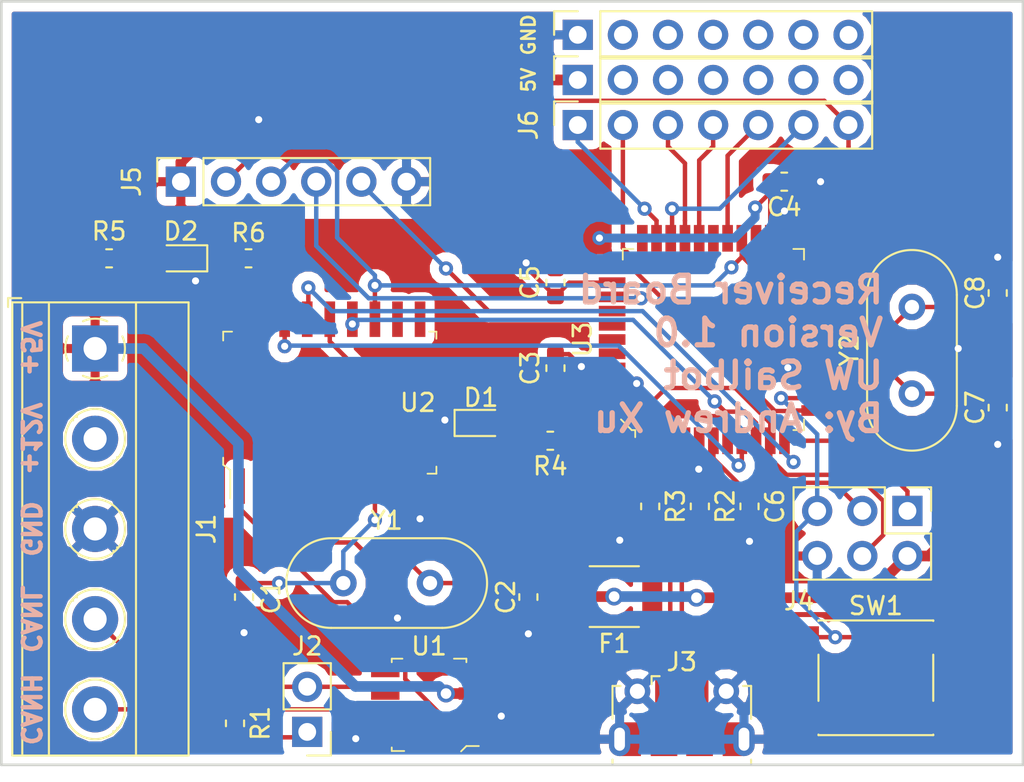
<source format=kicad_pcb>
(kicad_pcb (version 20171130) (host pcbnew "(5.0.1)-4")

  (general
    (thickness 1.6)
    (drawings 10)
    (tracks 288)
    (zones 0)
    (modules 31)
    (nets 69)
  )

  (page A4)
  (layers
    (0 F.Cu signal)
    (31 B.Cu signal)
    (32 B.Adhes user)
    (33 F.Adhes user)
    (34 B.Paste user)
    (35 F.Paste user)
    (36 B.SilkS user)
    (37 F.SilkS user)
    (38 B.Mask user)
    (39 F.Mask user)
    (40 Dwgs.User user)
    (41 Cmts.User user)
    (42 Eco1.User user)
    (43 Eco2.User user)
    (44 Edge.Cuts user)
    (45 Margin user)
    (46 B.CrtYd user)
    (47 F.CrtYd user)
    (48 B.Fab user)
    (49 F.Fab user hide)
  )

  (setup
    (last_trace_width 0.25)
    (trace_clearance 0.2)
    (zone_clearance 0.508)
    (zone_45_only no)
    (trace_min 0.2)
    (segment_width 0.2)
    (edge_width 0.15)
    (via_size 0.8)
    (via_drill 0.4)
    (via_min_size 0.4)
    (via_min_drill 0.3)
    (uvia_size 0.3)
    (uvia_drill 0.1)
    (uvias_allowed no)
    (uvia_min_size 0.2)
    (uvia_min_drill 0.1)
    (pcb_text_width 0.3)
    (pcb_text_size 1.5 1.5)
    (mod_edge_width 0.15)
    (mod_text_size 1 1)
    (mod_text_width 0.15)
    (pad_size 1.524 1.524)
    (pad_drill 0.762)
    (pad_to_mask_clearance 0.051)
    (solder_mask_min_width 0.25)
    (aux_axis_origin 0 0)
    (visible_elements 7FFFFFFF)
    (pcbplotparams
      (layerselection 0x010fc_ffffffff)
      (usegerberextensions false)
      (usegerberattributes false)
      (usegerberadvancedattributes false)
      (creategerberjobfile false)
      (excludeedgelayer true)
      (linewidth 0.100000)
      (plotframeref false)
      (viasonmask false)
      (mode 1)
      (useauxorigin false)
      (hpglpennumber 1)
      (hpglpenspeed 20)
      (hpglpendiameter 15.000000)
      (psnegative false)
      (psa4output false)
      (plotreference true)
      (plotvalue true)
      (plotinvisibletext false)
      (padsonsilk false)
      (subtractmaskfromsilk false)
      (outputformat 1)
      (mirror false)
      (drillshape 0)
      (scaleselection 1)
      (outputdirectory "../Receiver Board Gerbers/"))
  )

  (net 0 "")
  (net 1 "Net-(F1-Pad1)")
  (net 2 +5V)
  (net 3 +12V)
  (net 4 GND)
  (net 5 /CANH)
  (net 6 /CANL)
  (net 7 "Net-(J3-Pad2)")
  (net 8 "Net-(J3-Pad4)")
  (net 9 "Net-(J3-Pad3)")
  (net 10 /CH1)
  (net 11 /~INT)
  (net 12 /A0)
  (net 13 /A1)
  (net 14 /CH7)
  (net 15 /CH6)
  (net 16 /CH5)
  (net 17 /CH4)
  (net 18 /CH3)
  (net 19 /CH2)
  (net 20 "Net-(J7-Pad7)")
  (net 21 "Net-(J7-Pad6)")
  (net 22 "Net-(J7-Pad5)")
  (net 23 "Net-(J7-Pad4)")
  (net 24 "Net-(J7-Pad3)")
  (net 25 "Net-(J7-Pad2)")
  (net 26 "Net-(J8-Pad2)")
  (net 27 "Net-(J8-Pad3)")
  (net 28 "Net-(J8-Pad4)")
  (net 29 "Net-(J8-Pad5)")
  (net 30 "Net-(J8-Pad6)")
  (net 31 "Net-(J8-Pad7)")
  (net 32 /RST)
  (net 33 "Net-(U1-Pad4)")
  (net 34 "Net-(U1-Pad1)")
  (net 35 "Net-(U1-Pad5)")
  (net 36 "Net-(U2-Pad3)")
  (net 37 "Net-(U2-Pad4)")
  (net 38 "Net-(U2-Pad5)")
  (net 39 "Net-(U2-Pad6)")
  (net 40 "Net-(C1-Pad1)")
  (net 41 "Net-(C2-Pad1)")
  (net 42 "Net-(U2-Pad10)")
  (net 43 "Net-(U2-Pad11)")
  (net 44 /SCK)
  (net 45 /MOSI)
  (net 46 /MISO)
  (net 47 /~CS)
  (net 48 "Net-(R6-Pad2)")
  (net 49 /D+)
  (net 50 /D-)
  (net 51 /PE6)
  (net 52 "Net-(U3-Pad28)")
  (net 53 "Net-(U3-Pad33)")
  (net 54 "Net-(U3-Pad25)")
  (net 55 /XTAL1)
  (net 56 "Net-(U3-Pad20)")
  (net 57 "Net-(U3-Pad21)")
  (net 58 "Net-(U3-Pad22)")
  (net 59 "Net-(C7-Pad2)")
  (net 60 "Net-(U3-Pad38)")
  (net 61 "Net-(U3-Pad39)")
  (net 62 "Net-(U3-Pad40)")
  (net 63 "Net-(U3-Pad41)")
  (net 64 "Net-(C3-Pad1)")
  (net 65 "Net-(D1-Pad2)")
  (net 66 "Net-(D2-Pad2)")
  (net 67 "Net-(J2-Pad1)")
  (net 68 "Net-(C6-Pad1)")

  (net_class Default "This is the default net class."
    (clearance 0.2)
    (trace_width 0.25)
    (via_dia 0.8)
    (via_drill 0.4)
    (uvia_dia 0.3)
    (uvia_drill 0.1)
    (add_net +12V)
    (add_net +5V)
    (add_net /A0)
    (add_net /A1)
    (add_net /CANH)
    (add_net /CANL)
    (add_net /CH1)
    (add_net /CH2)
    (add_net /CH3)
    (add_net /CH4)
    (add_net /CH5)
    (add_net /CH6)
    (add_net /CH7)
    (add_net /D+)
    (add_net /D-)
    (add_net /MISO)
    (add_net /MOSI)
    (add_net /PE6)
    (add_net /RST)
    (add_net /SCK)
    (add_net /XTAL1)
    (add_net /~CS)
    (add_net /~INT)
    (add_net GND)
    (add_net "Net-(C1-Pad1)")
    (add_net "Net-(C2-Pad1)")
    (add_net "Net-(C3-Pad1)")
    (add_net "Net-(C6-Pad1)")
    (add_net "Net-(C7-Pad2)")
    (add_net "Net-(D1-Pad2)")
    (add_net "Net-(D2-Pad2)")
    (add_net "Net-(F1-Pad1)")
    (add_net "Net-(J2-Pad1)")
    (add_net "Net-(J3-Pad2)")
    (add_net "Net-(J3-Pad3)")
    (add_net "Net-(J3-Pad4)")
    (add_net "Net-(J7-Pad2)")
    (add_net "Net-(J7-Pad3)")
    (add_net "Net-(J7-Pad4)")
    (add_net "Net-(J7-Pad5)")
    (add_net "Net-(J7-Pad6)")
    (add_net "Net-(J7-Pad7)")
    (add_net "Net-(J8-Pad2)")
    (add_net "Net-(J8-Pad3)")
    (add_net "Net-(J8-Pad4)")
    (add_net "Net-(J8-Pad5)")
    (add_net "Net-(J8-Pad6)")
    (add_net "Net-(J8-Pad7)")
    (add_net "Net-(R6-Pad2)")
    (add_net "Net-(U1-Pad1)")
    (add_net "Net-(U1-Pad4)")
    (add_net "Net-(U1-Pad5)")
    (add_net "Net-(U2-Pad10)")
    (add_net "Net-(U2-Pad11)")
    (add_net "Net-(U2-Pad3)")
    (add_net "Net-(U2-Pad4)")
    (add_net "Net-(U2-Pad5)")
    (add_net "Net-(U2-Pad6)")
    (add_net "Net-(U3-Pad20)")
    (add_net "Net-(U3-Pad21)")
    (add_net "Net-(U3-Pad22)")
    (add_net "Net-(U3-Pad25)")
    (add_net "Net-(U3-Pad28)")
    (add_net "Net-(U3-Pad33)")
    (add_net "Net-(U3-Pad38)")
    (add_net "Net-(U3-Pad39)")
    (add_net "Net-(U3-Pad40)")
    (add_net "Net-(U3-Pad41)")
  )

  (module Fuse:Fuse_1812_4532Metric (layer F.Cu) (tedit 5B301BBE) (tstamp 5D2A163C)
    (at 157.998 65.024 180)
    (descr "Fuse SMD 1812 (4532 Metric), square (rectangular) end terminal, IPC_7351 nominal, (Body size source: https://www.nikhef.nl/pub/departments/mt/projects/detectorR_D/dtddice/ERJ2G.pdf), generated with kicad-footprint-generator")
    (tags resistor)
    (path /5D1C07C3)
    (attr smd)
    (fp_text reference F1 (at 0 -2.65 180) (layer F.SilkS)
      (effects (font (size 1 1) (thickness 0.15)))
    )
    (fp_text value 500mA (at 0 2.65 180) (layer F.Fab)
      (effects (font (size 1 1) (thickness 0.15)))
    )
    (fp_line (start -2.25 1.6) (end -2.25 -1.6) (layer F.Fab) (width 0.1))
    (fp_line (start -2.25 -1.6) (end 2.25 -1.6) (layer F.Fab) (width 0.1))
    (fp_line (start 2.25 -1.6) (end 2.25 1.6) (layer F.Fab) (width 0.1))
    (fp_line (start 2.25 1.6) (end -2.25 1.6) (layer F.Fab) (width 0.1))
    (fp_line (start -1.386252 -1.71) (end 1.386252 -1.71) (layer F.SilkS) (width 0.12))
    (fp_line (start -1.386252 1.71) (end 1.386252 1.71) (layer F.SilkS) (width 0.12))
    (fp_line (start -2.95 1.95) (end -2.95 -1.95) (layer F.CrtYd) (width 0.05))
    (fp_line (start -2.95 -1.95) (end 2.95 -1.95) (layer F.CrtYd) (width 0.05))
    (fp_line (start 2.95 -1.95) (end 2.95 1.95) (layer F.CrtYd) (width 0.05))
    (fp_line (start 2.95 1.95) (end -2.95 1.95) (layer F.CrtYd) (width 0.05))
    (fp_text user %R (at 0 0 180) (layer F.Fab)
      (effects (font (size 1 1) (thickness 0.15)))
    )
    (pad 1 smd roundrect (at -2.1375 0 180) (size 1.125 3.4) (layers F.Cu F.Paste F.Mask) (roundrect_rratio 0.222222)
      (net 1 "Net-(F1-Pad1)"))
    (pad 2 smd roundrect (at 2.1375 0 180) (size 1.125 3.4) (layers F.Cu F.Paste F.Mask) (roundrect_rratio 0.222222)
      (net 2 +5V))
    (model "C:/Users/andre/Documents/GitHub/electrical_board_designs_2018/3D Models/mf-msmf050.stp"
      (at (xyz 0 0 0))
      (scale (xyz 1 1 1))
      (rotate (xyz 90 0 90))
    )
  )

  (module TerminalBlock_Phoenix:TerminalBlock_Phoenix_MKDS-1,5-5-5.08_1x05_P5.08mm_Horizontal (layer F.Cu) (tedit 5B294EBD) (tstamp 5D2A1683)
    (at 128.778 51.054 270)
    (descr "Terminal Block Phoenix MKDS-1,5-5-5.08, 5 pins, pitch 5.08mm, size 25.4x9.8mm^2, drill diamater 1.3mm, pad diameter 2.6mm, see http://www.farnell.com/datasheets/100425.pdf, script-generated using https://github.com/pointhi/kicad-footprint-generator/scripts/TerminalBlock_Phoenix")
    (tags "THT Terminal Block Phoenix MKDS-1,5-5-5.08 pitch 5.08mm size 25.4x9.8mm^2 drill 1.3mm pad 2.6mm")
    (path /5D1D1893)
    (fp_text reference J1 (at 10.16 -6.26 270) (layer F.SilkS)
      (effects (font (size 1 1) (thickness 0.15)))
    )
    (fp_text value "Input Wires" (at 10.16 5.66 270) (layer F.Fab)
      (effects (font (size 1 1) (thickness 0.15)))
    )
    (fp_arc (start 0 0) (end 0 1.68) (angle -24) (layer F.SilkS) (width 0.12))
    (fp_arc (start 0 0) (end 1.535 0.684) (angle -48) (layer F.SilkS) (width 0.12))
    (fp_arc (start 0 0) (end 0.684 -1.535) (angle -48) (layer F.SilkS) (width 0.12))
    (fp_arc (start 0 0) (end -1.535 -0.684) (angle -48) (layer F.SilkS) (width 0.12))
    (fp_arc (start 0 0) (end -0.684 1.535) (angle -25) (layer F.SilkS) (width 0.12))
    (fp_circle (center 0 0) (end 1.5 0) (layer F.Fab) (width 0.1))
    (fp_circle (center 5.08 0) (end 6.58 0) (layer F.Fab) (width 0.1))
    (fp_circle (center 5.08 0) (end 6.76 0) (layer F.SilkS) (width 0.12))
    (fp_circle (center 10.16 0) (end 11.66 0) (layer F.Fab) (width 0.1))
    (fp_circle (center 10.16 0) (end 11.84 0) (layer F.SilkS) (width 0.12))
    (fp_circle (center 15.24 0) (end 16.74 0) (layer F.Fab) (width 0.1))
    (fp_circle (center 15.24 0) (end 16.92 0) (layer F.SilkS) (width 0.12))
    (fp_circle (center 20.32 0) (end 21.82 0) (layer F.Fab) (width 0.1))
    (fp_circle (center 20.32 0) (end 22 0) (layer F.SilkS) (width 0.12))
    (fp_line (start -2.54 -5.2) (end 22.86 -5.2) (layer F.Fab) (width 0.1))
    (fp_line (start 22.86 -5.2) (end 22.86 4.6) (layer F.Fab) (width 0.1))
    (fp_line (start 22.86 4.6) (end -2.04 4.6) (layer F.Fab) (width 0.1))
    (fp_line (start -2.04 4.6) (end -2.54 4.1) (layer F.Fab) (width 0.1))
    (fp_line (start -2.54 4.1) (end -2.54 -5.2) (layer F.Fab) (width 0.1))
    (fp_line (start -2.54 4.1) (end 22.86 4.1) (layer F.Fab) (width 0.1))
    (fp_line (start -2.6 4.1) (end 22.92 4.1) (layer F.SilkS) (width 0.12))
    (fp_line (start -2.54 2.6) (end 22.86 2.6) (layer F.Fab) (width 0.1))
    (fp_line (start -2.6 2.6) (end 22.92 2.6) (layer F.SilkS) (width 0.12))
    (fp_line (start -2.54 -2.3) (end 22.86 -2.3) (layer F.Fab) (width 0.1))
    (fp_line (start -2.6 -2.301) (end 22.92 -2.301) (layer F.SilkS) (width 0.12))
    (fp_line (start -2.6 -5.261) (end 22.92 -5.261) (layer F.SilkS) (width 0.12))
    (fp_line (start -2.6 4.66) (end 22.92 4.66) (layer F.SilkS) (width 0.12))
    (fp_line (start -2.6 -5.261) (end -2.6 4.66) (layer F.SilkS) (width 0.12))
    (fp_line (start 22.92 -5.261) (end 22.92 4.66) (layer F.SilkS) (width 0.12))
    (fp_line (start 1.138 -0.955) (end -0.955 1.138) (layer F.Fab) (width 0.1))
    (fp_line (start 0.955 -1.138) (end -1.138 0.955) (layer F.Fab) (width 0.1))
    (fp_line (start 6.218 -0.955) (end 4.126 1.138) (layer F.Fab) (width 0.1))
    (fp_line (start 6.035 -1.138) (end 3.943 0.955) (layer F.Fab) (width 0.1))
    (fp_line (start 6.355 -1.069) (end 6.308 -1.023) (layer F.SilkS) (width 0.12))
    (fp_line (start 4.046 1.239) (end 4.011 1.274) (layer F.SilkS) (width 0.12))
    (fp_line (start 6.15 -1.275) (end 6.115 -1.239) (layer F.SilkS) (width 0.12))
    (fp_line (start 3.853 1.023) (end 3.806 1.069) (layer F.SilkS) (width 0.12))
    (fp_line (start 11.298 -0.955) (end 9.206 1.138) (layer F.Fab) (width 0.1))
    (fp_line (start 11.115 -1.138) (end 9.023 0.955) (layer F.Fab) (width 0.1))
    (fp_line (start 11.435 -1.069) (end 11.388 -1.023) (layer F.SilkS) (width 0.12))
    (fp_line (start 9.126 1.239) (end 9.091 1.274) (layer F.SilkS) (width 0.12))
    (fp_line (start 11.23 -1.275) (end 11.195 -1.239) (layer F.SilkS) (width 0.12))
    (fp_line (start 8.933 1.023) (end 8.886 1.069) (layer F.SilkS) (width 0.12))
    (fp_line (start 16.378 -0.955) (end 14.286 1.138) (layer F.Fab) (width 0.1))
    (fp_line (start 16.195 -1.138) (end 14.103 0.955) (layer F.Fab) (width 0.1))
    (fp_line (start 16.515 -1.069) (end 16.468 -1.023) (layer F.SilkS) (width 0.12))
    (fp_line (start 14.206 1.239) (end 14.171 1.274) (layer F.SilkS) (width 0.12))
    (fp_line (start 16.31 -1.275) (end 16.275 -1.239) (layer F.SilkS) (width 0.12))
    (fp_line (start 14.013 1.023) (end 13.966 1.069) (layer F.SilkS) (width 0.12))
    (fp_line (start 21.458 -0.955) (end 19.366 1.138) (layer F.Fab) (width 0.1))
    (fp_line (start 21.275 -1.138) (end 19.183 0.955) (layer F.Fab) (width 0.1))
    (fp_line (start 21.595 -1.069) (end 21.548 -1.023) (layer F.SilkS) (width 0.12))
    (fp_line (start 19.286 1.239) (end 19.251 1.274) (layer F.SilkS) (width 0.12))
    (fp_line (start 21.39 -1.275) (end 21.355 -1.239) (layer F.SilkS) (width 0.12))
    (fp_line (start 19.093 1.023) (end 19.046 1.069) (layer F.SilkS) (width 0.12))
    (fp_line (start -2.84 4.16) (end -2.84 4.9) (layer F.SilkS) (width 0.12))
    (fp_line (start -2.84 4.9) (end -2.34 4.9) (layer F.SilkS) (width 0.12))
    (fp_line (start -3.04 -5.71) (end -3.04 5.1) (layer F.CrtYd) (width 0.05))
    (fp_line (start -3.04 5.1) (end 23.36 5.1) (layer F.CrtYd) (width 0.05))
    (fp_line (start 23.36 5.1) (end 23.36 -5.71) (layer F.CrtYd) (width 0.05))
    (fp_line (start 23.36 -5.71) (end -3.04 -5.71) (layer F.CrtYd) (width 0.05))
    (fp_text user %R (at 10.16 3.2 270) (layer F.Fab)
      (effects (font (size 1 1) (thickness 0.15)))
    )
    (pad 1 thru_hole rect (at 0 0 270) (size 2.6 2.6) (drill 1.3) (layers *.Cu *.Mask)
      (net 2 +5V))
    (pad 2 thru_hole circle (at 5.08 0 270) (size 2.6 2.6) (drill 1.3) (layers *.Cu *.Mask)
      (net 3 +12V))
    (pad 3 thru_hole circle (at 10.16 0 270) (size 2.6 2.6) (drill 1.3) (layers *.Cu *.Mask)
      (net 4 GND))
    (pad 4 thru_hole circle (at 15.24 0 270) (size 2.6 2.6) (drill 1.3) (layers *.Cu *.Mask)
      (net 6 /CANL))
    (pad 5 thru_hole circle (at 20.32 0 270) (size 2.6 2.6) (drill 1.3) (layers *.Cu *.Mask)
      (net 5 /CANH))
    (model C:/Users/andre/Documents/GitHub/electrical_board_designs_2018/TerminalBlock_Phoenix.3dshapes/TerminalBlock_Phoenix_MKDS1.5-5pol.wrl
      (offset (xyz 10 0 0))
      (scale (xyz 1 1 1))
      (rotate (xyz 0 0 0))
    )
  )

  (module Connector_USB:USB_Micro-B_Molex-105017-0001 (layer F.Cu) (tedit 5A1DC0BE) (tstamp 5D2A16AC)
    (at 161.798 71.8185)
    (descr http://www.molex.com/pdm_docs/sd/1050170001_sd.pdf)
    (tags "Micro-USB SMD Typ-B")
    (path /5D1C072C)
    (attr smd)
    (fp_text reference J3 (at 0 -3.1125) (layer F.SilkS)
      (effects (font (size 1 1) (thickness 0.15)))
    )
    (fp_text value USB_B_Micro (at 0.3 4.3375) (layer F.Fab)
      (effects (font (size 1 1) (thickness 0.15)))
    )
    (fp_text user "PCB Edge" (at 0 2.6875) (layer Dwgs.User)
      (effects (font (size 0.5 0.5) (thickness 0.08)))
    )
    (fp_text user %R (at 0 0.8875) (layer F.Fab)
      (effects (font (size 1 1) (thickness 0.15)))
    )
    (fp_line (start -4.4 3.64) (end 4.4 3.64) (layer F.CrtYd) (width 0.05))
    (fp_line (start 4.4 -2.46) (end 4.4 3.64) (layer F.CrtYd) (width 0.05))
    (fp_line (start -4.4 -2.46) (end 4.4 -2.46) (layer F.CrtYd) (width 0.05))
    (fp_line (start -4.4 3.64) (end -4.4 -2.46) (layer F.CrtYd) (width 0.05))
    (fp_line (start -3.9 -1.7625) (end -3.45 -1.7625) (layer F.SilkS) (width 0.12))
    (fp_line (start -3.9 0.0875) (end -3.9 -1.7625) (layer F.SilkS) (width 0.12))
    (fp_line (start 3.9 2.6375) (end 3.9 2.3875) (layer F.SilkS) (width 0.12))
    (fp_line (start 3.75 3.3875) (end 3.75 -1.6125) (layer F.Fab) (width 0.1))
    (fp_line (start -3 2.689204) (end 3 2.689204) (layer F.Fab) (width 0.1))
    (fp_line (start -3.75 3.389204) (end 3.75 3.389204) (layer F.Fab) (width 0.1))
    (fp_line (start -3.75 -1.6125) (end 3.75 -1.6125) (layer F.Fab) (width 0.1))
    (fp_line (start -3.75 3.3875) (end -3.75 -1.6125) (layer F.Fab) (width 0.1))
    (fp_line (start -3.9 2.6375) (end -3.9 2.3875) (layer F.SilkS) (width 0.12))
    (fp_line (start 3.9 0.0875) (end 3.9 -1.7625) (layer F.SilkS) (width 0.12))
    (fp_line (start 3.9 -1.7625) (end 3.45 -1.7625) (layer F.SilkS) (width 0.12))
    (fp_line (start -1.7 -2.3125) (end -1.25 -2.3125) (layer F.SilkS) (width 0.12))
    (fp_line (start -1.7 -2.3125) (end -1.7 -1.8625) (layer F.SilkS) (width 0.12))
    (fp_line (start -1.3 -1.7125) (end -1.5 -1.9125) (layer F.Fab) (width 0.1))
    (fp_line (start -1.1 -1.9125) (end -1.3 -1.7125) (layer F.Fab) (width 0.1))
    (fp_line (start -1.5 -2.1225) (end -1.1 -2.1225) (layer F.Fab) (width 0.1))
    (fp_line (start -1.5 -2.1225) (end -1.5 -1.9125) (layer F.Fab) (width 0.1))
    (fp_line (start -1.1 -2.1225) (end -1.1 -1.9125) (layer F.Fab) (width 0.1))
    (pad 6 smd rect (at 1 1.2375) (size 1.5 1.9) (layers F.Cu F.Paste F.Mask)
      (net 4 GND))
    (pad 6 thru_hole circle (at -2.5 -1.4625) (size 1.45 1.45) (drill 0.85) (layers *.Cu *.Mask)
      (net 4 GND))
    (pad 2 smd rect (at -0.65 -1.4625) (size 0.4 1.35) (layers F.Cu F.Paste F.Mask)
      (net 7 "Net-(J3-Pad2)"))
    (pad 1 smd rect (at -1.3 -1.4625) (size 0.4 1.35) (layers F.Cu F.Paste F.Mask)
      (net 1 "Net-(F1-Pad1)"))
    (pad 5 smd rect (at 1.3 -1.4625) (size 0.4 1.35) (layers F.Cu F.Paste F.Mask)
      (net 4 GND))
    (pad 4 smd rect (at 0.65 -1.4625) (size 0.4 1.35) (layers F.Cu F.Paste F.Mask)
      (net 8 "Net-(J3-Pad4)"))
    (pad 3 smd rect (at 0 -1.4625) (size 0.4 1.35) (layers F.Cu F.Paste F.Mask)
      (net 9 "Net-(J3-Pad3)"))
    (pad 6 thru_hole circle (at 2.5 -1.4625) (size 1.45 1.45) (drill 0.85) (layers *.Cu *.Mask)
      (net 4 GND))
    (pad 6 smd rect (at -1 1.2375) (size 1.5 1.9) (layers F.Cu F.Paste F.Mask)
      (net 4 GND))
    (pad 6 thru_hole oval (at -3.5 1.2375 180) (size 1.2 1.9) (drill oval 0.6 1.3) (layers *.Cu *.Mask)
      (net 4 GND))
    (pad 6 thru_hole oval (at 3.5 1.2375) (size 1.2 1.9) (drill oval 0.6 1.3) (layers *.Cu *.Mask)
      (net 4 GND))
    (pad 6 smd rect (at 2.9 1.2375) (size 1.2 1.9) (layers F.Cu F.Mask)
      (net 4 GND))
    (pad 6 smd rect (at -2.9 1.2375) (size 1.2 1.9) (layers F.Cu F.Mask)
      (net 4 GND))
    (model ${KISYS3DMOD}/Connector_USB.3dshapes/USB_Micro-B_Molex_47346-0001.step
      (at (xyz 0 0 0))
      (scale (xyz 1 1 1))
      (rotate (xyz 0 0 0))
    )
  )

  (module Connector_PinSocket_2.54mm:PinSocket_1x06_P2.54mm_Vertical (layer F.Cu) (tedit 5A19A430) (tstamp 5D2A16C6)
    (at 133.604 41.656 90)
    (descr "Through hole straight socket strip, 1x06, 2.54mm pitch, single row (from Kicad 4.0.7), script generated")
    (tags "Through hole socket strip THT 1x06 2.54mm single row")
    (path /5D23838E)
    (fp_text reference J5 (at 0 -2.77 90) (layer F.SilkS)
      (effects (font (size 1 1) (thickness 0.15)))
    )
    (fp_text value "Additional Output" (at 0 15.47 90) (layer F.Fab)
      (effects (font (size 1 1) (thickness 0.15)))
    )
    (fp_line (start -1.27 -1.27) (end 0.635 -1.27) (layer F.Fab) (width 0.1))
    (fp_line (start 0.635 -1.27) (end 1.27 -0.635) (layer F.Fab) (width 0.1))
    (fp_line (start 1.27 -0.635) (end 1.27 13.97) (layer F.Fab) (width 0.1))
    (fp_line (start 1.27 13.97) (end -1.27 13.97) (layer F.Fab) (width 0.1))
    (fp_line (start -1.27 13.97) (end -1.27 -1.27) (layer F.Fab) (width 0.1))
    (fp_line (start -1.33 1.27) (end 1.33 1.27) (layer F.SilkS) (width 0.12))
    (fp_line (start -1.33 1.27) (end -1.33 14.03) (layer F.SilkS) (width 0.12))
    (fp_line (start -1.33 14.03) (end 1.33 14.03) (layer F.SilkS) (width 0.12))
    (fp_line (start 1.33 1.27) (end 1.33 14.03) (layer F.SilkS) (width 0.12))
    (fp_line (start 1.33 -1.33) (end 1.33 0) (layer F.SilkS) (width 0.12))
    (fp_line (start 0 -1.33) (end 1.33 -1.33) (layer F.SilkS) (width 0.12))
    (fp_line (start -1.8 -1.8) (end 1.75 -1.8) (layer F.CrtYd) (width 0.05))
    (fp_line (start 1.75 -1.8) (end 1.75 14.45) (layer F.CrtYd) (width 0.05))
    (fp_line (start 1.75 14.45) (end -1.8 14.45) (layer F.CrtYd) (width 0.05))
    (fp_line (start -1.8 14.45) (end -1.8 -1.8) (layer F.CrtYd) (width 0.05))
    (fp_text user %R (at 0 6.35 180) (layer F.Fab)
      (effects (font (size 1 1) (thickness 0.15)))
    )
    (pad 1 thru_hole rect (at 0 0 90) (size 1.7 1.7) (drill 1) (layers *.Cu *.Mask)
      (net 2 +5V))
    (pad 2 thru_hole oval (at 0 2.54 90) (size 1.7 1.7) (drill 1) (layers *.Cu *.Mask)
      (net 10 /CH1))
    (pad 3 thru_hole oval (at 0 5.08 90) (size 1.7 1.7) (drill 1) (layers *.Cu *.Mask)
      (net 11 /~INT))
    (pad 4 thru_hole oval (at 0 7.62 90) (size 1.7 1.7) (drill 1) (layers *.Cu *.Mask)
      (net 12 /A0))
    (pad 5 thru_hole oval (at 0 10.16 90) (size 1.7 1.7) (drill 1) (layers *.Cu *.Mask)
      (net 13 /A1))
    (pad 6 thru_hole oval (at 0 12.7 90) (size 1.7 1.7) (drill 1) (layers *.Cu *.Mask)
      (net 4 GND))
    (model ${KISYS3DMOD}/Connector_PinSocket_2.54mm.3dshapes/PinSocket_1x06_P2.54mm_Vertical.wrl
      (at (xyz 0 0 0))
      (scale (xyz 1 1 1))
      (rotate (xyz 0 0 0))
    )
  )

  (module Connector_PinSocket_2.54mm:PinSocket_1x07_P2.54mm_Vertical (layer F.Cu) (tedit 5A19A433) (tstamp 5D2A16E1)
    (at 155.941789 38.467167 90)
    (descr "Through hole straight socket strip, 1x07, 2.54mm pitch, single row (from Kicad 4.0.7), script generated")
    (tags "Through hole socket strip THT 1x07 2.54mm single row")
    (path /5D1F5232)
    (fp_text reference J6 (at 0 -2.77 90) (layer F.SilkS)
      (effects (font (size 1 1) (thickness 0.15)))
    )
    (fp_text value "Signal Rail" (at 0 18.01 90) (layer F.Fab)
      (effects (font (size 1 1) (thickness 0.15)))
    )
    (fp_line (start -1.27 -1.27) (end 0.635 -1.27) (layer F.Fab) (width 0.1))
    (fp_line (start 0.635 -1.27) (end 1.27 -0.635) (layer F.Fab) (width 0.1))
    (fp_line (start 1.27 -0.635) (end 1.27 16.51) (layer F.Fab) (width 0.1))
    (fp_line (start 1.27 16.51) (end -1.27 16.51) (layer F.Fab) (width 0.1))
    (fp_line (start -1.27 16.51) (end -1.27 -1.27) (layer F.Fab) (width 0.1))
    (fp_line (start -1.33 1.27) (end 1.33 1.27) (layer F.SilkS) (width 0.12))
    (fp_line (start -1.33 1.27) (end -1.33 16.57) (layer F.SilkS) (width 0.12))
    (fp_line (start -1.33 16.57) (end 1.33 16.57) (layer F.SilkS) (width 0.12))
    (fp_line (start 1.33 1.27) (end 1.33 16.57) (layer F.SilkS) (width 0.12))
    (fp_line (start 1.33 -1.33) (end 1.33 0) (layer F.SilkS) (width 0.12))
    (fp_line (start 0 -1.33) (end 1.33 -1.33) (layer F.SilkS) (width 0.12))
    (fp_line (start -1.8 -1.8) (end 1.75 -1.8) (layer F.CrtYd) (width 0.05))
    (fp_line (start 1.75 -1.8) (end 1.75 17) (layer F.CrtYd) (width 0.05))
    (fp_line (start 1.75 17) (end -1.8 17) (layer F.CrtYd) (width 0.05))
    (fp_line (start -1.8 17) (end -1.8 -1.8) (layer F.CrtYd) (width 0.05))
    (fp_text user %R (at 0 7.62 180) (layer F.Fab)
      (effects (font (size 1 1) (thickness 0.15)))
    )
    (pad 1 thru_hole rect (at 0 0 90) (size 1.7 1.7) (drill 1) (layers *.Cu *.Mask)
      (net 14 /CH7))
    (pad 2 thru_hole oval (at 0 2.54 90) (size 1.7 1.7) (drill 1) (layers *.Cu *.Mask)
      (net 15 /CH6))
    (pad 3 thru_hole oval (at 0 5.08 90) (size 1.7 1.7) (drill 1) (layers *.Cu *.Mask)
      (net 16 /CH5))
    (pad 4 thru_hole oval (at 0 7.62 90) (size 1.7 1.7) (drill 1) (layers *.Cu *.Mask)
      (net 17 /CH4))
    (pad 5 thru_hole oval (at 0 10.16 90) (size 1.7 1.7) (drill 1) (layers *.Cu *.Mask)
      (net 18 /CH3))
    (pad 6 thru_hole oval (at 0 12.7 90) (size 1.7 1.7) (drill 1) (layers *.Cu *.Mask)
      (net 19 /CH2))
    (pad 7 thru_hole oval (at 0 15.24 90) (size 1.7 1.7) (drill 1) (layers *.Cu *.Mask)
      (net 10 /CH1))
    (model ${KISYS3DMOD}/Connector_PinSocket_2.54mm.3dshapes/PinSocket_1x07_P2.54mm_Vertical.wrl
      (at (xyz 0 0 0))
      (scale (xyz 1 1 1))
      (rotate (xyz 0 0 0))
    )
  )

  (module Connector_PinSocket_2.54mm:PinSocket_1x07_P2.54mm_Vertical (layer F.Cu) (tedit 5D1EC6EB) (tstamp 5D2A16FC)
    (at 155.941789 35.927167 90)
    (descr "Through hole straight socket strip, 1x07, 2.54mm pitch, single row (from Kicad 4.0.7), script generated")
    (tags "Through hole socket strip THT 1x07 2.54mm single row")
    (path /5D1F52BA)
    (fp_text reference 5V (at 0 -2.77 90) (layer F.SilkS)
      (effects (font (size 0.75 0.75) (thickness 0.15)))
    )
    (fp_text value "PWR Rail" (at 0 18.01 90) (layer F.Fab)
      (effects (font (size 1 1) (thickness 0.15)))
    )
    (fp_text user %R (at 0 7.62 180) (layer F.Fab)
      (effects (font (size 1 1) (thickness 0.15)))
    )
    (fp_line (start -1.8 17) (end -1.8 -1.8) (layer F.CrtYd) (width 0.05))
    (fp_line (start 1.75 17) (end -1.8 17) (layer F.CrtYd) (width 0.05))
    (fp_line (start 1.75 -1.8) (end 1.75 17) (layer F.CrtYd) (width 0.05))
    (fp_line (start -1.8 -1.8) (end 1.75 -1.8) (layer F.CrtYd) (width 0.05))
    (fp_line (start 0 -1.33) (end 1.33 -1.33) (layer F.SilkS) (width 0.12))
    (fp_line (start 1.33 -1.33) (end 1.33 0) (layer F.SilkS) (width 0.12))
    (fp_line (start 1.33 1.27) (end 1.33 16.57) (layer F.SilkS) (width 0.12))
    (fp_line (start -1.33 16.57) (end 1.33 16.57) (layer F.SilkS) (width 0.12))
    (fp_line (start -1.33 1.27) (end -1.33 16.57) (layer F.SilkS) (width 0.12))
    (fp_line (start -1.33 1.27) (end 1.33 1.27) (layer F.SilkS) (width 0.12))
    (fp_line (start -1.27 16.51) (end -1.27 -1.27) (layer F.Fab) (width 0.1))
    (fp_line (start 1.27 16.51) (end -1.27 16.51) (layer F.Fab) (width 0.1))
    (fp_line (start 1.27 -0.635) (end 1.27 16.51) (layer F.Fab) (width 0.1))
    (fp_line (start 0.635 -1.27) (end 1.27 -0.635) (layer F.Fab) (width 0.1))
    (fp_line (start -1.27 -1.27) (end 0.635 -1.27) (layer F.Fab) (width 0.1))
    (pad 7 thru_hole oval (at 0 15.24 90) (size 1.7 1.7) (drill 1) (layers *.Cu *.Mask)
      (net 20 "Net-(J7-Pad7)"))
    (pad 6 thru_hole oval (at 0 12.7 90) (size 1.7 1.7) (drill 1) (layers *.Cu *.Mask)
      (net 21 "Net-(J7-Pad6)"))
    (pad 5 thru_hole oval (at 0 10.16 90) (size 1.7 1.7) (drill 1) (layers *.Cu *.Mask)
      (net 22 "Net-(J7-Pad5)"))
    (pad 4 thru_hole oval (at 0 7.62 90) (size 1.7 1.7) (drill 1) (layers *.Cu *.Mask)
      (net 23 "Net-(J7-Pad4)"))
    (pad 3 thru_hole oval (at 0 5.08 90) (size 1.7 1.7) (drill 1) (layers *.Cu *.Mask)
      (net 24 "Net-(J7-Pad3)"))
    (pad 2 thru_hole oval (at 0 2.54 90) (size 1.7 1.7) (drill 1) (layers *.Cu *.Mask)
      (net 25 "Net-(J7-Pad2)"))
    (pad 1 thru_hole rect (at 0 0 90) (size 1.7 1.7) (drill 1) (layers *.Cu *.Mask)
      (net 2 +5V))
    (model ${KISYS3DMOD}/Connector_PinSocket_2.54mm.3dshapes/PinSocket_1x07_P2.54mm_Vertical.wrl
      (at (xyz 0 0 0))
      (scale (xyz 1 1 1))
      (rotate (xyz 0 0 0))
    )
  )

  (module Connector_PinSocket_2.54mm:PinSocket_1x07_P2.54mm_Vertical (layer F.Cu) (tedit 5D1EC6E4) (tstamp 5D2A1717)
    (at 155.941789 33.387167 90)
    (descr "Through hole straight socket strip, 1x07, 2.54mm pitch, single row (from Kicad 4.0.7), script generated")
    (tags "Through hole socket strip THT 1x07 2.54mm single row")
    (path /5D1F535E)
    (fp_text reference GND (at 0 -2.77 90) (layer F.SilkS)
      (effects (font (size 0.75 0.75) (thickness 0.15)))
    )
    (fp_text value "GND Rail" (at 0 18.01 90) (layer F.Fab)
      (effects (font (size 1 1) (thickness 0.15)))
    )
    (fp_line (start -1.27 -1.27) (end 0.635 -1.27) (layer F.Fab) (width 0.1))
    (fp_line (start 0.635 -1.27) (end 1.27 -0.635) (layer F.Fab) (width 0.1))
    (fp_line (start 1.27 -0.635) (end 1.27 16.51) (layer F.Fab) (width 0.1))
    (fp_line (start 1.27 16.51) (end -1.27 16.51) (layer F.Fab) (width 0.1))
    (fp_line (start -1.27 16.51) (end -1.27 -1.27) (layer F.Fab) (width 0.1))
    (fp_line (start -1.33 1.27) (end 1.33 1.27) (layer F.SilkS) (width 0.12))
    (fp_line (start -1.33 1.27) (end -1.33 16.57) (layer F.SilkS) (width 0.12))
    (fp_line (start -1.33 16.57) (end 1.33 16.57) (layer F.SilkS) (width 0.12))
    (fp_line (start 1.33 1.27) (end 1.33 16.57) (layer F.SilkS) (width 0.12))
    (fp_line (start 1.33 -1.33) (end 1.33 0) (layer F.SilkS) (width 0.12))
    (fp_line (start 0 -1.33) (end 1.33 -1.33) (layer F.SilkS) (width 0.12))
    (fp_line (start -1.8 -1.8) (end 1.75 -1.8) (layer F.CrtYd) (width 0.05))
    (fp_line (start 1.75 -1.8) (end 1.75 17) (layer F.CrtYd) (width 0.05))
    (fp_line (start 1.75 17) (end -1.8 17) (layer F.CrtYd) (width 0.05))
    (fp_line (start -1.8 17) (end -1.8 -1.8) (layer F.CrtYd) (width 0.05))
    (fp_text user %R (at 0 7.62 180) (layer F.Fab)
      (effects (font (size 1 1) (thickness 0.15)))
    )
    (pad 1 thru_hole rect (at 0 0 90) (size 1.7 1.7) (drill 1) (layers *.Cu *.Mask)
      (net 4 GND))
    (pad 2 thru_hole oval (at 0 2.54 90) (size 1.7 1.7) (drill 1) (layers *.Cu *.Mask)
      (net 26 "Net-(J8-Pad2)"))
    (pad 3 thru_hole oval (at 0 5.08 90) (size 1.7 1.7) (drill 1) (layers *.Cu *.Mask)
      (net 27 "Net-(J8-Pad3)"))
    (pad 4 thru_hole oval (at 0 7.62 90) (size 1.7 1.7) (drill 1) (layers *.Cu *.Mask)
      (net 28 "Net-(J8-Pad4)"))
    (pad 5 thru_hole oval (at 0 10.16 90) (size 1.7 1.7) (drill 1) (layers *.Cu *.Mask)
      (net 29 "Net-(J8-Pad5)"))
    (pad 6 thru_hole oval (at 0 12.7 90) (size 1.7 1.7) (drill 1) (layers *.Cu *.Mask)
      (net 30 "Net-(J8-Pad6)"))
    (pad 7 thru_hole oval (at 0 15.24 90) (size 1.7 1.7) (drill 1) (layers *.Cu *.Mask)
      (net 31 "Net-(J8-Pad7)"))
    (model ${KISYS3DMOD}/Connector_PinSocket_2.54mm.3dshapes/PinSocket_1x07_P2.54mm_Vertical.wrl
      (at (xyz 0 0 0))
      (scale (xyz 1 1 1))
      (rotate (xyz 0 0 0))
    )
  )

  (module Button_Switch_SMD:SW_SPST_PTS645 (layer F.Cu) (tedit 5A02FC95) (tstamp 5D2A1731)
    (at 172.72 69.596)
    (descr "C&K Components SPST SMD PTS645 Series 6mm Tact Switch")
    (tags "SPST Button Switch")
    (path /5D1D7B60)
    (attr smd)
    (fp_text reference SW1 (at 0 -4.05) (layer F.SilkS)
      (effects (font (size 1 1) (thickness 0.15)))
    )
    (fp_text value "RESET BTN" (at 0 4.15) (layer F.Fab)
      (effects (font (size 1 1) (thickness 0.15)))
    )
    (fp_text user %R (at 0 -4.05) (layer F.Fab)
      (effects (font (size 1 1) (thickness 0.15)))
    )
    (fp_line (start -3 -3) (end -3 3) (layer F.Fab) (width 0.1))
    (fp_line (start -3 3) (end 3 3) (layer F.Fab) (width 0.1))
    (fp_line (start 3 3) (end 3 -3) (layer F.Fab) (width 0.1))
    (fp_line (start 3 -3) (end -3 -3) (layer F.Fab) (width 0.1))
    (fp_line (start 5.05 3.4) (end 5.05 -3.4) (layer F.CrtYd) (width 0.05))
    (fp_line (start -5.05 -3.4) (end -5.05 3.4) (layer F.CrtYd) (width 0.05))
    (fp_line (start -5.05 3.4) (end 5.05 3.4) (layer F.CrtYd) (width 0.05))
    (fp_line (start -5.05 -3.4) (end 5.05 -3.4) (layer F.CrtYd) (width 0.05))
    (fp_line (start 3.23 -3.23) (end 3.23 -3.2) (layer F.SilkS) (width 0.12))
    (fp_line (start 3.23 3.23) (end 3.23 3.2) (layer F.SilkS) (width 0.12))
    (fp_line (start -3.23 3.23) (end -3.23 3.2) (layer F.SilkS) (width 0.12))
    (fp_line (start -3.23 -3.2) (end -3.23 -3.23) (layer F.SilkS) (width 0.12))
    (fp_line (start 3.23 -1.3) (end 3.23 1.3) (layer F.SilkS) (width 0.12))
    (fp_line (start -3.23 -3.23) (end 3.23 -3.23) (layer F.SilkS) (width 0.12))
    (fp_line (start -3.23 -1.3) (end -3.23 1.3) (layer F.SilkS) (width 0.12))
    (fp_line (start -3.23 3.23) (end 3.23 3.23) (layer F.SilkS) (width 0.12))
    (fp_circle (center 0 0) (end 1.75 -0.05) (layer F.Fab) (width 0.1))
    (pad 2 smd rect (at -3.98 2.25) (size 1.55 1.3) (layers F.Cu F.Paste F.Mask)
      (net 4 GND))
    (pad 1 smd rect (at -3.98 -2.25) (size 1.55 1.3) (layers F.Cu F.Paste F.Mask)
      (net 32 /RST))
    (pad 1 smd rect (at 3.98 -2.25) (size 1.55 1.3) (layers F.Cu F.Paste F.Mask)
      (net 32 /RST))
    (pad 2 smd rect (at 3.98 2.25) (size 1.55 1.3) (layers F.Cu F.Paste F.Mask)
      (net 4 GND))
    (model ${KISYS3DMOD}/Button_Switch_SMD.3dshapes/SW_SPST_PTS645.wrl
      (at (xyz 0 0 0))
      (scale (xyz 1 1 1))
      (rotate (xyz 0 0 0))
    )
  )

  (module digikey-footprints:SOIC-8_W5.3mm (layer F.Cu) (tedit 5AE8C563) (tstamp 5D2A174F)
    (at 147.574 71.12 180)
    (descr http://ww1.microchip.com/downloads/en/DeviceDoc/Atmel-2586-AVR-8-bit-Microcontroller-ATtiny25-ATtiny45-ATtiny85_Datasheet-Summary.pdf)
    (path /5D1D1DCD)
    (fp_text reference U1 (at 0 3.302 180) (layer F.SilkS)
      (effects (font (size 1 1) (thickness 0.15)))
    )
    (fp_text value TJA1050 (at 0 4.25 180) (layer F.Fab)
      (effects (font (size 1 1) (thickness 0.15)))
    )
    (fp_line (start -3.75 -2.75) (end 3.5 -2.75) (layer F.CrtYd) (width 0.05))
    (fp_line (start 3.5 -2.75) (end 3.5 2.75) (layer F.CrtYd) (width 0.05))
    (fp_line (start -3.75 -2.75) (end -3.75 2.75) (layer F.CrtYd) (width 0.05))
    (fp_line (start -3.75 2.75) (end 3.5 2.75) (layer F.CrtYd) (width 0.05))
    (fp_line (start -2.1 2.4) (end -2.1 2.6) (layer F.SilkS) (width 0.1))
    (fp_line (start -2.1 2.6) (end -1.4 2.6) (layer F.SilkS) (width 0.1))
    (fp_line (start 2.1 2.4) (end 2.1 2.6) (layer F.SilkS) (width 0.1))
    (fp_line (start 2.1 2.6) (end 1.5 2.6) (layer F.SilkS) (width 0.1))
    (fp_line (start 1.4 -2.6) (end 2.1 -2.6) (layer F.SilkS) (width 0.1))
    (fp_line (start 2.1 -2.6) (end 2.1 -2.4) (layer F.SilkS) (width 0.1))
    (fp_line (start -1.8 -2.62) (end -2.1 -2.32) (layer F.SilkS) (width 0.1))
    (fp_line (start -2.1 -2.32) (end -2.8 -2.32) (layer F.SilkS) (width 0.1))
    (fp_text user %R (at 0 0 180) (layer F.Fab)
      (effects (font (size 0.7 0.7) (thickness 0.07)))
    )
    (fp_line (start -2 2.49) (end -2 -2.25) (layer F.Fab) (width 0.1))
    (fp_line (start 1.99 -2.5) (end -1.75 -2.5) (layer F.Fab) (width 0.1))
    (fp_line (start -2 -2.25) (end -1.75 -2.5) (layer F.Fab) (width 0.1))
    (fp_line (start 1.995 2.49) (end 1.995 -2.49) (layer F.Fab) (width 0.1))
    (fp_line (start -1.995 2.49) (end 1.995 2.49) (layer F.Fab) (width 0.1))
    (pad 3 smd rect (at -2.465 0.635 180) (size 1.6 0.7) (layers F.Cu F.Paste F.Mask)
      (net 2 +5V))
    (pad 2 smd rect (at -2.465 -0.635 180) (size 1.6 0.7) (layers F.Cu F.Paste F.Mask)
      (net 4 GND))
    (pad 4 smd rect (at -2.465 1.905 180) (size 1.6 0.7) (layers F.Cu F.Paste F.Mask)
      (net 33 "Net-(U1-Pad4)"))
    (pad 1 smd rect (at -2.465 -1.905 180) (size 1.6 0.7) (layers F.Cu F.Paste F.Mask)
      (net 34 "Net-(U1-Pad1)"))
    (pad 5 smd rect (at 2.465 1.905 180) (size 1.6 0.7) (layers F.Cu F.Paste F.Mask)
      (net 35 "Net-(U1-Pad5)"))
    (pad 6 smd rect (at 2.465 0.635 180) (size 1.6 0.7) (layers F.Cu F.Paste F.Mask)
      (net 6 /CANL))
    (pad 7 smd rect (at 2.465 -0.635 180) (size 1.6 0.7) (layers F.Cu F.Paste F.Mask)
      (net 5 /CANH))
    (pad 8 smd rect (at 2.465 -1.905 180) (size 1.6 0.7) (layers F.Cu F.Paste F.Mask)
      (net 4 GND))
    (model ${KISYS3DMOD}/Package_SO.3dshapes/SOIC-8_3.9x4.9mm_P1.27mm.step
      (at (xyz 0 0 0))
      (scale (xyz 1 1 1))
      (rotate (xyz 0 0 0))
    )
  )

  (module digikey-footprints:SOIC-18_W7.5mm (layer F.Cu) (tedit 596F7FF9) (tstamp 5D2A1778)
    (at 141.986 54.102)
    (descr http://www.ti.com/lit/ds/symlink/uln2803a.pdf)
    (path /5D1D1D38)
    (fp_text reference U2 (at 4.953 0) (layer F.SilkS)
      (effects (font (size 1 1) (thickness 0.15)))
    )
    (fp_text value "MCP2515T-I_SO(SOIC18)" (at 0 7.7) (layer F.Fab)
      (effects (font (size 1 1) (thickness 0.15)))
    )
    (fp_line (start -6.03 -5.95) (end 6.03 -5.95) (layer F.CrtYd) (width 0.05))
    (fp_line (start -6.03 5.95) (end 6.03 5.95) (layer F.CrtYd) (width 0.05))
    (fp_line (start 6.03 -5.95) (end 6.03 5.95) (layer F.CrtYd) (width 0.05))
    (fp_line (start -6.03 -5.95) (end -6.03 5.95) (layer F.CrtYd) (width 0.05))
    (fp_line (start -6 3.1) (end -6 3.5) (layer F.SilkS) (width 0.1))
    (fp_line (start -6 3.5) (end -5.6 3.8) (layer F.SilkS) (width 0.1))
    (fp_line (start -5.6 3.8) (end -5.6 5.4) (layer F.SilkS) (width 0.1))
    (fp_line (start -5.775 -3.75) (end -5.775 3.3) (layer F.Fab) (width 0.1))
    (fp_line (start -5.77 3.3) (end -5.26 3.75) (layer F.Fab) (width 0.1))
    (fp_line (start -5.26 3.75) (end 5.77 3.75) (layer F.Fab) (width 0.1))
    (fp_line (start -5.5 -4) (end -6 -4) (layer F.SilkS) (width 0.1))
    (fp_line (start -6 -4) (end -6 -3.5) (layer F.SilkS) (width 0.1))
    (fp_line (start 5.5 4) (end 6 4) (layer F.SilkS) (width 0.1))
    (fp_line (start 6 4) (end 6 3.6) (layer F.SilkS) (width 0.1))
    (fp_line (start 5.6 -4) (end 6 -4) (layer F.SilkS) (width 0.1))
    (fp_line (start 6 -4) (end 6 -3.6) (layer F.SilkS) (width 0.1))
    (fp_text user REF** (at 0 0) (layer F.Fab)
      (effects (font (size 1 1) (thickness 0.1)))
    )
    (fp_line (start -5.78 -3.75) (end 5.77 -3.75) (layer F.Fab) (width 0.1))
    (fp_line (start 5.775 -3.75) (end 5.775 3.75) (layer F.Fab) (width 0.1))
    (pad 1 smd rect (at -5.08 4.7) (size 0.6 2) (layers F.Cu F.Paste F.Mask)
      (net 34 "Net-(U1-Pad1)") (solder_mask_margin 0.07))
    (pad 2 smd rect (at -3.81 4.7) (size 0.6 2) (layers F.Cu F.Paste F.Mask)
      (net 33 "Net-(U1-Pad4)") (solder_mask_margin 0.07))
    (pad 3 smd rect (at -2.54 4.7) (size 0.6 2) (layers F.Cu F.Paste F.Mask)
      (net 36 "Net-(U2-Pad3)") (solder_mask_margin 0.07))
    (pad 4 smd rect (at -1.27 4.7) (size 0.6 2) (layers F.Cu F.Paste F.Mask)
      (net 37 "Net-(U2-Pad4)") (solder_mask_margin 0.07))
    (pad 5 smd rect (at 0 4.7) (size 0.6 2) (layers F.Cu F.Paste F.Mask)
      (net 38 "Net-(U2-Pad5)") (solder_mask_margin 0.07))
    (pad 6 smd rect (at 1.27 4.7) (size 0.6 2) (layers F.Cu F.Paste F.Mask)
      (net 39 "Net-(U2-Pad6)") (solder_mask_margin 0.07))
    (pad 7 smd rect (at 2.54 4.7) (size 0.6 2) (layers F.Cu F.Paste F.Mask)
      (net 40 "Net-(C1-Pad1)") (solder_mask_margin 0.07))
    (pad 8 smd rect (at 3.81 4.7) (size 0.6 2) (layers F.Cu F.Paste F.Mask)
      (net 41 "Net-(C2-Pad1)") (solder_mask_margin 0.07))
    (pad 9 smd rect (at 5.08 4.7) (size 0.6 2) (layers F.Cu F.Paste F.Mask)
      (net 4 GND) (solder_mask_margin 0.07))
    (pad 10 smd rect (at 5.08 -4.7) (size 0.6 2) (layers F.Cu F.Paste F.Mask)
      (net 42 "Net-(U2-Pad10)") (solder_mask_margin 0.07))
    (pad 11 smd rect (at 3.81 -4.7) (size 0.6 2) (layers F.Cu F.Paste F.Mask)
      (net 43 "Net-(U2-Pad11)") (solder_mask_margin 0.07))
    (pad 12 smd rect (at 2.54 -4.7) (size 0.6 2) (layers F.Cu F.Paste F.Mask)
      (net 11 /~INT) (solder_mask_margin 0.07))
    (pad 13 smd rect (at 1.27 -4.7) (size 0.6 2) (layers F.Cu F.Paste F.Mask)
      (net 44 /SCK) (solder_mask_margin 0.07))
    (pad 14 smd rect (at 0 -4.7) (size 0.6 2) (layers F.Cu F.Paste F.Mask)
      (net 45 /MOSI) (solder_mask_margin 0.07))
    (pad 15 smd rect (at -1.27 -4.7) (size 0.6 2) (layers F.Cu F.Paste F.Mask)
      (net 46 /MISO) (solder_mask_margin 0.07))
    (pad 16 smd rect (at -2.54 -4.7) (size 0.6 2) (layers F.Cu F.Paste F.Mask)
      (net 47 /~CS) (solder_mask_margin 0.07))
    (pad 17 smd rect (at -3.81 -4.7) (size 0.6 2) (layers F.Cu F.Paste F.Mask)
      (net 48 "Net-(R6-Pad2)") (solder_mask_margin 0.07))
    (pad 18 smd rect (at -5.08 -4.7) (size 0.6 2) (layers F.Cu F.Paste F.Mask)
      (net 2 +5V) (solder_mask_margin 0.07))
    (model ${KISYS3DMOD}/Package_SO.3dshapes/SOIC-18W_7.5x11.6mm_P1.27mm.step
      (at (xyz 0 0 0))
      (scale (xyz 1 1 1))
      (rotate (xyz 0 0 -90))
    )
  )

  (module digikey-footprints:TQFP-44_10x10mm (layer F.Cu) (tedit 59CEACD5) (tstamp 5D2A17BB)
    (at 163.576 50.546 90)
    (descr http://www.atmel.com/Images/Atmel-7766-8-bit-AVR-ATmega16U4-32U4_Datasheet.pdf)
    (path /5D1C06D8)
    (fp_text reference U3 (at 0 -7.366 90) (layer F.SilkS)
      (effects (font (size 1 1) (thickness 0.15)))
    )
    (fp_text value ATMEGA32U4-AU (at 0 8.5 90) (layer F.Fab)
      (effects (font (size 1 1) (thickness 0.15)))
    )
    (fp_text user %R (at 0 0 90) (layer F.Fab)
      (effects (font (size 1 1) (thickness 0.15)))
    )
    (fp_line (start 6.75 -6.75) (end 6.75 6.75) (layer F.CrtYd) (width 0.05))
    (fp_line (start -6.75 6.75) (end 6.75 6.75) (layer F.CrtYd) (width 0.05))
    (fp_line (start -6.75 -6.75) (end -6.75 6.75) (layer F.CrtYd) (width 0.05))
    (fp_line (start -6.75 -6.75) (end 6.75 -6.75) (layer F.CrtYd) (width 0.05))
    (fp_line (start -5.1 4.5) (end -5.1 5.1) (layer F.SilkS) (width 0.1))
    (fp_line (start -5.1 5.1) (end -4.5 5.1) (layer F.SilkS) (width 0.1))
    (fp_line (start 5.1 4.5) (end 5.1 5.1) (layer F.SilkS) (width 0.1))
    (fp_line (start 5.1 5.1) (end 4.5 5.1) (layer F.SilkS) (width 0.1))
    (fp_line (start 4.5 -5.1) (end 5.1 -5.1) (layer F.SilkS) (width 0.1))
    (fp_line (start 5.1 -5.1) (end 5.1 -4.5) (layer F.SilkS) (width 0.1))
    (fp_line (start -4.5 -5.2) (end -5.1 -4.6) (layer F.SilkS) (width 0.1))
    (fp_line (start -5.1 -4.6) (end -5.1 -4.4) (layer F.SilkS) (width 0.1))
    (fp_line (start -5.1 -4.4) (end -5.5 -4.4) (layer F.SilkS) (width 0.1))
    (fp_line (start -5 -4.5) (end -5 5) (layer F.Fab) (width 0.1))
    (fp_line (start -4.5 -5) (end 5 -5) (layer F.Fab) (width 0.1))
    (fp_line (start -5 -4.5) (end -4.5 -5) (layer F.Fab) (width 0.1))
    (fp_line (start 5 -5) (end 5 5) (layer F.Fab) (width 0.1))
    (fp_line (start -5 5) (end 5 5) (layer F.Fab) (width 0.1))
    (pad 6 smd rect (at -5.7 0 90) (size 1.5 0.6) (layers F.Cu F.Paste F.Mask)
      (net 68 "Net-(C6-Pad1)"))
    (pad 5 smd rect (at -5.7 -0.8 90) (size 1.5 0.6) (layers F.Cu F.Paste F.Mask)
      (net 4 GND))
    (pad 4 smd rect (at -5.7 -1.6 90) (size 1.5 0.6) (layers F.Cu F.Paste F.Mask)
      (net 49 /D+))
    (pad 3 smd rect (at -5.7 -2.4 90) (size 1.5 0.6) (layers F.Cu F.Paste F.Mask)
      (net 50 /D-))
    (pad 2 smd rect (at -5.7 -3.2 90) (size 1.5 0.6) (layers F.Cu F.Paste F.Mask)
      (net 2 +5V))
    (pad 1 smd rect (at -5.7 -4 90) (size 1.5 0.6) (layers F.Cu F.Paste F.Mask)
      (net 51 /PE6))
    (pad 7 smd rect (at -5.7 0.8 90) (size 1.5 0.6) (layers F.Cu F.Paste F.Mask)
      (net 2 +5V))
    (pad 8 smd rect (at -5.7 1.6 90) (size 1.5 0.6) (layers F.Cu F.Paste F.Mask)
      (net 47 /~CS))
    (pad 9 smd rect (at -5.7 2.4 90) (size 1.5 0.6) (layers F.Cu F.Paste F.Mask)
      (net 44 /SCK))
    (pad 10 smd rect (at -5.7 3.2 90) (size 1.5 0.6) (layers F.Cu F.Paste F.Mask)
      (net 45 /MOSI))
    (pad 11 smd rect (at -5.7 4 90) (size 1.5 0.6) (layers F.Cu F.Paste F.Mask)
      (net 46 /MISO))
    (pad 28 smd rect (at 5.7 0 90) (size 1.5 0.6) (layers F.Cu F.Paste F.Mask)
      (net 52 "Net-(U3-Pad28)"))
    (pad 29 smd rect (at 5.7 -0.8 90) (size 1.5 0.6) (layers F.Cu F.Paste F.Mask)
      (net 17 /CH4))
    (pad 30 smd rect (at 5.7 -1.6 90) (size 1.5 0.6) (layers F.Cu F.Paste F.Mask)
      (net 16 /CH5))
    (pad 31 smd rect (at 5.7 -2.4 90) (size 1.5 0.6) (layers F.Cu F.Paste F.Mask)
      (net 19 /CH2))
    (pad 32 smd rect (at 5.7 -3.2 90) (size 1.5 0.6) (layers F.Cu F.Paste F.Mask)
      (net 14 /CH7))
    (pad 33 smd rect (at 5.7 -4 90) (size 1.5 0.6) (layers F.Cu F.Paste F.Mask)
      (net 53 "Net-(U3-Pad33)"))
    (pad 27 smd rect (at 5.7 0.8 90) (size 1.5 0.6) (layers F.Cu F.Paste F.Mask)
      (net 18 /CH3))
    (pad 26 smd rect (at 5.7 1.6 90) (size 1.5 0.6) (layers F.Cu F.Paste F.Mask)
      (net 11 /~INT))
    (pad 25 smd rect (at 5.7 2.4 90) (size 1.5 0.6) (layers F.Cu F.Paste F.Mask)
      (net 54 "Net-(U3-Pad25)"))
    (pad 24 smd rect (at 5.7 3.2 90) (size 1.5 0.6) (layers F.Cu F.Paste F.Mask)
      (net 2 +5V))
    (pad 23 smd rect (at 5.7 4 90) (size 1.5 0.6) (layers F.Cu B.Adhes F.Paste F.Mask)
      (net 4 GND))
    (pad 17 smd rect (at 0 5.7 90) (size 0.6 1.5) (layers F.Cu F.Paste F.Mask)
      (net 55 /XTAL1))
    (pad 18 smd rect (at 0.8 5.7 90) (size 0.6 1.5) (layers F.Cu F.Paste F.Mask)
      (net 10 /CH1))
    (pad 19 smd rect (at 1.6 5.7 90) (size 0.6 1.5) (layers F.Cu F.Paste F.Mask)
      (net 11 /~INT))
    (pad 20 smd rect (at 2.4 5.7 90) (size 0.6 1.5) (layers F.Cu F.Paste F.Mask)
      (net 56 "Net-(U3-Pad20)"))
    (pad 21 smd rect (at 3.2 5.7 90) (size 0.6 1.5) (layers F.Cu F.Paste F.Mask)
      (net 57 "Net-(U3-Pad21)"))
    (pad 22 smd rect (at 4 5.7 90) (size 0.6 1.5) (layers F.Cu F.Paste F.Mask)
      (net 58 "Net-(U3-Pad22)"))
    (pad 16 smd rect (at -0.8 5.7 90) (size 0.6 1.5) (layers F.Cu F.Paste F.Mask)
      (net 59 "Net-(C7-Pad2)"))
    (pad 15 smd rect (at -1.6 5.7 90) (size 0.6 1.5) (layers F.Cu F.Paste F.Mask)
      (net 4 GND))
    (pad 14 smd rect (at -2.4 5.7 90) (size 0.6 1.5) (layers F.Cu F.Paste F.Mask)
      (net 2 +5V))
    (pad 13 smd rect (at -3.2 5.7 90) (size 0.6 1.5) (layers F.Cu F.Paste F.Mask)
      (net 32 /RST))
    (pad 12 smd rect (at -4 5.7 90) (size 0.6 1.5) (layers F.Cu F.Paste F.Mask)
      (net 15 /CH6))
    (pad 34 smd rect (at 4 -5.7 90) (size 0.6 1.5) (layers F.Cu F.Paste F.Mask)
      (net 2 +5V))
    (pad 35 smd rect (at 3.2 -5.7 90) (size 0.6 1.5) (layers F.Cu F.Paste F.Mask)
      (net 4 GND))
    (pad 36 smd rect (at 2.4 -5.7 90) (size 0.6 1.5) (layers F.Cu F.Paste F.Mask)
      (net 12 /A0))
    (pad 37 smd rect (at 1.6 -5.7 90) (size 0.6 1.5) (layers F.Cu F.Paste F.Mask)
      (net 13 /A1))
    (pad 38 smd rect (at 0.8 -5.7 90) (size 0.6 1.5) (layers F.Cu F.Paste F.Mask)
      (net 60 "Net-(U3-Pad38)"))
    (pad 39 smd rect (at 0 -5.7 90) (size 0.6 1.5) (layers F.Cu F.Paste F.Mask)
      (net 61 "Net-(U3-Pad39)"))
    (pad 40 smd rect (at -0.8 -5.7 90) (size 0.6 1.5) (layers F.Cu F.Paste F.Mask)
      (net 62 "Net-(U3-Pad40)"))
    (pad 41 smd rect (at -1.6 -5.7 90) (size 0.6 1.5) (layers F.Cu F.Paste F.Mask)
      (net 63 "Net-(U3-Pad41)"))
    (pad 42 smd rect (at -2.4 -5.7 90) (size 0.6 1.5) (layers F.Cu F.Paste F.Mask)
      (net 64 "Net-(C3-Pad1)"))
    (pad 43 smd rect (at -3.2 -5.7 90) (size 0.6 1.5) (layers F.Cu F.Paste F.Mask)
      (net 4 GND))
    (pad 44 smd rect (at -4 -5.7 90) (size 0.6 1.5) (layers F.Cu F.Paste F.Mask)
      (net 2 +5V))
    (model ${KISYS3DMOD}/Package_QFP.3dshapes/TQFP-44_10x10mm_P0.8mm.step
      (at (xyz 0 0 0))
      (scale (xyz 1 1 1))
      (rotate (xyz 0 0 0))
    )
  )

  (module Capacitor_SMD:C_0603_1608Metric (layer F.Cu) (tedit 5B301BBE) (tstamp 5D2A1BDB)
    (at 137.16 65.0495 270)
    (descr "Capacitor SMD 0603 (1608 Metric), square (rectangular) end terminal, IPC_7351 nominal, (Body size source: http://www.tortai-tech.com/upload/download/2011102023233369053.pdf), generated with kicad-footprint-generator")
    (tags capacitor)
    (path /5D1E7DC0)
    (attr smd)
    (fp_text reference C1 (at 0 -1.524 270) (layer F.SilkS)
      (effects (font (size 1 1) (thickness 0.15)))
    )
    (fp_text value 22pF (at 0 1.43 270) (layer F.Fab)
      (effects (font (size 1 1) (thickness 0.15)))
    )
    (fp_line (start -0.8 0.4) (end -0.8 -0.4) (layer F.Fab) (width 0.1))
    (fp_line (start -0.8 -0.4) (end 0.8 -0.4) (layer F.Fab) (width 0.1))
    (fp_line (start 0.8 -0.4) (end 0.8 0.4) (layer F.Fab) (width 0.1))
    (fp_line (start 0.8 0.4) (end -0.8 0.4) (layer F.Fab) (width 0.1))
    (fp_line (start -0.162779 -0.51) (end 0.162779 -0.51) (layer F.SilkS) (width 0.12))
    (fp_line (start -0.162779 0.51) (end 0.162779 0.51) (layer F.SilkS) (width 0.12))
    (fp_line (start -1.48 0.73) (end -1.48 -0.73) (layer F.CrtYd) (width 0.05))
    (fp_line (start -1.48 -0.73) (end 1.48 -0.73) (layer F.CrtYd) (width 0.05))
    (fp_line (start 1.48 -0.73) (end 1.48 0.73) (layer F.CrtYd) (width 0.05))
    (fp_line (start 1.48 0.73) (end -1.48 0.73) (layer F.CrtYd) (width 0.05))
    (fp_text user %R (at 0 0 270) (layer F.Fab)
      (effects (font (size 0.4 0.4) (thickness 0.06)))
    )
    (pad 1 smd roundrect (at -0.7875 0 270) (size 0.875 0.95) (layers F.Cu F.Paste F.Mask) (roundrect_rratio 0.25)
      (net 40 "Net-(C1-Pad1)"))
    (pad 2 smd roundrect (at 0.7875 0 270) (size 0.875 0.95) (layers F.Cu F.Paste F.Mask) (roundrect_rratio 0.25)
      (net 4 GND))
    (model ${KISYS3DMOD}/Capacitor_SMD.3dshapes/C_0603_1608Metric.wrl
      (at (xyz 0 0 0))
      (scale (xyz 1 1 1))
      (rotate (xyz 0 0 0))
    )
  )

  (module Capacitor_SMD:C_0603_1608Metric (layer F.Cu) (tedit 5B301BBE) (tstamp 5D2A1BEC)
    (at 153.162 65.0495 270)
    (descr "Capacitor SMD 0603 (1608 Metric), square (rectangular) end terminal, IPC_7351 nominal, (Body size source: http://www.tortai-tech.com/upload/download/2011102023233369053.pdf), generated with kicad-footprint-generator")
    (tags capacitor)
    (path /5D1E7E73)
    (attr smd)
    (fp_text reference C2 (at 0 1.27 270) (layer F.SilkS)
      (effects (font (size 1 1) (thickness 0.15)))
    )
    (fp_text value 22pF (at 0 1.43 270) (layer F.Fab)
      (effects (font (size 1 1) (thickness 0.15)))
    )
    (fp_text user %R (at 0 0 270) (layer F.Fab)
      (effects (font (size 0.4 0.4) (thickness 0.06)))
    )
    (fp_line (start 1.48 0.73) (end -1.48 0.73) (layer F.CrtYd) (width 0.05))
    (fp_line (start 1.48 -0.73) (end 1.48 0.73) (layer F.CrtYd) (width 0.05))
    (fp_line (start -1.48 -0.73) (end 1.48 -0.73) (layer F.CrtYd) (width 0.05))
    (fp_line (start -1.48 0.73) (end -1.48 -0.73) (layer F.CrtYd) (width 0.05))
    (fp_line (start -0.162779 0.51) (end 0.162779 0.51) (layer F.SilkS) (width 0.12))
    (fp_line (start -0.162779 -0.51) (end 0.162779 -0.51) (layer F.SilkS) (width 0.12))
    (fp_line (start 0.8 0.4) (end -0.8 0.4) (layer F.Fab) (width 0.1))
    (fp_line (start 0.8 -0.4) (end 0.8 0.4) (layer F.Fab) (width 0.1))
    (fp_line (start -0.8 -0.4) (end 0.8 -0.4) (layer F.Fab) (width 0.1))
    (fp_line (start -0.8 0.4) (end -0.8 -0.4) (layer F.Fab) (width 0.1))
    (pad 2 smd roundrect (at 0.7875 0 270) (size 0.875 0.95) (layers F.Cu F.Paste F.Mask) (roundrect_rratio 0.25)
      (net 4 GND))
    (pad 1 smd roundrect (at -0.7875 0 270) (size 0.875 0.95) (layers F.Cu F.Paste F.Mask) (roundrect_rratio 0.25)
      (net 41 "Net-(C2-Pad1)"))
    (model ${KISYS3DMOD}/Capacitor_SMD.3dshapes/C_0603_1608Metric.wrl
      (at (xyz 0 0 0))
      (scale (xyz 1 1 1))
      (rotate (xyz 0 0 0))
    )
  )

  (module Capacitor_SMD:C_0603_1608Metric (layer F.Cu) (tedit 5B301BBE) (tstamp 5D2A1BFD)
    (at 154.686 52.1585 90)
    (descr "Capacitor SMD 0603 (1608 Metric), square (rectangular) end terminal, IPC_7351 nominal, (Body size source: http://www.tortai-tech.com/upload/download/2011102023233369053.pdf), generated with kicad-footprint-generator")
    (tags capacitor)
    (path /5D1C49AA)
    (attr smd)
    (fp_text reference C3 (at 0 -1.43 90) (layer F.SilkS)
      (effects (font (size 1 1) (thickness 0.15)))
    )
    (fp_text value 0.1uF (at 0 1.43 90) (layer F.Fab)
      (effects (font (size 1 1) (thickness 0.15)))
    )
    (fp_line (start -0.8 0.4) (end -0.8 -0.4) (layer F.Fab) (width 0.1))
    (fp_line (start -0.8 -0.4) (end 0.8 -0.4) (layer F.Fab) (width 0.1))
    (fp_line (start 0.8 -0.4) (end 0.8 0.4) (layer F.Fab) (width 0.1))
    (fp_line (start 0.8 0.4) (end -0.8 0.4) (layer F.Fab) (width 0.1))
    (fp_line (start -0.162779 -0.51) (end 0.162779 -0.51) (layer F.SilkS) (width 0.12))
    (fp_line (start -0.162779 0.51) (end 0.162779 0.51) (layer F.SilkS) (width 0.12))
    (fp_line (start -1.48 0.73) (end -1.48 -0.73) (layer F.CrtYd) (width 0.05))
    (fp_line (start -1.48 -0.73) (end 1.48 -0.73) (layer F.CrtYd) (width 0.05))
    (fp_line (start 1.48 -0.73) (end 1.48 0.73) (layer F.CrtYd) (width 0.05))
    (fp_line (start 1.48 0.73) (end -1.48 0.73) (layer F.CrtYd) (width 0.05))
    (fp_text user %R (at 0 0 90) (layer F.Fab)
      (effects (font (size 0.4 0.4) (thickness 0.06)))
    )
    (pad 1 smd roundrect (at -0.7875 0 90) (size 0.875 0.95) (layers F.Cu F.Paste F.Mask) (roundrect_rratio 0.25)
      (net 64 "Net-(C3-Pad1)"))
    (pad 2 smd roundrect (at 0.7875 0 90) (size 0.875 0.95) (layers F.Cu F.Paste F.Mask) (roundrect_rratio 0.25)
      (net 4 GND))
    (model ${KISYS3DMOD}/Capacitor_SMD.3dshapes/C_0603_1608Metric.wrl
      (at (xyz 0 0 0))
      (scale (xyz 1 1 1))
      (rotate (xyz 0 0 0))
    )
  )

  (module Capacitor_SMD:C_0603_1608Metric (layer F.Cu) (tedit 5B301BBE) (tstamp 5D2A1C0E)
    (at 167.5635 41.656 180)
    (descr "Capacitor SMD 0603 (1608 Metric), square (rectangular) end terminal, IPC_7351 nominal, (Body size source: http://www.tortai-tech.com/upload/download/2011102023233369053.pdf), generated with kicad-footprint-generator")
    (tags capacitor)
    (path /5D1C152C)
    (attr smd)
    (fp_text reference C4 (at 0 -1.43 180) (layer F.SilkS)
      (effects (font (size 1 1) (thickness 0.15)))
    )
    (fp_text value 0.1uF (at 0 1.43 180) (layer F.Fab)
      (effects (font (size 1 1) (thickness 0.15)))
    )
    (fp_line (start -0.8 0.4) (end -0.8 -0.4) (layer F.Fab) (width 0.1))
    (fp_line (start -0.8 -0.4) (end 0.8 -0.4) (layer F.Fab) (width 0.1))
    (fp_line (start 0.8 -0.4) (end 0.8 0.4) (layer F.Fab) (width 0.1))
    (fp_line (start 0.8 0.4) (end -0.8 0.4) (layer F.Fab) (width 0.1))
    (fp_line (start -0.162779 -0.51) (end 0.162779 -0.51) (layer F.SilkS) (width 0.12))
    (fp_line (start -0.162779 0.51) (end 0.162779 0.51) (layer F.SilkS) (width 0.12))
    (fp_line (start -1.48 0.73) (end -1.48 -0.73) (layer F.CrtYd) (width 0.05))
    (fp_line (start -1.48 -0.73) (end 1.48 -0.73) (layer F.CrtYd) (width 0.05))
    (fp_line (start 1.48 -0.73) (end 1.48 0.73) (layer F.CrtYd) (width 0.05))
    (fp_line (start 1.48 0.73) (end -1.48 0.73) (layer F.CrtYd) (width 0.05))
    (fp_text user %R (at 0 0 180) (layer F.Fab)
      (effects (font (size 0.4 0.4) (thickness 0.06)))
    )
    (pad 1 smd roundrect (at -0.7875 0 180) (size 0.875 0.95) (layers F.Cu F.Paste F.Mask) (roundrect_rratio 0.25)
      (net 4 GND))
    (pad 2 smd roundrect (at 0.7875 0 180) (size 0.875 0.95) (layers F.Cu F.Paste F.Mask) (roundrect_rratio 0.25)
      (net 2 +5V))
    (model ${KISYS3DMOD}/Capacitor_SMD.3dshapes/C_0603_1608Metric.wrl
      (at (xyz 0 0 0))
      (scale (xyz 1 1 1))
      (rotate (xyz 0 0 0))
    )
  )

  (module Capacitor_SMD:C_0603_1608Metric (layer F.Cu) (tedit 5B301BBE) (tstamp 5D2A1C1F)
    (at 154.686 47.3335 90)
    (descr "Capacitor SMD 0603 (1608 Metric), square (rectangular) end terminal, IPC_7351 nominal, (Body size source: http://www.tortai-tech.com/upload/download/2011102023233369053.pdf), generated with kicad-footprint-generator")
    (tags capacitor)
    (path /5D1C1469)
    (attr smd)
    (fp_text reference C5 (at 0 -1.43 90) (layer F.SilkS)
      (effects (font (size 1 1) (thickness 0.15)))
    )
    (fp_text value 0.1uF (at 0 1.43 90) (layer F.Fab)
      (effects (font (size 1 1) (thickness 0.15)))
    )
    (fp_text user %R (at 0 0 90) (layer F.Fab)
      (effects (font (size 0.4 0.4) (thickness 0.06)))
    )
    (fp_line (start 1.48 0.73) (end -1.48 0.73) (layer F.CrtYd) (width 0.05))
    (fp_line (start 1.48 -0.73) (end 1.48 0.73) (layer F.CrtYd) (width 0.05))
    (fp_line (start -1.48 -0.73) (end 1.48 -0.73) (layer F.CrtYd) (width 0.05))
    (fp_line (start -1.48 0.73) (end -1.48 -0.73) (layer F.CrtYd) (width 0.05))
    (fp_line (start -0.162779 0.51) (end 0.162779 0.51) (layer F.SilkS) (width 0.12))
    (fp_line (start -0.162779 -0.51) (end 0.162779 -0.51) (layer F.SilkS) (width 0.12))
    (fp_line (start 0.8 0.4) (end -0.8 0.4) (layer F.Fab) (width 0.1))
    (fp_line (start 0.8 -0.4) (end 0.8 0.4) (layer F.Fab) (width 0.1))
    (fp_line (start -0.8 -0.4) (end 0.8 -0.4) (layer F.Fab) (width 0.1))
    (fp_line (start -0.8 0.4) (end -0.8 -0.4) (layer F.Fab) (width 0.1))
    (pad 2 smd roundrect (at 0.7875 0 90) (size 0.875 0.95) (layers F.Cu F.Paste F.Mask) (roundrect_rratio 0.25)
      (net 2 +5V))
    (pad 1 smd roundrect (at -0.7875 0 90) (size 0.875 0.95) (layers F.Cu F.Paste F.Mask) (roundrect_rratio 0.25)
      (net 4 GND))
    (model ${KISYS3DMOD}/Capacitor_SMD.3dshapes/C_0603_1608Metric.wrl
      (at (xyz 0 0 0))
      (scale (xyz 1 1 1))
      (rotate (xyz 0 0 0))
    )
  )

  (module Capacitor_SMD:C_0603_1608Metric (layer F.Cu) (tedit 5B301BBE) (tstamp 5D2A1C30)
    (at 165.608 59.944 270)
    (descr "Capacitor SMD 0603 (1608 Metric), square (rectangular) end terminal, IPC_7351 nominal, (Body size source: http://www.tortai-tech.com/upload/download/2011102023233369053.pdf), generated with kicad-footprint-generator")
    (tags capacitor)
    (path /5D1C1ECC)
    (attr smd)
    (fp_text reference C6 (at 0 -1.43 270) (layer F.SilkS)
      (effects (font (size 1 1) (thickness 0.15)))
    )
    (fp_text value 0.1uF (at 0 1.43 270) (layer F.Fab)
      (effects (font (size 1 1) (thickness 0.15)))
    )
    (fp_text user %R (at 0 0 270) (layer F.Fab)
      (effects (font (size 0.4 0.4) (thickness 0.06)))
    )
    (fp_line (start 1.48 0.73) (end -1.48 0.73) (layer F.CrtYd) (width 0.05))
    (fp_line (start 1.48 -0.73) (end 1.48 0.73) (layer F.CrtYd) (width 0.05))
    (fp_line (start -1.48 -0.73) (end 1.48 -0.73) (layer F.CrtYd) (width 0.05))
    (fp_line (start -1.48 0.73) (end -1.48 -0.73) (layer F.CrtYd) (width 0.05))
    (fp_line (start -0.162779 0.51) (end 0.162779 0.51) (layer F.SilkS) (width 0.12))
    (fp_line (start -0.162779 -0.51) (end 0.162779 -0.51) (layer F.SilkS) (width 0.12))
    (fp_line (start 0.8 0.4) (end -0.8 0.4) (layer F.Fab) (width 0.1))
    (fp_line (start 0.8 -0.4) (end 0.8 0.4) (layer F.Fab) (width 0.1))
    (fp_line (start -0.8 -0.4) (end 0.8 -0.4) (layer F.Fab) (width 0.1))
    (fp_line (start -0.8 0.4) (end -0.8 -0.4) (layer F.Fab) (width 0.1))
    (pad 2 smd roundrect (at 0.7875 0 270) (size 0.875 0.95) (layers F.Cu F.Paste F.Mask) (roundrect_rratio 0.25)
      (net 4 GND))
    (pad 1 smd roundrect (at -0.7875 0 270) (size 0.875 0.95) (layers F.Cu F.Paste F.Mask) (roundrect_rratio 0.25)
      (net 68 "Net-(C6-Pad1)"))
    (model ${KISYS3DMOD}/Capacitor_SMD.3dshapes/C_0603_1608Metric.wrl
      (at (xyz 0 0 0))
      (scale (xyz 1 1 1))
      (rotate (xyz 0 0 0))
    )
  )

  (module Capacitor_SMD:C_0603_1608Metric (layer F.Cu) (tedit 5B301BBE) (tstamp 5D2A1C41)
    (at 179.578 54.3815 90)
    (descr "Capacitor SMD 0603 (1608 Metric), square (rectangular) end terminal, IPC_7351 nominal, (Body size source: http://www.tortai-tech.com/upload/download/2011102023233369053.pdf), generated with kicad-footprint-generator")
    (tags capacitor)
    (path /5D1C26E4)
    (attr smd)
    (fp_text reference C7 (at 0 -1.27 90) (layer F.SilkS)
      (effects (font (size 1 1) (thickness 0.15)))
    )
    (fp_text value 18pF (at 0 1.43 90) (layer F.Fab)
      (effects (font (size 1 1) (thickness 0.15)))
    )
    (fp_line (start -0.8 0.4) (end -0.8 -0.4) (layer F.Fab) (width 0.1))
    (fp_line (start -0.8 -0.4) (end 0.8 -0.4) (layer F.Fab) (width 0.1))
    (fp_line (start 0.8 -0.4) (end 0.8 0.4) (layer F.Fab) (width 0.1))
    (fp_line (start 0.8 0.4) (end -0.8 0.4) (layer F.Fab) (width 0.1))
    (fp_line (start -0.162779 -0.51) (end 0.162779 -0.51) (layer F.SilkS) (width 0.12))
    (fp_line (start -0.162779 0.51) (end 0.162779 0.51) (layer F.SilkS) (width 0.12))
    (fp_line (start -1.48 0.73) (end -1.48 -0.73) (layer F.CrtYd) (width 0.05))
    (fp_line (start -1.48 -0.73) (end 1.48 -0.73) (layer F.CrtYd) (width 0.05))
    (fp_line (start 1.48 -0.73) (end 1.48 0.73) (layer F.CrtYd) (width 0.05))
    (fp_line (start 1.48 0.73) (end -1.48 0.73) (layer F.CrtYd) (width 0.05))
    (fp_text user %R (at 0 0 90) (layer F.Fab)
      (effects (font (size 0.4 0.4) (thickness 0.06)))
    )
    (pad 1 smd roundrect (at -0.7875 0 90) (size 0.875 0.95) (layers F.Cu F.Paste F.Mask) (roundrect_rratio 0.25)
      (net 4 GND))
    (pad 2 smd roundrect (at 0.7875 0 90) (size 0.875 0.95) (layers F.Cu F.Paste F.Mask) (roundrect_rratio 0.25)
      (net 59 "Net-(C7-Pad2)"))
    (model ${KISYS3DMOD}/Capacitor_SMD.3dshapes/C_0603_1608Metric.wrl
      (at (xyz 0 0 0))
      (scale (xyz 1 1 1))
      (rotate (xyz 0 0 0))
    )
  )

  (module Capacitor_SMD:C_0603_1608Metric (layer F.Cu) (tedit 5B301BBE) (tstamp 5D2A1C52)
    (at 179.578 47.9265 270)
    (descr "Capacitor SMD 0603 (1608 Metric), square (rectangular) end terminal, IPC_7351 nominal, (Body size source: http://www.tortai-tech.com/upload/download/2011102023233369053.pdf), generated with kicad-footprint-generator")
    (tags capacitor)
    (path /5D1C274D)
    (attr smd)
    (fp_text reference C8 (at 0 1.27 270) (layer F.SilkS)
      (effects (font (size 1 1) (thickness 0.15)))
    )
    (fp_text value 18pF (at 0 1.43 270) (layer F.Fab)
      (effects (font (size 1 1) (thickness 0.15)))
    )
    (fp_text user %R (at 0 0 270) (layer F.Fab)
      (effects (font (size 0.4 0.4) (thickness 0.06)))
    )
    (fp_line (start 1.48 0.73) (end -1.48 0.73) (layer F.CrtYd) (width 0.05))
    (fp_line (start 1.48 -0.73) (end 1.48 0.73) (layer F.CrtYd) (width 0.05))
    (fp_line (start -1.48 -0.73) (end 1.48 -0.73) (layer F.CrtYd) (width 0.05))
    (fp_line (start -1.48 0.73) (end -1.48 -0.73) (layer F.CrtYd) (width 0.05))
    (fp_line (start -0.162779 0.51) (end 0.162779 0.51) (layer F.SilkS) (width 0.12))
    (fp_line (start -0.162779 -0.51) (end 0.162779 -0.51) (layer F.SilkS) (width 0.12))
    (fp_line (start 0.8 0.4) (end -0.8 0.4) (layer F.Fab) (width 0.1))
    (fp_line (start 0.8 -0.4) (end 0.8 0.4) (layer F.Fab) (width 0.1))
    (fp_line (start -0.8 -0.4) (end 0.8 -0.4) (layer F.Fab) (width 0.1))
    (fp_line (start -0.8 0.4) (end -0.8 -0.4) (layer F.Fab) (width 0.1))
    (pad 2 smd roundrect (at 0.7875 0 270) (size 0.875 0.95) (layers F.Cu F.Paste F.Mask) (roundrect_rratio 0.25)
      (net 55 /XTAL1))
    (pad 1 smd roundrect (at -0.7875 0 270) (size 0.875 0.95) (layers F.Cu F.Paste F.Mask) (roundrect_rratio 0.25)
      (net 4 GND))
    (model ${KISYS3DMOD}/Capacitor_SMD.3dshapes/C_0603_1608Metric.wrl
      (at (xyz 0 0 0))
      (scale (xyz 1 1 1))
      (rotate (xyz 0 0 0))
    )
  )

  (module Diode_SMD:D_0603_1608Metric (layer F.Cu) (tedit 5B301BBE) (tstamp 5D2A1C65)
    (at 150.495 55.245)
    (descr "Diode SMD 0603 (1608 Metric), square (rectangular) end terminal, IPC_7351 nominal, (Body size source: http://www.tortai-tech.com/upload/download/2011102023233369053.pdf), generated with kicad-footprint-generator")
    (tags diode)
    (path /5D1C92ED)
    (attr smd)
    (fp_text reference D1 (at 0 -1.43) (layer F.SilkS)
      (effects (font (size 1 1) (thickness 0.15)))
    )
    (fp_text value RED (at 0 1.43) (layer F.Fab)
      (effects (font (size 1 1) (thickness 0.15)))
    )
    (fp_text user %R (at 0 0) (layer F.Fab)
      (effects (font (size 0.4 0.4) (thickness 0.06)))
    )
    (fp_line (start 1.48 0.73) (end -1.48 0.73) (layer F.CrtYd) (width 0.05))
    (fp_line (start 1.48 -0.73) (end 1.48 0.73) (layer F.CrtYd) (width 0.05))
    (fp_line (start -1.48 -0.73) (end 1.48 -0.73) (layer F.CrtYd) (width 0.05))
    (fp_line (start -1.48 0.73) (end -1.48 -0.73) (layer F.CrtYd) (width 0.05))
    (fp_line (start -1.485 0.735) (end 0.8 0.735) (layer F.SilkS) (width 0.12))
    (fp_line (start -1.485 -0.735) (end -1.485 0.735) (layer F.SilkS) (width 0.12))
    (fp_line (start 0.8 -0.735) (end -1.485 -0.735) (layer F.SilkS) (width 0.12))
    (fp_line (start 0.8 0.4) (end 0.8 -0.4) (layer F.Fab) (width 0.1))
    (fp_line (start -0.8 0.4) (end 0.8 0.4) (layer F.Fab) (width 0.1))
    (fp_line (start -0.8 -0.1) (end -0.8 0.4) (layer F.Fab) (width 0.1))
    (fp_line (start -0.5 -0.4) (end -0.8 -0.1) (layer F.Fab) (width 0.1))
    (fp_line (start 0.8 -0.4) (end -0.5 -0.4) (layer F.Fab) (width 0.1))
    (pad 2 smd roundrect (at 0.7875 0) (size 0.875 0.95) (layers F.Cu F.Paste F.Mask) (roundrect_rratio 0.25)
      (net 65 "Net-(D1-Pad2)"))
    (pad 1 smd roundrect (at -0.7875 0) (size 0.875 0.95) (layers F.Cu F.Paste F.Mask) (roundrect_rratio 0.25)
      (net 4 GND))
    (model ${KISYS3DMOD}/Diode_SMD.3dshapes/D_0603_1608Metric.wrl
      (at (xyz 0 0 0))
      (scale (xyz 1 1 1))
      (rotate (xyz 0 0 0))
    )
  )

  (module Diode_SMD:D_0603_1608Metric (layer F.Cu) (tedit 5B301BBE) (tstamp 5D2A1C78)
    (at 133.604 45.974 180)
    (descr "Diode SMD 0603 (1608 Metric), square (rectangular) end terminal, IPC_7351 nominal, (Body size source: http://www.tortai-tech.com/upload/download/2011102023233369053.pdf), generated with kicad-footprint-generator")
    (tags diode)
    (path /5D1CE259)
    (attr smd)
    (fp_text reference D2 (at 0 1.524 180) (layer F.SilkS)
      (effects (font (size 1 1) (thickness 0.15)))
    )
    (fp_text value PWR (at 0 1.43 180) (layer F.Fab)
      (effects (font (size 1 1) (thickness 0.15)))
    )
    (fp_line (start 0.8 -0.4) (end -0.5 -0.4) (layer F.Fab) (width 0.1))
    (fp_line (start -0.5 -0.4) (end -0.8 -0.1) (layer F.Fab) (width 0.1))
    (fp_line (start -0.8 -0.1) (end -0.8 0.4) (layer F.Fab) (width 0.1))
    (fp_line (start -0.8 0.4) (end 0.8 0.4) (layer F.Fab) (width 0.1))
    (fp_line (start 0.8 0.4) (end 0.8 -0.4) (layer F.Fab) (width 0.1))
    (fp_line (start 0.8 -0.735) (end -1.485 -0.735) (layer F.SilkS) (width 0.12))
    (fp_line (start -1.485 -0.735) (end -1.485 0.735) (layer F.SilkS) (width 0.12))
    (fp_line (start -1.485 0.735) (end 0.8 0.735) (layer F.SilkS) (width 0.12))
    (fp_line (start -1.48 0.73) (end -1.48 -0.73) (layer F.CrtYd) (width 0.05))
    (fp_line (start -1.48 -0.73) (end 1.48 -0.73) (layer F.CrtYd) (width 0.05))
    (fp_line (start 1.48 -0.73) (end 1.48 0.73) (layer F.CrtYd) (width 0.05))
    (fp_line (start 1.48 0.73) (end -1.48 0.73) (layer F.CrtYd) (width 0.05))
    (fp_text user %R (at 0 0 180) (layer F.Fab)
      (effects (font (size 0.4 0.4) (thickness 0.06)))
    )
    (pad 1 smd roundrect (at -0.7875 0 180) (size 0.875 0.95) (layers F.Cu F.Paste F.Mask) (roundrect_rratio 0.25)
      (net 4 GND))
    (pad 2 smd roundrect (at 0.7875 0 180) (size 0.875 0.95) (layers F.Cu F.Paste F.Mask) (roundrect_rratio 0.25)
      (net 66 "Net-(D2-Pad2)"))
    (model ${KISYS3DMOD}/Diode_SMD.3dshapes/D_0603_1608Metric.wrl
      (at (xyz 0 0 0))
      (scale (xyz 1 1 1))
      (rotate (xyz 0 0 0))
    )
  )

  (module Resistor_SMD:R_0603_1608Metric (layer F.Cu) (tedit 5B301BBD) (tstamp 5D2A1C89)
    (at 136.652 72.1615 270)
    (descr "Resistor SMD 0603 (1608 Metric), square (rectangular) end terminal, IPC_7351 nominal, (Body size source: http://www.tortai-tech.com/upload/download/2011102023233369053.pdf), generated with kicad-footprint-generator")
    (tags resistor)
    (path /5D1DE832)
    (attr smd)
    (fp_text reference R1 (at 0 -1.43 270) (layer F.SilkS)
      (effects (font (size 1 1) (thickness 0.15)))
    )
    (fp_text value 120 (at 0 1.43 270) (layer F.Fab)
      (effects (font (size 1 1) (thickness 0.15)))
    )
    (fp_text user %R (at 0 0 270) (layer F.Fab)
      (effects (font (size 0.4 0.4) (thickness 0.06)))
    )
    (fp_line (start 1.48 0.73) (end -1.48 0.73) (layer F.CrtYd) (width 0.05))
    (fp_line (start 1.48 -0.73) (end 1.48 0.73) (layer F.CrtYd) (width 0.05))
    (fp_line (start -1.48 -0.73) (end 1.48 -0.73) (layer F.CrtYd) (width 0.05))
    (fp_line (start -1.48 0.73) (end -1.48 -0.73) (layer F.CrtYd) (width 0.05))
    (fp_line (start -0.162779 0.51) (end 0.162779 0.51) (layer F.SilkS) (width 0.12))
    (fp_line (start -0.162779 -0.51) (end 0.162779 -0.51) (layer F.SilkS) (width 0.12))
    (fp_line (start 0.8 0.4) (end -0.8 0.4) (layer F.Fab) (width 0.1))
    (fp_line (start 0.8 -0.4) (end 0.8 0.4) (layer F.Fab) (width 0.1))
    (fp_line (start -0.8 -0.4) (end 0.8 -0.4) (layer F.Fab) (width 0.1))
    (fp_line (start -0.8 0.4) (end -0.8 -0.4) (layer F.Fab) (width 0.1))
    (pad 2 smd roundrect (at 0.7875 0 270) (size 0.875 0.95) (layers F.Cu F.Paste F.Mask) (roundrect_rratio 0.25)
      (net 67 "Net-(J2-Pad1)"))
    (pad 1 smd roundrect (at -0.7875 0 270) (size 0.875 0.95) (layers F.Cu F.Paste F.Mask) (roundrect_rratio 0.25)
      (net 5 /CANH))
    (model ${KISYS3DMOD}/Resistor_SMD.3dshapes/R_0603_1608Metric.wrl
      (at (xyz 0 0 0))
      (scale (xyz 1 1 1))
      (rotate (xyz 0 0 0))
    )
  )

  (module Resistor_SMD:R_0603_1608Metric (layer F.Cu) (tedit 5B301BBD) (tstamp 5D2A1C9A)
    (at 162.814 59.944 270)
    (descr "Resistor SMD 0603 (1608 Metric), square (rectangular) end terminal, IPC_7351 nominal, (Body size source: http://www.tortai-tech.com/upload/download/2011102023233369053.pdf), generated with kicad-footprint-generator")
    (tags resistor)
    (path /5D1C085E)
    (attr smd)
    (fp_text reference R2 (at 0 -1.43 270) (layer F.SilkS)
      (effects (font (size 1 1) (thickness 0.15)))
    )
    (fp_text value 22 (at 0 1.43 270) (layer F.Fab)
      (effects (font (size 1 1) (thickness 0.15)))
    )
    (fp_line (start -0.8 0.4) (end -0.8 -0.4) (layer F.Fab) (width 0.1))
    (fp_line (start -0.8 -0.4) (end 0.8 -0.4) (layer F.Fab) (width 0.1))
    (fp_line (start 0.8 -0.4) (end 0.8 0.4) (layer F.Fab) (width 0.1))
    (fp_line (start 0.8 0.4) (end -0.8 0.4) (layer F.Fab) (width 0.1))
    (fp_line (start -0.162779 -0.51) (end 0.162779 -0.51) (layer F.SilkS) (width 0.12))
    (fp_line (start -0.162779 0.51) (end 0.162779 0.51) (layer F.SilkS) (width 0.12))
    (fp_line (start -1.48 0.73) (end -1.48 -0.73) (layer F.CrtYd) (width 0.05))
    (fp_line (start -1.48 -0.73) (end 1.48 -0.73) (layer F.CrtYd) (width 0.05))
    (fp_line (start 1.48 -0.73) (end 1.48 0.73) (layer F.CrtYd) (width 0.05))
    (fp_line (start 1.48 0.73) (end -1.48 0.73) (layer F.CrtYd) (width 0.05))
    (fp_text user %R (at 0 0 270) (layer F.Fab)
      (effects (font (size 0.4 0.4) (thickness 0.06)))
    )
    (pad 1 smd roundrect (at -0.7875 0 270) (size 0.875 0.95) (layers F.Cu F.Paste F.Mask) (roundrect_rratio 0.25)
      (net 49 /D+))
    (pad 2 smd roundrect (at 0.7875 0 270) (size 0.875 0.95) (layers F.Cu F.Paste F.Mask) (roundrect_rratio 0.25)
      (net 9 "Net-(J3-Pad3)"))
    (model ${KISYS3DMOD}/Resistor_SMD.3dshapes/R_0603_1608Metric.wrl
      (at (xyz 0 0 0))
      (scale (xyz 1 1 1))
      (rotate (xyz 0 0 0))
    )
  )

  (module Resistor_SMD:R_0603_1608Metric (layer F.Cu) (tedit 5B301BBD) (tstamp 5D2A1CAB)
    (at 160.02 59.944 270)
    (descr "Resistor SMD 0603 (1608 Metric), square (rectangular) end terminal, IPC_7351 nominal, (Body size source: http://www.tortai-tech.com/upload/download/2011102023233369053.pdf), generated with kicad-footprint-generator")
    (tags resistor)
    (path /5D1C08DD)
    (attr smd)
    (fp_text reference R3 (at 0 -1.43 270) (layer F.SilkS)
      (effects (font (size 1 1) (thickness 0.15)))
    )
    (fp_text value 22 (at 0 1.43 270) (layer F.Fab)
      (effects (font (size 1 1) (thickness 0.15)))
    )
    (fp_text user %R (at 0 0 270) (layer F.Fab)
      (effects (font (size 0.4 0.4) (thickness 0.06)))
    )
    (fp_line (start 1.48 0.73) (end -1.48 0.73) (layer F.CrtYd) (width 0.05))
    (fp_line (start 1.48 -0.73) (end 1.48 0.73) (layer F.CrtYd) (width 0.05))
    (fp_line (start -1.48 -0.73) (end 1.48 -0.73) (layer F.CrtYd) (width 0.05))
    (fp_line (start -1.48 0.73) (end -1.48 -0.73) (layer F.CrtYd) (width 0.05))
    (fp_line (start -0.162779 0.51) (end 0.162779 0.51) (layer F.SilkS) (width 0.12))
    (fp_line (start -0.162779 -0.51) (end 0.162779 -0.51) (layer F.SilkS) (width 0.12))
    (fp_line (start 0.8 0.4) (end -0.8 0.4) (layer F.Fab) (width 0.1))
    (fp_line (start 0.8 -0.4) (end 0.8 0.4) (layer F.Fab) (width 0.1))
    (fp_line (start -0.8 -0.4) (end 0.8 -0.4) (layer F.Fab) (width 0.1))
    (fp_line (start -0.8 0.4) (end -0.8 -0.4) (layer F.Fab) (width 0.1))
    (pad 2 smd roundrect (at 0.7875 0 270) (size 0.875 0.95) (layers F.Cu F.Paste F.Mask) (roundrect_rratio 0.25)
      (net 7 "Net-(J3-Pad2)"))
    (pad 1 smd roundrect (at -0.7875 0 270) (size 0.875 0.95) (layers F.Cu F.Paste F.Mask) (roundrect_rratio 0.25)
      (net 50 /D-))
    (model ${KISYS3DMOD}/Resistor_SMD.3dshapes/R_0603_1608Metric.wrl
      (at (xyz 0 0 0))
      (scale (xyz 1 1 1))
      (rotate (xyz 0 0 0))
    )
  )

  (module Resistor_SMD:R_0603_1608Metric (layer F.Cu) (tedit 5B301BBD) (tstamp 5D2A1CBC)
    (at 154.396 56.246 180)
    (descr "Resistor SMD 0603 (1608 Metric), square (rectangular) end terminal, IPC_7351 nominal, (Body size source: http://www.tortai-tech.com/upload/download/2011102023233369053.pdf), generated with kicad-footprint-generator")
    (tags resistor)
    (path /5D1C9219)
    (attr smd)
    (fp_text reference R4 (at 0 -1.43 180) (layer F.SilkS)
      (effects (font (size 1 1) (thickness 0.15)))
    )
    (fp_text value 1k (at 0 1.43 180) (layer F.Fab)
      (effects (font (size 1 1) (thickness 0.15)))
    )
    (fp_line (start -0.8 0.4) (end -0.8 -0.4) (layer F.Fab) (width 0.1))
    (fp_line (start -0.8 -0.4) (end 0.8 -0.4) (layer F.Fab) (width 0.1))
    (fp_line (start 0.8 -0.4) (end 0.8 0.4) (layer F.Fab) (width 0.1))
    (fp_line (start 0.8 0.4) (end -0.8 0.4) (layer F.Fab) (width 0.1))
    (fp_line (start -0.162779 -0.51) (end 0.162779 -0.51) (layer F.SilkS) (width 0.12))
    (fp_line (start -0.162779 0.51) (end 0.162779 0.51) (layer F.SilkS) (width 0.12))
    (fp_line (start -1.48 0.73) (end -1.48 -0.73) (layer F.CrtYd) (width 0.05))
    (fp_line (start -1.48 -0.73) (end 1.48 -0.73) (layer F.CrtYd) (width 0.05))
    (fp_line (start 1.48 -0.73) (end 1.48 0.73) (layer F.CrtYd) (width 0.05))
    (fp_line (start 1.48 0.73) (end -1.48 0.73) (layer F.CrtYd) (width 0.05))
    (fp_text user %R (at 0 0 180) (layer F.Fab)
      (effects (font (size 0.4 0.4) (thickness 0.06)))
    )
    (pad 1 smd roundrect (at -0.7875 0 180) (size 0.875 0.95) (layers F.Cu F.Paste F.Mask) (roundrect_rratio 0.25)
      (net 51 /PE6))
    (pad 2 smd roundrect (at 0.7875 0 180) (size 0.875 0.95) (layers F.Cu F.Paste F.Mask) (roundrect_rratio 0.25)
      (net 65 "Net-(D1-Pad2)"))
    (model ${KISYS3DMOD}/Resistor_SMD.3dshapes/R_0603_1608Metric.wrl
      (at (xyz 0 0 0))
      (scale (xyz 1 1 1))
      (rotate (xyz 0 0 0))
    )
  )

  (module Resistor_SMD:R_0603_1608Metric (layer F.Cu) (tedit 5B301BBD) (tstamp 5D2A1CCD)
    (at 129.5655 45.974)
    (descr "Resistor SMD 0603 (1608 Metric), square (rectangular) end terminal, IPC_7351 nominal, (Body size source: http://www.tortai-tech.com/upload/download/2011102023233369053.pdf), generated with kicad-footprint-generator")
    (tags resistor)
    (path /5D1CE253)
    (attr smd)
    (fp_text reference R5 (at 0 -1.524) (layer F.SilkS)
      (effects (font (size 1 1) (thickness 0.15)))
    )
    (fp_text value 1k (at 0 1.43) (layer F.Fab)
      (effects (font (size 1 1) (thickness 0.15)))
    )
    (fp_line (start -0.8 0.4) (end -0.8 -0.4) (layer F.Fab) (width 0.1))
    (fp_line (start -0.8 -0.4) (end 0.8 -0.4) (layer F.Fab) (width 0.1))
    (fp_line (start 0.8 -0.4) (end 0.8 0.4) (layer F.Fab) (width 0.1))
    (fp_line (start 0.8 0.4) (end -0.8 0.4) (layer F.Fab) (width 0.1))
    (fp_line (start -0.162779 -0.51) (end 0.162779 -0.51) (layer F.SilkS) (width 0.12))
    (fp_line (start -0.162779 0.51) (end 0.162779 0.51) (layer F.SilkS) (width 0.12))
    (fp_line (start -1.48 0.73) (end -1.48 -0.73) (layer F.CrtYd) (width 0.05))
    (fp_line (start -1.48 -0.73) (end 1.48 -0.73) (layer F.CrtYd) (width 0.05))
    (fp_line (start 1.48 -0.73) (end 1.48 0.73) (layer F.CrtYd) (width 0.05))
    (fp_line (start 1.48 0.73) (end -1.48 0.73) (layer F.CrtYd) (width 0.05))
    (fp_text user %R (at 0 0) (layer F.Fab)
      (effects (font (size 0.4 0.4) (thickness 0.06)))
    )
    (pad 1 smd roundrect (at -0.7875 0) (size 0.875 0.95) (layers F.Cu F.Paste F.Mask) (roundrect_rratio 0.25)
      (net 2 +5V))
    (pad 2 smd roundrect (at 0.7875 0) (size 0.875 0.95) (layers F.Cu F.Paste F.Mask) (roundrect_rratio 0.25)
      (net 66 "Net-(D2-Pad2)"))
    (model ${KISYS3DMOD}/Resistor_SMD.3dshapes/R_0603_1608Metric.wrl
      (at (xyz 0 0 0))
      (scale (xyz 1 1 1))
      (rotate (xyz 0 0 0))
    )
  )

  (module Resistor_SMD:R_0603_1608Metric (layer F.Cu) (tedit 5B301BBD) (tstamp 5D2A1CDE)
    (at 137.414 45.974)
    (descr "Resistor SMD 0603 (1608 Metric), square (rectangular) end terminal, IPC_7351 nominal, (Body size source: http://www.tortai-tech.com/upload/download/2011102023233369053.pdf), generated with kicad-footprint-generator")
    (tags resistor)
    (path /5D1E1A67)
    (attr smd)
    (fp_text reference R6 (at 0 -1.43) (layer F.SilkS)
      (effects (font (size 1 1) (thickness 0.15)))
    )
    (fp_text value 10k (at 0 1.43) (layer F.Fab)
      (effects (font (size 1 1) (thickness 0.15)))
    )
    (fp_text user %R (at 0 0) (layer F.Fab)
      (effects (font (size 0.4 0.4) (thickness 0.06)))
    )
    (fp_line (start 1.48 0.73) (end -1.48 0.73) (layer F.CrtYd) (width 0.05))
    (fp_line (start 1.48 -0.73) (end 1.48 0.73) (layer F.CrtYd) (width 0.05))
    (fp_line (start -1.48 -0.73) (end 1.48 -0.73) (layer F.CrtYd) (width 0.05))
    (fp_line (start -1.48 0.73) (end -1.48 -0.73) (layer F.CrtYd) (width 0.05))
    (fp_line (start -0.162779 0.51) (end 0.162779 0.51) (layer F.SilkS) (width 0.12))
    (fp_line (start -0.162779 -0.51) (end 0.162779 -0.51) (layer F.SilkS) (width 0.12))
    (fp_line (start 0.8 0.4) (end -0.8 0.4) (layer F.Fab) (width 0.1))
    (fp_line (start 0.8 -0.4) (end 0.8 0.4) (layer F.Fab) (width 0.1))
    (fp_line (start -0.8 -0.4) (end 0.8 -0.4) (layer F.Fab) (width 0.1))
    (fp_line (start -0.8 0.4) (end -0.8 -0.4) (layer F.Fab) (width 0.1))
    (pad 2 smd roundrect (at 0.7875 0) (size 0.875 0.95) (layers F.Cu F.Paste F.Mask) (roundrect_rratio 0.25)
      (net 48 "Net-(R6-Pad2)"))
    (pad 1 smd roundrect (at -0.7875 0) (size 0.875 0.95) (layers F.Cu F.Paste F.Mask) (roundrect_rratio 0.25)
      (net 2 +5V))
    (model ${KISYS3DMOD}/Resistor_SMD.3dshapes/R_0603_1608Metric.wrl
      (at (xyz 0 0 0))
      (scale (xyz 1 1 1))
      (rotate (xyz 0 0 0))
    )
  )

  (module Connector_PinHeader_2.54mm:PinHeader_1x02_P2.54mm_Vertical (layer F.Cu) (tedit 59FED5CC) (tstamp 5D2A1F58)
    (at 140.716 72.644 180)
    (descr "Through hole straight pin header, 1x02, 2.54mm pitch, single row")
    (tags "Through hole pin header THT 1x02 2.54mm single row")
    (path /5D1DCB8F)
    (fp_text reference J2 (at 0 4.826 180) (layer F.SilkS)
      (effects (font (size 1 1) (thickness 0.15)))
    )
    (fp_text value "CAN Termination" (at 0 4.87 180) (layer F.Fab)
      (effects (font (size 1 1) (thickness 0.15)))
    )
    (fp_line (start -0.635 -1.27) (end 1.27 -1.27) (layer F.Fab) (width 0.1))
    (fp_line (start 1.27 -1.27) (end 1.27 3.81) (layer F.Fab) (width 0.1))
    (fp_line (start 1.27 3.81) (end -1.27 3.81) (layer F.Fab) (width 0.1))
    (fp_line (start -1.27 3.81) (end -1.27 -0.635) (layer F.Fab) (width 0.1))
    (fp_line (start -1.27 -0.635) (end -0.635 -1.27) (layer F.Fab) (width 0.1))
    (fp_line (start -1.33 3.87) (end 1.33 3.87) (layer F.SilkS) (width 0.12))
    (fp_line (start -1.33 1.27) (end -1.33 3.87) (layer F.SilkS) (width 0.12))
    (fp_line (start 1.33 1.27) (end 1.33 3.87) (layer F.SilkS) (width 0.12))
    (fp_line (start -1.33 1.27) (end 1.33 1.27) (layer F.SilkS) (width 0.12))
    (fp_line (start -1.33 0) (end -1.33 -1.33) (layer F.SilkS) (width 0.12))
    (fp_line (start -1.33 -1.33) (end 0 -1.33) (layer F.SilkS) (width 0.12))
    (fp_line (start -1.8 -1.8) (end -1.8 4.35) (layer F.CrtYd) (width 0.05))
    (fp_line (start -1.8 4.35) (end 1.8 4.35) (layer F.CrtYd) (width 0.05))
    (fp_line (start 1.8 4.35) (end 1.8 -1.8) (layer F.CrtYd) (width 0.05))
    (fp_line (start 1.8 -1.8) (end -1.8 -1.8) (layer F.CrtYd) (width 0.05))
    (fp_text user %R (at 0 1.27 270) (layer F.Fab)
      (effects (font (size 1 1) (thickness 0.15)))
    )
    (pad 1 thru_hole rect (at 0 0 180) (size 1.7 1.7) (drill 1) (layers *.Cu *.Mask)
      (net 67 "Net-(J2-Pad1)"))
    (pad 2 thru_hole oval (at 0 2.54 180) (size 1.7 1.7) (drill 1) (layers *.Cu *.Mask)
      (net 6 /CANL))
    (model ${KISYS3DMOD}/Connector_PinHeader_2.54mm.3dshapes/PinHeader_1x02_P2.54mm_Vertical.wrl
      (at (xyz 0 0 0))
      (scale (xyz 1 1 1))
      (rotate (xyz 0 0 0))
    )
  )

  (module Connector_PinHeader_2.54mm:PinHeader_2x03_P2.54mm_Vertical (layer F.Cu) (tedit 59FED5CC) (tstamp 5D2A1F74)
    (at 174.498 60.198 270)
    (descr "Through hole straight pin header, 2x03, 2.54mm pitch, double rows")
    (tags "Through hole pin header THT 2x03 2.54mm double row")
    (path /5D1C1051)
    (fp_text reference J4 (at 5.08 6.096) (layer F.SilkS)
      (effects (font (size 1 1) (thickness 0.15)))
    )
    (fp_text value "ICSP Header" (at 1.27 7.41 270) (layer F.Fab)
      (effects (font (size 1 1) (thickness 0.15)))
    )
    (fp_line (start 0 -1.27) (end 3.81 -1.27) (layer F.Fab) (width 0.1))
    (fp_line (start 3.81 -1.27) (end 3.81 6.35) (layer F.Fab) (width 0.1))
    (fp_line (start 3.81 6.35) (end -1.27 6.35) (layer F.Fab) (width 0.1))
    (fp_line (start -1.27 6.35) (end -1.27 0) (layer F.Fab) (width 0.1))
    (fp_line (start -1.27 0) (end 0 -1.27) (layer F.Fab) (width 0.1))
    (fp_line (start -1.33 6.41) (end 3.87 6.41) (layer F.SilkS) (width 0.12))
    (fp_line (start -1.33 1.27) (end -1.33 6.41) (layer F.SilkS) (width 0.12))
    (fp_line (start 3.87 -1.33) (end 3.87 6.41) (layer F.SilkS) (width 0.12))
    (fp_line (start -1.33 1.27) (end 1.27 1.27) (layer F.SilkS) (width 0.12))
    (fp_line (start 1.27 1.27) (end 1.27 -1.33) (layer F.SilkS) (width 0.12))
    (fp_line (start 1.27 -1.33) (end 3.87 -1.33) (layer F.SilkS) (width 0.12))
    (fp_line (start -1.33 0) (end -1.33 -1.33) (layer F.SilkS) (width 0.12))
    (fp_line (start -1.33 -1.33) (end 0 -1.33) (layer F.SilkS) (width 0.12))
    (fp_line (start -1.8 -1.8) (end -1.8 6.85) (layer F.CrtYd) (width 0.05))
    (fp_line (start -1.8 6.85) (end 4.35 6.85) (layer F.CrtYd) (width 0.05))
    (fp_line (start 4.35 6.85) (end 4.35 -1.8) (layer F.CrtYd) (width 0.05))
    (fp_line (start 4.35 -1.8) (end -1.8 -1.8) (layer F.CrtYd) (width 0.05))
    (fp_text user %R (at 1.27 2.54) (layer F.Fab)
      (effects (font (size 1 1) (thickness 0.15)))
    )
    (pad 1 thru_hole rect (at 0 0 270) (size 1.7 1.7) (drill 1) (layers *.Cu *.Mask)
      (net 46 /MISO))
    (pad 2 thru_hole oval (at 2.54 0 270) (size 1.7 1.7) (drill 1) (layers *.Cu *.Mask)
      (net 2 +5V))
    (pad 3 thru_hole oval (at 0 2.54 270) (size 1.7 1.7) (drill 1) (layers *.Cu *.Mask)
      (net 44 /SCK))
    (pad 4 thru_hole oval (at 2.54 2.54 270) (size 1.7 1.7) (drill 1) (layers *.Cu *.Mask)
      (net 45 /MOSI))
    (pad 5 thru_hole oval (at 0 5.08 270) (size 1.7 1.7) (drill 1) (layers *.Cu *.Mask)
      (net 32 /RST))
    (pad 6 thru_hole oval (at 2.54 5.08 270) (size 1.7 1.7) (drill 1) (layers *.Cu *.Mask)
      (net 4 GND))
    (model ${KISYS3DMOD}/Connector_PinHeader_2.54mm.3dshapes/PinHeader_2x03_P2.54mm_Vertical.wrl
      (at (xyz 0 0 0))
      (scale (xyz 1 1 1))
      (rotate (xyz 0 0 0))
    )
  )

  (module Crystal:Crystal_HC49-U_Vertical (layer F.Cu) (tedit 5A1AD3B8) (tstamp 5D2A1F8B)
    (at 142.748 64.262)
    (descr "Crystal THT HC-49/U http://5hertz.com/pdfs/04404_D.pdf")
    (tags "THT crystalHC-49/U")
    (path /5D1E4FBB)
    (fp_text reference Y1 (at 2.44 -3.525) (layer F.SilkS)
      (effects (font (size 1 1) (thickness 0.15)))
    )
    (fp_text value "8MHz Crystal" (at 2.44 3.525) (layer F.Fab)
      (effects (font (size 1 1) (thickness 0.15)))
    )
    (fp_text user %R (at 2.44 0) (layer F.Fab)
      (effects (font (size 1 1) (thickness 0.15)))
    )
    (fp_line (start -0.685 -2.325) (end 5.565 -2.325) (layer F.Fab) (width 0.1))
    (fp_line (start -0.685 2.325) (end 5.565 2.325) (layer F.Fab) (width 0.1))
    (fp_line (start -0.56 -2) (end 5.44 -2) (layer F.Fab) (width 0.1))
    (fp_line (start -0.56 2) (end 5.44 2) (layer F.Fab) (width 0.1))
    (fp_line (start -0.685 -2.525) (end 5.565 -2.525) (layer F.SilkS) (width 0.12))
    (fp_line (start -0.685 2.525) (end 5.565 2.525) (layer F.SilkS) (width 0.12))
    (fp_line (start -3.5 -2.8) (end -3.5 2.8) (layer F.CrtYd) (width 0.05))
    (fp_line (start -3.5 2.8) (end 8.4 2.8) (layer F.CrtYd) (width 0.05))
    (fp_line (start 8.4 2.8) (end 8.4 -2.8) (layer F.CrtYd) (width 0.05))
    (fp_line (start 8.4 -2.8) (end -3.5 -2.8) (layer F.CrtYd) (width 0.05))
    (fp_arc (start -0.685 0) (end -0.685 -2.325) (angle -180) (layer F.Fab) (width 0.1))
    (fp_arc (start 5.565 0) (end 5.565 -2.325) (angle 180) (layer F.Fab) (width 0.1))
    (fp_arc (start -0.56 0) (end -0.56 -2) (angle -180) (layer F.Fab) (width 0.1))
    (fp_arc (start 5.44 0) (end 5.44 -2) (angle 180) (layer F.Fab) (width 0.1))
    (fp_arc (start -0.685 0) (end -0.685 -2.525) (angle -180) (layer F.SilkS) (width 0.12))
    (fp_arc (start 5.565 0) (end 5.565 -2.525) (angle 180) (layer F.SilkS) (width 0.12))
    (pad 1 thru_hole circle (at 0 0) (size 1.5 1.5) (drill 0.8) (layers *.Cu *.Mask)
      (net 40 "Net-(C1-Pad1)"))
    (pad 2 thru_hole circle (at 4.88 0) (size 1.5 1.5) (drill 0.8) (layers *.Cu *.Mask)
      (net 41 "Net-(C2-Pad1)"))
    (model ${KISYS3DMOD}/Crystal.3dshapes/Crystal_HC49-U_Vertical.wrl
      (at (xyz 0 0 0))
      (scale (xyz 1 1 1))
      (rotate (xyz 0 0 0))
    )
  )

  (module Crystal:Crystal_HC49-U_Vertical (layer F.Cu) (tedit 5A1AD3B8) (tstamp 5D2A1FA2)
    (at 174.752 53.594 90)
    (descr "Crystal THT HC-49/U http://5hertz.com/pdfs/04404_D.pdf")
    (tags "THT crystalHC-49/U")
    (path /5D1C2677)
    (fp_text reference Y2 (at 2.44 -3.525 90) (layer F.SilkS)
      (effects (font (size 1 1) (thickness 0.15)))
    )
    (fp_text value Crystal (at 2.44 3.525 90) (layer F.Fab)
      (effects (font (size 1 1) (thickness 0.15)))
    )
    (fp_arc (start 5.565 0) (end 5.565 -2.525) (angle 180) (layer F.SilkS) (width 0.12))
    (fp_arc (start -0.685 0) (end -0.685 -2.525) (angle -180) (layer F.SilkS) (width 0.12))
    (fp_arc (start 5.44 0) (end 5.44 -2) (angle 180) (layer F.Fab) (width 0.1))
    (fp_arc (start -0.56 0) (end -0.56 -2) (angle -180) (layer F.Fab) (width 0.1))
    (fp_arc (start 5.565 0) (end 5.565 -2.325) (angle 180) (layer F.Fab) (width 0.1))
    (fp_arc (start -0.685 0) (end -0.685 -2.325) (angle -180) (layer F.Fab) (width 0.1))
    (fp_line (start 8.4 -2.8) (end -3.5 -2.8) (layer F.CrtYd) (width 0.05))
    (fp_line (start 8.4 2.8) (end 8.4 -2.8) (layer F.CrtYd) (width 0.05))
    (fp_line (start -3.5 2.8) (end 8.4 2.8) (layer F.CrtYd) (width 0.05))
    (fp_line (start -3.5 -2.8) (end -3.5 2.8) (layer F.CrtYd) (width 0.05))
    (fp_line (start -0.685 2.525) (end 5.565 2.525) (layer F.SilkS) (width 0.12))
    (fp_line (start -0.685 -2.525) (end 5.565 -2.525) (layer F.SilkS) (width 0.12))
    (fp_line (start -0.56 2) (end 5.44 2) (layer F.Fab) (width 0.1))
    (fp_line (start -0.56 -2) (end 5.44 -2) (layer F.Fab) (width 0.1))
    (fp_line (start -0.685 2.325) (end 5.565 2.325) (layer F.Fab) (width 0.1))
    (fp_line (start -0.685 -2.325) (end 5.565 -2.325) (layer F.Fab) (width 0.1))
    (fp_text user %R (at 2.44 0 90) (layer F.Fab)
      (effects (font (size 1 1) (thickness 0.15)))
    )
    (pad 2 thru_hole circle (at 4.88 0 90) (size 1.5 1.5) (drill 0.8) (layers *.Cu *.Mask)
      (net 55 /XTAL1))
    (pad 1 thru_hole circle (at 0 0 90) (size 1.5 1.5) (drill 0.8) (layers *.Cu *.Mask)
      (net 59 "Net-(C7-Pad2)"))
    (model ${KISYS3DMOD}/Crystal.3dshapes/Crystal_HC49-U_Vertical.wrl
      (at (xyz 0 0 0))
      (scale (xyz 1 1 1))
      (rotate (xyz 0 0 0))
    )
  )

  (gr_text CANH (at 125.1585 71.374 270) (layer B.SilkS) (tstamp 5D1ED1A8)
    (effects (font (size 1 1) (thickness 0.25)) (justify mirror))
  )
  (gr_text CANL (at 125.1585 66.294 270) (layer B.SilkS) (tstamp 5D1ED1A7)
    (effects (font (size 1 1) (thickness 0.25)) (justify mirror))
  )
  (gr_text GND (at 125.1585 61.214 270) (layer B.SilkS) (tstamp 5D1ECCAB)
    (effects (font (size 1 1) (thickness 0.25)) (justify mirror))
  )
  (gr_text +12V (at 125.1585 56.134 270) (layer B.SilkS) (tstamp 5D1EC79C)
    (effects (font (size 1 1) (thickness 0.25)) (justify mirror))
  )
  (gr_text +5V (at 125.1585 51.054 270) (layer B.SilkS)
    (effects (font (size 1 1) (thickness 0.25)) (justify mirror))
  )
  (gr_text "Receiver Board\nVersion 1.0\nUW Sailbot\nBy: Andrew Xu" (at 173.2915 51.3715) (layer B.SilkS)
    (effects (font (size 1.5 1.5) (thickness 0.3)) (justify left mirror))
  )
  (gr_line (start 123.5 31.5) (end 123.5 74.5) (layer Edge.Cuts) (width 0.15))
  (gr_line (start 181 31.5) (end 123.5 31.5) (layer Edge.Cuts) (width 0.15))
  (gr_line (start 181 74.5) (end 181 31.5) (layer Edge.Cuts) (width 0.15))
  (gr_line (start 123.5 74.5) (end 181 74.5) (layer Edge.Cuts) (width 0.15))

  (segment (start 160.498 65.3865) (end 160.1355 65.024) (width 0.25) (layer F.Cu) (net 1))
  (segment (start 160.498 69.4035) (end 160.498 65.3865) (width 0.25) (layer F.Cu) (net 1))
  (segment (start 160.498 69.4035) (end 160.498 70.356) (width 0.25) (layer F.Cu) (net 1))
  (segment (start 156.876 46.546) (end 154.686 46.546) (width 0.25) (layer F.Cu) (net 2))
  (segment (start 157.876 46.546) (end 156.876 46.546) (width 0.25) (layer F.Cu) (net 2))
  (segment (start 166.776 41.656) (end 166.776 44.846) (width 0.25) (layer F.Cu) (net 2))
  (via (at 148.5265 70.485) (size 1) (drill 0.6) (layers F.Cu B.Cu) (net 2))
  (segment (start 150.039 70.485) (end 148.5265 70.485) (width 0.6) (layer F.Cu) (net 2))
  (segment (start 131.5085 51.054) (end 128.778 51.054) (width 0.6) (layer B.Cu) (net 2))
  (segment (start 136.8425 56.388) (end 131.5085 51.054) (width 0.6) (layer B.Cu) (net 2))
  (segment (start 136.8425 63.493502) (end 136.8425 56.388) (width 0.6) (layer B.Cu) (net 2))
  (segment (start 143.433999 70.085001) (end 136.8425 63.493502) (width 0.6) (layer B.Cu) (net 2))
  (segment (start 148.5265 70.485) (end 148.126501 70.085001) (width 0.6) (layer B.Cu) (net 2))
  (segment (start 148.126501 70.085001) (end 143.433999 70.085001) (width 0.6) (layer B.Cu) (net 2))
  (segment (start 154.841789 35.927167) (end 155.941789 35.927167) (width 0.6) (layer F.Cu) (net 2))
  (segment (start 138.232833 35.927167) (end 154.841789 35.927167) (width 0.6) (layer F.Cu) (net 2))
  (segment (start 133.604 40.556) (end 138.232833 35.927167) (width 0.6) (layer F.Cu) (net 2))
  (segment (start 133.604 41.656) (end 133.604 40.556) (width 0.6) (layer F.Cu) (net 2))
  (segment (start 155.8605 65.024) (end 155.8605 59.3405) (width 0.6) (layer F.Cu) (net 2))
  (via (at 157.1625 44.831) (size 0.8) (drill 0.4) (layers F.Cu B.Cu) (net 2))
  (via (at 165.9255 43.1165) (size 0.8) (drill 0.4) (layers F.Cu B.Cu) (net 2))
  (segment (start 166.776 41.656) (end 166.776 42.266) (width 0.25) (layer F.Cu) (net 2))
  (segment (start 166.776 42.266) (end 165.9255 43.1165) (width 0.25) (layer F.Cu) (net 2))
  (segment (start 157.728185 44.831) (end 157.1625 44.831) (width 0.5) (layer B.Cu) (net 2))
  (segment (start 164.776685 44.831) (end 157.728185 44.831) (width 0.5) (layer B.Cu) (net 2))
  (segment (start 165.9255 43.682185) (end 164.776685 44.831) (width 0.5) (layer B.Cu) (net 2))
  (segment (start 165.9255 43.1165) (end 165.9255 43.682185) (width 0.5) (layer B.Cu) (net 2))
  (segment (start 156.876 54.546) (end 156.6225 54.2925) (width 0.6) (layer F.Cu) (net 2))
  (segment (start 157.876 54.546) (end 156.876 54.546) (width 0.6) (layer F.Cu) (net 2))
  (segment (start 160.376 57.246) (end 159.583 58.039) (width 0.6) (layer F.Cu) (net 2))
  (segment (start 160.376 56.246) (end 160.376 57.246) (width 0.6) (layer F.Cu) (net 2))
  (segment (start 164.376 55.410998) (end 163.829002 54.864) (width 0.25) (layer F.Cu) (net 2))
  (segment (start 164.376 56.246) (end 164.376 55.410998) (width 0.25) (layer F.Cu) (net 2))
  (segment (start 160.376 55.246) (end 160.376 56.246) (width 0.25) (layer F.Cu) (net 2))
  (segment (start 160.758 54.864) (end 160.376 55.246) (width 0.25) (layer F.Cu) (net 2))
  (segment (start 163.829002 54.864) (end 160.758 54.864) (width 0.25) (layer F.Cu) (net 2))
  (segment (start 175.700081 62.738) (end 176.7205 61.717581) (width 0.6) (layer F.Cu) (net 2))
  (segment (start 174.498 62.738) (end 175.700081 62.738) (width 0.6) (layer F.Cu) (net 2))
  (segment (start 176.7205 61.717581) (end 176.7205 58.674) (width 0.6) (layer F.Cu) (net 2))
  (segment (start 170.9925 52.946) (end 169.276 52.946) (width 0.6) (layer F.Cu) (net 2))
  (segment (start 176.7205 58.674) (end 170.9925 52.946) (width 0.6) (layer F.Cu) (net 2))
  (via (at 162.6235 65.0875) (size 1) (drill 0.6) (layers F.Cu B.Cu) (net 2))
  (segment (start 171.347502 65.0875) (end 162.6235 65.0875) (width 0.6) (layer F.Cu) (net 2))
  (segment (start 174.498 62.738) (end 172.1485 65.0875) (width 0.6) (layer F.Cu) (net 2))
  (segment (start 172.1485 65.0875) (end 171.347502 65.0875) (width 0.6) (layer F.Cu) (net 2))
  (via (at 157.988 65.024) (size 1) (drill 0.6) (layers F.Cu B.Cu) (net 2))
  (segment (start 155.8605 65.024) (end 157.988 65.024) (width 0.6) (layer F.Cu) (net 2))
  (segment (start 162.56 65.024) (end 162.6235 65.0875) (width 0.25) (layer B.Cu) (net 2))
  (segment (start 157.988 65.024) (end 162.56 65.024) (width 0.6) (layer B.Cu) (net 2))
  (segment (start 154.686 48.121) (end 154.637 48.121) (width 0.25) (layer F.Cu) (net 4))
  (segment (start 155.461 47.346) (end 154.686 48.121) (width 0.25) (layer F.Cu) (net 4))
  (segment (start 157.876 47.346) (end 155.461 47.346) (width 0.25) (layer F.Cu) (net 4))
  (via (at 153.035 46.228) (size 0.8) (drill 0.4) (layers F.Cu B.Cu) (net 4))
  (segment (start 154.686 48.121) (end 153.035 46.47) (width 0.25) (layer F.Cu) (net 4))
  (segment (start 153.035 46.47) (end 153.035 46.228) (width 0.25) (layer F.Cu) (net 4))
  (via (at 159.258 53.0225) (size 0.8) (drill 0.4) (layers F.Cu B.Cu) (net 4))
  (segment (start 159.258 53.364) (end 159.258 53.0225) (width 0.25) (layer F.Cu) (net 4))
  (segment (start 157.876 53.746) (end 158.876 53.746) (width 0.25) (layer F.Cu) (net 4))
  (segment (start 158.876 53.746) (end 159.258 53.364) (width 0.25) (layer F.Cu) (net 4))
  (via (at 165.608 61.9125) (size 0.8) (drill 0.4) (layers F.Cu B.Cu) (net 4))
  (segment (start 165.608 60.7315) (end 165.608 61.9125) (width 0.25) (layer F.Cu) (net 4))
  (via (at 153.162 67.1195) (size 0.8) (drill 0.4) (layers F.Cu B.Cu) (net 4))
  (segment (start 153.162 65.837) (end 153.162 67.1195) (width 0.25) (layer F.Cu) (net 4))
  (via (at 143.4465 73.025) (size 0.8) (drill 0.4) (layers F.Cu B.Cu) (net 4))
  (segment (start 145.109 73.025) (end 143.4465 73.025) (width 0.25) (layer F.Cu) (net 4))
  (via (at 151.638 71.755) (size 0.8) (drill 0.4) (layers F.Cu B.Cu) (net 4))
  (segment (start 150.039 71.755) (end 151.638 71.755) (width 0.25) (layer F.Cu) (net 4))
  (via (at 137.16 67.056) (size 0.8) (drill 0.4) (layers F.Cu B.Cu) (net 4))
  (segment (start 137.16 65.837) (end 137.16 67.056) (width 0.25) (layer F.Cu) (net 4))
  (via (at 147.066 60.6425) (size 0.8) (drill 0.4) (layers F.Cu B.Cu) (net 4))
  (segment (start 147.066 58.802) (end 147.066 60.6425) (width 0.25) (layer F.Cu) (net 4))
  (via (at 134.4295 47.244) (size 0.8) (drill 0.4) (layers F.Cu B.Cu) (net 4))
  (segment (start 134.3915 45.974) (end 134.3915 47.206) (width 0.25) (layer F.Cu) (net 4))
  (segment (start 134.3915 47.206) (end 134.4295 47.244) (width 0.25) (layer F.Cu) (net 4))
  (via (at 179.578 56.4515) (size 0.8) (drill 0.4) (layers F.Cu B.Cu) (net 4))
  (segment (start 179.578 55.169) (end 179.578 56.4515) (width 0.25) (layer F.Cu) (net 4))
  (via (at 179.578 45.9105) (size 0.8) (drill 0.4) (layers F.Cu B.Cu) (net 4))
  (segment (start 179.578 47.139) (end 179.578 45.9105) (width 0.25) (layer F.Cu) (net 4))
  (via (at 167.767 52.1335) (size 0.8) (drill 0.4) (layers F.Cu B.Cu) (net 4))
  (segment (start 169.276 52.146) (end 167.7795 52.146) (width 0.25) (layer F.Cu) (net 4))
  (segment (start 167.7795 52.146) (end 167.767 52.1335) (width 0.25) (layer F.Cu) (net 4))
  (via (at 169.6085 41.656) (size 0.8) (drill 0.4) (layers F.Cu B.Cu) (net 4))
  (segment (start 168.351 41.656) (end 169.6085 41.656) (width 0.25) (layer F.Cu) (net 4))
  (via (at 167.5765 43.307) (size 0.8) (drill 0.4) (layers F.Cu B.Cu) (net 4))
  (segment (start 167.576 44.846) (end 167.576 43.3075) (width 0.25) (layer F.Cu) (net 4))
  (segment (start 167.576 43.3075) (end 167.5765 43.307) (width 0.25) (layer F.Cu) (net 4))
  (via (at 162.7505 57.8485) (size 0.8) (drill 0.4) (layers F.Cu B.Cu) (net 4))
  (segment (start 162.776 56.246) (end 162.776 57.823) (width 0.25) (layer F.Cu) (net 4))
  (segment (start 162.776 57.823) (end 162.7505 57.8485) (width 0.25) (layer F.Cu) (net 4))
  (via (at 156.1465 52.07) (size 0.8) (drill 0.4) (layers F.Cu B.Cu) (net 4))
  (segment (start 154.686 51.371) (end 155.4475 51.371) (width 0.25) (layer F.Cu) (net 4))
  (segment (start 155.4475 51.371) (end 156.1465 52.07) (width 0.25) (layer F.Cu) (net 4))
  (via (at 148.463 55.081) (size 0.8) (drill 0.4) (layers F.Cu B.Cu) (net 4))
  (segment (start 149.7075 55.245) (end 148.627 55.245) (width 0.25) (layer F.Cu) (net 4))
  (segment (start 148.627 55.245) (end 148.463 55.081) (width 0.25) (layer F.Cu) (net 4))
  (via (at 145.796 66.2305) (size 0.8) (drill 0.4) (layers F.Cu B.Cu) (net 4))
  (via (at 158.3055 61.849) (size 0.8) (drill 0.4) (layers F.Cu B.Cu) (net 4))
  (via (at 177.3555 51.054) (size 0.8) (drill 0.4) (layers F.Cu B.Cu) (net 4))
  (via (at 137.9855 38.1635) (size 0.8) (drill 0.4) (layers F.Cu B.Cu) (net 4))
  (segment (start 137.227 71.374) (end 136.652 71.374) (width 0.25) (layer F.Cu) (net 5))
  (segment (start 143.678 71.374) (end 137.227 71.374) (width 0.25) (layer F.Cu) (net 5))
  (segment (start 144.059 71.755) (end 143.678 71.374) (width 0.25) (layer F.Cu) (net 5))
  (segment (start 145.109 71.755) (end 144.059 71.755) (width 0.25) (layer F.Cu) (net 5))
  (segment (start 136.652 71.374) (end 128.778 71.374) (width 0.25) (layer F.Cu) (net 5))
  (segment (start 132.588 70.104) (end 140.716 70.104) (width 0.25) (layer F.Cu) (net 6))
  (segment (start 128.778 66.294) (end 132.588 70.104) (width 0.25) (layer F.Cu) (net 6))
  (segment (start 144.728 70.104) (end 145.109 70.485) (width 0.25) (layer F.Cu) (net 6))
  (segment (start 140.716 70.104) (end 144.728 70.104) (width 0.25) (layer F.Cu) (net 6))
  (segment (start 161.148 69.4035) (end 161.148 70.356) (width 0.25) (layer F.Cu) (net 7))
  (segment (start 161.148 62.397) (end 161.148 69.4035) (width 0.25) (layer F.Cu) (net 7))
  (segment (start 160.02 60.7315) (end 160.02 61.269) (width 0.25) (layer F.Cu) (net 7))
  (segment (start 160.02 61.269) (end 161.148 62.397) (width 0.25) (layer F.Cu) (net 7))
  (segment (start 161.798 61.7475) (end 161.798 69.4035) (width 0.25) (layer F.Cu) (net 9))
  (segment (start 162.814 60.7315) (end 161.798 61.7475) (width 0.25) (layer F.Cu) (net 9))
  (segment (start 161.798 69.4035) (end 161.798 70.356) (width 0.25) (layer F.Cu) (net 9))
  (segment (start 171.181789 39.669248) (end 171.181789 38.467167) (width 0.25) (layer F.Cu) (net 10))
  (segment (start 171.181789 48.675213) (end 171.181789 39.669248) (width 0.25) (layer F.Cu) (net 10))
  (segment (start 170.111002 49.746) (end 171.181789 48.675213) (width 0.25) (layer F.Cu) (net 10))
  (segment (start 169.276 49.746) (end 170.111002 49.746) (width 0.25) (layer F.Cu) (net 10))
  (segment (start 170.33179 37.617168) (end 171.181789 38.467167) (width 0.25) (layer F.Cu) (net 10))
  (segment (start 169.81679 37.102168) (end 170.33179 37.617168) (width 0.25) (layer F.Cu) (net 10))
  (segment (start 140.697832 37.102168) (end 169.81679 37.102168) (width 0.25) (layer F.Cu) (net 10))
  (segment (start 136.144 41.656) (end 140.697832 37.102168) (width 0.25) (layer F.Cu) (net 10))
  (segment (start 168.276 48.946) (end 169.276 48.946) (width 0.25) (layer F.Cu) (net 11))
  (segment (start 165.176 45.846) (end 168.276 48.946) (width 0.25) (layer F.Cu) (net 11))
  (segment (start 165.176 44.846) (end 165.176 45.846) (width 0.25) (layer F.Cu) (net 11))
  (via (at 164.592 46.482) (size 0.8) (drill 0.4) (layers F.Cu B.Cu) (net 11))
  (segment (start 165.176 44.846) (end 165.176 45.898) (width 0.25) (layer F.Cu) (net 11))
  (segment (start 165.176 45.898) (end 164.592 46.482) (width 0.25) (layer F.Cu) (net 11))
  (via (at 144.526 47.498) (size 0.8) (drill 0.4) (layers F.Cu B.Cu) (net 11))
  (segment (start 164.592 46.482) (end 163.576 47.498) (width 0.25) (layer B.Cu) (net 11))
  (segment (start 163.576 47.498) (end 144.526 47.498) (width 0.25) (layer B.Cu) (net 11))
  (segment (start 144.526 47.498) (end 144.526 49.402) (width 0.25) (layer F.Cu) (net 11))
  (segment (start 139.533999 40.806001) (end 138.684 41.656) (width 0.25) (layer B.Cu) (net 11))
  (segment (start 141.788001 40.480999) (end 139.859001 40.480999) (width 0.25) (layer B.Cu) (net 11))
  (segment (start 139.859001 40.480999) (end 139.533999 40.806001) (width 0.25) (layer B.Cu) (net 11))
  (segment (start 142.399001 41.091999) (end 141.788001 40.480999) (width 0.25) (layer B.Cu) (net 11))
  (segment (start 142.399001 44.805316) (end 142.399001 41.091999) (width 0.25) (layer B.Cu) (net 11))
  (segment (start 144.526 46.932315) (end 142.399001 44.805316) (width 0.25) (layer B.Cu) (net 11))
  (segment (start 144.526 47.498) (end 144.526 46.932315) (width 0.25) (layer B.Cu) (net 11))
  (via (at 159.50395 48.223) (size 0.8) (drill 0.4) (layers F.Cu B.Cu) (net 12))
  (segment (start 144.177998 48.223) (end 159.50395 48.223) (width 0.25) (layer B.Cu) (net 12))
  (segment (start 141.224 41.656) (end 141.224 45.269002) (width 0.25) (layer B.Cu) (net 12))
  (segment (start 141.224 45.269002) (end 144.177998 48.223) (width 0.25) (layer B.Cu) (net 12))
  (segment (start 157.953 48.223) (end 157.876 48.146) (width 0.25) (layer F.Cu) (net 12))
  (segment (start 159.50395 48.223) (end 157.953 48.223) (width 0.25) (layer F.Cu) (net 12))
  (segment (start 151.054 48.946) (end 157.876 48.946) (width 0.25) (layer F.Cu) (net 13))
  (via (at 148.5265 46.5455) (size 0.8) (drill 0.4) (layers F.Cu B.Cu) (net 13))
  (segment (start 151.054 48.946) (end 150.927 48.946) (width 0.25) (layer F.Cu) (net 13))
  (segment (start 150.927 48.946) (end 148.5265 46.5455) (width 0.25) (layer F.Cu) (net 13))
  (segment (start 143.764 41.783) (end 143.764 41.656) (width 0.25) (layer B.Cu) (net 13))
  (segment (start 148.5265 46.5455) (end 143.764 41.783) (width 0.25) (layer B.Cu) (net 13))
  (via (at 159.7025 43.18) (size 0.8) (drill 0.4) (layers F.Cu B.Cu) (net 14))
  (segment (start 160.376 44.846) (end 160.376 43.8535) (width 0.25) (layer F.Cu) (net 14))
  (segment (start 160.376 43.8535) (end 159.7025 43.18) (width 0.25) (layer F.Cu) (net 14))
  (segment (start 155.941789 39.419289) (end 155.941789 38.467167) (width 0.25) (layer B.Cu) (net 14))
  (segment (start 159.7025 43.18) (end 155.941789 39.419289) (width 0.25) (layer B.Cu) (net 14))
  (segment (start 158.481789 45.386791) (end 158.481789 39.669248) (width 0.25) (layer F.Cu) (net 15))
  (segment (start 158.951001 45.856003) (end 158.481789 45.386791) (width 0.25) (layer F.Cu) (net 15))
  (segment (start 158.481789 39.669248) (end 158.481789 38.467167) (width 0.25) (layer F.Cu) (net 15))
  (segment (start 158.951001 46.486003) (end 158.951001 45.856003) (width 0.25) (layer F.Cu) (net 15))
  (segment (start 167.037999 54.573001) (end 158.951001 46.486003) (width 0.25) (layer F.Cu) (net 15))
  (segment (start 168.248999 54.573001) (end 167.037999 54.573001) (width 0.25) (layer F.Cu) (net 15))
  (segment (start 168.276 54.546) (end 168.248999 54.573001) (width 0.25) (layer F.Cu) (net 15))
  (segment (start 169.276 54.546) (end 168.276 54.546) (width 0.25) (layer F.Cu) (net 15))
  (segment (start 161.976 43.846) (end 161.976 44.846) (width 0.25) (layer F.Cu) (net 16))
  (segment (start 161.976 40.623459) (end 161.976 43.846) (width 0.25) (layer F.Cu) (net 16))
  (segment (start 161.021789 39.669248) (end 161.976 40.623459) (width 0.25) (layer F.Cu) (net 16))
  (segment (start 161.021789 38.467167) (end 161.021789 39.669248) (width 0.25) (layer F.Cu) (net 16))
  (segment (start 162.776 43.846) (end 162.776 44.846) (width 0.25) (layer F.Cu) (net 17))
  (segment (start 162.776 40.455037) (end 162.776 43.846) (width 0.25) (layer F.Cu) (net 17))
  (segment (start 163.561789 39.669248) (end 162.776 40.455037) (width 0.25) (layer F.Cu) (net 17))
  (segment (start 163.561789 38.467167) (end 163.561789 39.669248) (width 0.25) (layer F.Cu) (net 17))
  (segment (start 164.376 40.192956) (end 164.376 44.846) (width 0.25) (layer F.Cu) (net 18))
  (segment (start 166.101789 38.467167) (end 164.376 40.192956) (width 0.25) (layer F.Cu) (net 18))
  (via (at 161.251 43.18) (size 0.8) (drill 0.4) (layers F.Cu B.Cu) (net 19))
  (segment (start 168.641789 38.467167) (end 163.928956 43.18) (width 0.25) (layer B.Cu) (net 19))
  (segment (start 163.928956 43.18) (end 161.251 43.18) (width 0.25) (layer B.Cu) (net 19))
  (segment (start 161.251 44.771) (end 161.176 44.846) (width 0.25) (layer F.Cu) (net 19))
  (segment (start 161.251 43.18) (end 161.251 44.771) (width 0.25) (layer F.Cu) (net 19))
  (via (at 167.386 53.848) (size 0.8) (drill 0.4) (layers F.Cu B.Cu) (net 32))
  (segment (start 169.418 60.198) (end 169.418 55.88) (width 0.25) (layer B.Cu) (net 32))
  (segment (start 169.418 55.88) (end 167.386 53.848) (width 0.25) (layer B.Cu) (net 32))
  (segment (start 169.174 53.848) (end 169.276 53.746) (width 0.25) (layer F.Cu) (net 32))
  (segment (start 167.386 53.848) (end 169.174 53.848) (width 0.25) (layer F.Cu) (net 32))
  (via (at 170.434 67.31) (size 0.8) (drill 0.4) (layers F.Cu B.Cu) (net 32))
  (segment (start 168.242999 65.118999) (end 170.434 67.31) (width 0.25) (layer B.Cu) (net 32))
  (segment (start 169.418 60.198) (end 168.242999 61.373001) (width 0.25) (layer B.Cu) (net 32))
  (segment (start 168.242999 61.373001) (end 168.242999 65.118999) (width 0.25) (layer B.Cu) (net 32))
  (segment (start 168.776 67.31) (end 168.74 67.346) (width 0.25) (layer F.Cu) (net 32))
  (segment (start 170.434 67.31) (end 168.776 67.31) (width 0.25) (layer F.Cu) (net 32))
  (segment (start 176.664 67.31) (end 176.7 67.346) (width 0.25) (layer F.Cu) (net 32))
  (segment (start 170.434 67.31) (end 176.664 67.31) (width 0.25) (layer F.Cu) (net 32))
  (segment (start 150.039 68.615) (end 143.4 61.976) (width 0.25) (layer F.Cu) (net 33))
  (segment (start 150.039 69.215) (end 150.039 68.615) (width 0.25) (layer F.Cu) (net 33))
  (segment (start 138.176 59.502) (end 138.176 58.802) (width 0.25) (layer F.Cu) (net 33))
  (segment (start 140.65 61.976) (end 138.176 59.502) (width 0.25) (layer F.Cu) (net 33))
  (segment (start 143.4 61.976) (end 140.65 61.976) (width 0.25) (layer F.Cu) (net 33))
  (segment (start 136.906 60.052) (end 136.906 58.802) (width 0.25) (layer F.Cu) (net 34))
  (segment (start 142.191001 65.337001) (end 136.906 60.052) (width 0.25) (layer F.Cu) (net 34))
  (segment (start 142.966003 65.337001) (end 142.191001 65.337001) (width 0.25) (layer F.Cu) (net 34))
  (segment (start 146.234001 68.604999) (end 142.966003 65.337001) (width 0.25) (layer F.Cu) (net 34))
  (segment (start 146.234001 69.670001) (end 146.234001 68.604999) (width 0.25) (layer F.Cu) (net 34))
  (segment (start 149.589 73.025) (end 146.234001 69.670001) (width 0.25) (layer F.Cu) (net 34))
  (segment (start 150.039 73.025) (end 149.589 73.025) (width 0.25) (layer F.Cu) (net 34))
  (via (at 144.526 60.706) (size 0.8) (drill 0.4) (layers F.Cu B.Cu) (net 40))
  (segment (start 142.748 64.262) (end 142.748 62.484) (width 0.25) (layer B.Cu) (net 40))
  (segment (start 142.748 62.484) (end 144.526 60.706) (width 0.25) (layer B.Cu) (net 40))
  (segment (start 144.526 60.706) (end 144.526 58.802) (width 0.25) (layer F.Cu) (net 40))
  (via (at 139.1285 64.262) (size 0.8) (drill 0.4) (layers F.Cu B.Cu) (net 40))
  (segment (start 139.1285 64.262) (end 137.16 64.262) (width 0.25) (layer F.Cu) (net 40))
  (segment (start 142.748 64.262) (end 139.1285 64.262) (width 0.25) (layer B.Cu) (net 40))
  (segment (start 145.796 62.43) (end 147.628 64.262) (width 0.25) (layer F.Cu) (net 41))
  (segment (start 145.796 58.802) (end 145.796 62.43) (width 0.25) (layer F.Cu) (net 41))
  (segment (start 147.628 64.262) (end 153.162 64.262) (width 0.25) (layer F.Cu) (net 41))
  (segment (start 165.976 57.246) (end 165.976 56.246) (width 0.25) (layer F.Cu) (net 44))
  (segment (start 167.34601 58.61601) (end 165.976 57.246) (width 0.25) (layer F.Cu) (net 44))
  (segment (start 170.37601 58.61601) (end 167.34601 58.61601) (width 0.25) (layer F.Cu) (net 44))
  (segment (start 171.958 60.198) (end 170.37601 58.61601) (width 0.25) (layer F.Cu) (net 44))
  (via (at 143.256 49.673001) (size 0.8) (drill 0.4) (layers F.Cu B.Cu) (net 44))
  (segment (start 165.34 54.61) (end 165.976 55.246) (width 0.25) (layer F.Cu) (net 44))
  (segment (start 165.976 55.246) (end 165.976 56.246) (width 0.25) (layer F.Cu) (net 44))
  (via (at 163.648097 54.029903) (size 0.8) (drill 0.4) (layers F.Cu B.Cu) (net 44))
  (segment (start 165.34 54.61) (end 164.228194 54.61) (width 0.25) (layer F.Cu) (net 44))
  (segment (start 164.228194 54.61) (end 163.648097 54.029903) (width 0.25) (layer F.Cu) (net 44))
  (segment (start 163.275694 53.6575) (end 163.648097 54.029903) (width 0.25) (layer B.Cu) (net 44))
  (segment (start 159.058193 49.439999) (end 163.275694 53.6575) (width 0.25) (layer B.Cu) (net 44))
  (segment (start 143.256 49.673001) (end 143.489002 49.439999) (width 0.25) (layer B.Cu) (net 44))
  (segment (start 143.489002 49.439999) (end 159.058193 49.439999) (width 0.25) (layer B.Cu) (net 44))
  (segment (start 173.133001 59.633999) (end 171.665002 58.166) (width 0.25) (layer F.Cu) (net 45))
  (segment (start 171.958 62.738) (end 173.133001 61.562999) (width 0.25) (layer F.Cu) (net 45))
  (segment (start 173.133001 61.562999) (end 173.133001 59.633999) (width 0.25) (layer F.Cu) (net 45))
  (segment (start 166.776 57.246) (end 166.776 56.246) (width 0.25) (layer F.Cu) (net 45))
  (segment (start 167.696 58.166) (end 166.776 57.246) (width 0.25) (layer F.Cu) (net 45))
  (segment (start 171.665002 58.166) (end 167.696 58.166) (width 0.25) (layer F.Cu) (net 45))
  (segment (start 145.69 54.356) (end 141.986 50.652) (width 0.25) (layer F.Cu) (net 45))
  (segment (start 151.637494 54.356) (end 145.69 54.356) (width 0.25) (layer F.Cu) (net 45))
  (segment (start 166.776 56.246) (end 166.776 55.246) (width 0.25) (layer F.Cu) (net 45))
  (segment (start 166.776 55.246) (end 164.8065 53.2765) (width 0.25) (layer F.Cu) (net 45))
  (segment (start 141.986 50.652) (end 141.986 49.402) (width 0.25) (layer F.Cu) (net 45))
  (segment (start 164.8065 53.2765) (end 160.910498 53.2765) (width 0.25) (layer F.Cu) (net 45))
  (segment (start 160.910498 53.2765) (end 158.950999 55.235999) (width 0.25) (layer F.Cu) (net 45))
  (segment (start 158.950999 55.235999) (end 152.517493 55.235999) (width 0.25) (layer F.Cu) (net 45))
  (segment (start 152.517493 55.235999) (end 151.637494 54.356) (width 0.25) (layer F.Cu) (net 45))
  (segment (start 168.126 56.246) (end 167.576 56.246) (width 0.25) (layer F.Cu) (net 46))
  (segment (start 171.646 56.246) (end 168.126 56.246) (width 0.25) (layer F.Cu) (net 46))
  (segment (start 174.498 59.098) (end 171.646 56.246) (width 0.25) (layer F.Cu) (net 46))
  (segment (start 174.498 60.198) (end 174.498 59.098) (width 0.25) (layer F.Cu) (net 46))
  (via (at 168.0845 57.441) (size 0.8) (drill 0.4) (layers F.Cu B.Cu) (net 46))
  (segment (start 167.576 56.246) (end 167.576 56.9325) (width 0.25) (layer F.Cu) (net 46))
  (segment (start 167.576 56.9325) (end 168.0845 57.441) (width 0.25) (layer F.Cu) (net 46))
  (via (at 140.7795 47.625) (size 0.8) (drill 0.4) (layers F.Cu B.Cu) (net 46))
  (segment (start 142.102501 48.948001) (end 140.7795 47.625) (width 0.25) (layer B.Cu) (net 46))
  (segment (start 168.0845 57.441) (end 159.591501 48.948001) (width 0.25) (layer B.Cu) (net 46))
  (segment (start 159.591501 48.948001) (end 142.102501 48.948001) (width 0.25) (layer B.Cu) (net 46))
  (segment (start 140.7795 49.3385) (end 140.716 49.402) (width 0.25) (layer F.Cu) (net 46))
  (segment (start 140.7795 47.625) (end 140.7795 49.3385) (width 0.25) (layer F.Cu) (net 46))
  (via (at 164.993153 57.637847) (size 0.8) (drill 0.4) (layers F.Cu B.Cu) (net 47))
  (segment (start 165.176 56.246) (end 165.176 57.455) (width 0.25) (layer F.Cu) (net 47))
  (segment (start 165.176 57.455) (end 164.993153 57.637847) (width 0.25) (layer F.Cu) (net 47))
  (via (at 139.446 50.927) (size 0.8) (drill 0.4) (layers F.Cu B.Cu) (net 47))
  (segment (start 139.482999 50.890001) (end 139.446 50.927) (width 0.25) (layer B.Cu) (net 47))
  (segment (start 164.993153 57.637847) (end 158.245307 50.890001) (width 0.25) (layer B.Cu) (net 47))
  (segment (start 158.245307 50.890001) (end 139.482999 50.890001) (width 0.25) (layer B.Cu) (net 47))
  (segment (start 139.446 50.927) (end 139.446 49.402) (width 0.25) (layer F.Cu) (net 47))
  (segment (start 138.2015 49.3765) (end 138.176 49.402) (width 0.25) (layer F.Cu) (net 48))
  (segment (start 138.2015 45.974) (end 138.2015 49.3765) (width 0.25) (layer F.Cu) (net 48))
  (segment (start 161.976 58.3185) (end 162.814 59.1565) (width 0.25) (layer F.Cu) (net 49))
  (segment (start 161.976 56.246) (end 161.976 58.3185) (width 0.25) (layer F.Cu) (net 49))
  (segment (start 161.176 58.0005) (end 161.176 56.246) (width 0.25) (layer F.Cu) (net 50))
  (segment (start 160.02 59.1565) (end 161.176 58.0005) (width 0.25) (layer F.Cu) (net 50))
  (segment (start 159.026 56.246) (end 154.9655 56.246) (width 0.25) (layer F.Cu) (net 51))
  (segment (start 159.576 56.246) (end 159.026 56.246) (width 0.25) (layer F.Cu) (net 51))
  (segment (start 172.92 50.546) (end 174.752 48.714) (width 0.25) (layer F.Cu) (net 55))
  (segment (start 169.276 50.546) (end 172.92 50.546) (width 0.25) (layer F.Cu) (net 55))
  (segment (start 179.578 48.714) (end 174.752 48.714) (width 0.25) (layer F.Cu) (net 55))
  (segment (start 172.504 51.346) (end 169.276 51.346) (width 0.25) (layer F.Cu) (net 59))
  (segment (start 174.752 53.594) (end 172.504 51.346) (width 0.25) (layer F.Cu) (net 59))
  (segment (start 179.578 53.594) (end 174.752 53.594) (width 0.25) (layer F.Cu) (net 59))
  (segment (start 154.686 52.946) (end 157.876 52.946) (width 0.25) (layer F.Cu) (net 64))
  (segment (start 152.2835 56.246) (end 151.2825 55.245) (width 0.25) (layer F.Cu) (net 65))
  (segment (start 153.6085 56.246) (end 152.2835 56.246) (width 0.25) (layer F.Cu) (net 65))
  (segment (start 130.353 45.974) (end 132.8165 45.974) (width 0.25) (layer F.Cu) (net 66))
  (segment (start 140.411 72.949) (end 140.716 72.644) (width 0.25) (layer F.Cu) (net 67))
  (segment (start 136.652 72.949) (end 140.411 72.949) (width 0.25) (layer F.Cu) (net 67))
  (segment (start 165.4865 59.1565) (end 165.608 59.1565) (width 0.25) (layer F.Cu) (net 68))
  (segment (start 163.576 57.246) (end 165.4865 59.1565) (width 0.25) (layer F.Cu) (net 68))
  (segment (start 163.576 56.246) (end 163.576 57.246) (width 0.25) (layer F.Cu) (net 68))

  (zone (net 4) (net_name GND) (layer B.Cu) (tstamp 0) (hatch edge 0.508)
    (connect_pads (clearance 0.508))
    (min_thickness 0.254)
    (fill yes (arc_segments 16) (thermal_gap 0.508) (thermal_bridge_width 0.508))
    (polygon
      (pts
        (xy 123.5075 31.496) (xy 180.975 31.496) (xy 180.975 74.4855) (xy 123.5075 74.4855)
      )
    )
    (filled_polygon
      (pts
        (xy 154.456789 32.410858) (xy 154.456789 33.101417) (xy 154.615539 33.260167) (xy 155.814789 33.260167) (xy 155.814789 33.240167)
        (xy 156.068789 33.240167) (xy 156.068789 33.260167) (xy 156.088789 33.260167) (xy 156.088789 33.514167) (xy 156.068789 33.514167)
        (xy 156.068789 33.534167) (xy 155.814789 33.534167) (xy 155.814789 33.514167) (xy 154.615539 33.514167) (xy 154.456789 33.672917)
        (xy 154.456789 34.363476) (xy 154.553462 34.596865) (xy 154.610738 34.654142) (xy 154.493632 34.829402) (xy 154.444349 35.077167)
        (xy 154.444349 36.777167) (xy 154.493632 37.024932) (xy 154.608717 37.197167) (xy 154.493632 37.369402) (xy 154.444349 37.617167)
        (xy 154.444349 39.317167) (xy 154.493632 39.564932) (xy 154.63398 39.774976) (xy 154.844024 39.915324) (xy 155.091789 39.964607)
        (xy 155.392115 39.964607) (xy 155.39386 39.967218) (xy 155.457319 40.00962) (xy 158.6675 43.219802) (xy 158.6675 43.385874)
        (xy 158.825069 43.76628) (xy 159.004789 43.946) (xy 157.730507 43.946) (xy 157.368374 43.796) (xy 156.956626 43.796)
        (xy 156.57622 43.953569) (xy 156.285069 44.24472) (xy 156.1275 44.625126) (xy 156.1275 45.036874) (xy 156.285069 45.41728)
        (xy 156.57622 45.708431) (xy 156.956626 45.866) (xy 157.368374 45.866) (xy 157.730507 45.716) (xy 163.894289 45.716)
        (xy 163.714569 45.89572) (xy 163.557 46.276126) (xy 163.557 46.442198) (xy 163.261199 46.738) (xy 149.5615 46.738)
        (xy 149.5615 46.339626) (xy 149.403931 45.95922) (xy 149.11278 45.668069) (xy 148.732374 45.5105) (xy 148.566302 45.5105)
        (xy 146.08206 43.026258) (xy 146.177 42.976155) (xy 146.177 41.783) (xy 146.431 41.783) (xy 146.431 42.976155)
        (xy 146.66089 43.097476) (xy 147.070924 42.927645) (xy 147.499183 42.537358) (xy 147.745486 42.012892) (xy 147.624819 41.783)
        (xy 146.431 41.783) (xy 146.177 41.783) (xy 146.157 41.783) (xy 146.157 41.529) (xy 146.177 41.529)
        (xy 146.177 40.335845) (xy 146.431 40.335845) (xy 146.431 41.529) (xy 147.624819 41.529) (xy 147.745486 41.299108)
        (xy 147.499183 40.774642) (xy 147.070924 40.384355) (xy 146.66089 40.214524) (xy 146.431 40.335845) (xy 146.177 40.335845)
        (xy 145.94711 40.214524) (xy 145.537076 40.384355) (xy 145.108817 40.774642) (xy 145.047843 40.904478) (xy 144.834625 40.585375)
        (xy 144.343418 40.257161) (xy 143.910256 40.171) (xy 143.617744 40.171) (xy 143.184582 40.257161) (xy 142.857509 40.475704)
        (xy 142.378331 39.996528) (xy 142.33593 39.93307) (xy 142.084538 39.765095) (xy 141.862853 39.720999) (xy 141.862848 39.720999)
        (xy 141.788001 39.706111) (xy 141.713154 39.720999) (xy 139.933847 39.720999) (xy 139.859 39.706111) (xy 139.784153 39.720999)
        (xy 139.784149 39.720999) (xy 139.562464 39.765095) (xy 139.311072 39.93307) (xy 139.26867 39.996529) (xy 139.050408 40.214791)
        (xy 138.830256 40.171) (xy 138.537744 40.171) (xy 138.104582 40.257161) (xy 137.613375 40.585375) (xy 137.414 40.883761)
        (xy 137.214625 40.585375) (xy 136.723418 40.257161) (xy 136.290256 40.171) (xy 135.997744 40.171) (xy 135.564582 40.257161)
        (xy 135.073375 40.585375) (xy 135.061184 40.603619) (xy 135.052157 40.558235) (xy 134.911809 40.348191) (xy 134.701765 40.207843)
        (xy 134.454 40.15856) (xy 132.754 40.15856) (xy 132.506235 40.207843) (xy 132.296191 40.348191) (xy 132.155843 40.558235)
        (xy 132.10656 40.806) (xy 132.10656 42.506) (xy 132.155843 42.753765) (xy 132.296191 42.963809) (xy 132.506235 43.104157)
        (xy 132.754 43.15344) (xy 134.454 43.15344) (xy 134.701765 43.104157) (xy 134.911809 42.963809) (xy 135.052157 42.753765)
        (xy 135.061184 42.708381) (xy 135.073375 42.726625) (xy 135.564582 43.054839) (xy 135.997744 43.141) (xy 136.290256 43.141)
        (xy 136.723418 43.054839) (xy 137.214625 42.726625) (xy 137.414 42.428239) (xy 137.613375 42.726625) (xy 138.104582 43.054839)
        (xy 138.537744 43.141) (xy 138.830256 43.141) (xy 139.263418 43.054839) (xy 139.754625 42.726625) (xy 139.954 42.428239)
        (xy 140.153375 42.726625) (xy 140.464 42.934178) (xy 140.464001 45.19415) (xy 140.449112 45.269002) (xy 140.508097 45.565539)
        (xy 140.603575 45.708431) (xy 140.676072 45.816931) (xy 140.739528 45.859331) (xy 143.068197 48.188001) (xy 142.417303 48.188001)
        (xy 141.8145 47.585199) (xy 141.8145 47.419126) (xy 141.656931 47.03872) (xy 141.36578 46.747569) (xy 140.985374 46.59)
        (xy 140.573626 46.59) (xy 140.19322 46.747569) (xy 139.902069 47.03872) (xy 139.7445 47.419126) (xy 139.7445 47.830874)
        (xy 139.902069 48.21128) (xy 140.19322 48.502431) (xy 140.573626 48.66) (xy 140.739699 48.66) (xy 141.512171 49.432473)
        (xy 141.554572 49.49593) (xy 141.805964 49.663905) (xy 142.027649 49.708001) (xy 142.027654 49.708001) (xy 142.102501 49.722889)
        (xy 142.177348 49.708001) (xy 142.221 49.708001) (xy 142.221 49.878875) (xy 142.32502 50.130001) (xy 140.112712 50.130001)
        (xy 140.03228 50.049569) (xy 139.651874 49.892) (xy 139.240126 49.892) (xy 138.85972 50.049569) (xy 138.568569 50.34072)
        (xy 138.411 50.721126) (xy 138.411 51.132874) (xy 138.568569 51.51328) (xy 138.85972 51.804431) (xy 139.240126 51.962)
        (xy 139.651874 51.962) (xy 140.03228 51.804431) (xy 140.18671 51.650001) (xy 157.930506 51.650001) (xy 163.958153 57.67765)
        (xy 163.958153 57.843721) (xy 164.115722 58.224127) (xy 164.406873 58.515278) (xy 164.787279 58.672847) (xy 165.199027 58.672847)
        (xy 165.579433 58.515278) (xy 165.870584 58.224127) (xy 166.028153 57.843721) (xy 166.028153 57.431973) (xy 165.870584 57.051567)
        (xy 165.579433 56.760416) (xy 165.199027 56.602847) (xy 165.032956 56.602847) (xy 163.495011 55.064903) (xy 163.853971 55.064903)
        (xy 164.234377 54.907334) (xy 164.355204 54.786507) (xy 167.0495 57.480803) (xy 167.0495 57.646874) (xy 167.207069 58.02728)
        (xy 167.49822 58.318431) (xy 167.878626 58.476) (xy 168.290374 58.476) (xy 168.658 58.323724) (xy 168.658 58.919822)
        (xy 168.347375 59.127375) (xy 168.019161 59.618582) (xy 167.903908 60.198) (xy 167.976791 60.564408) (xy 167.758529 60.78267)
        (xy 167.69507 60.825072) (xy 167.527095 61.076465) (xy 167.482999 61.29815) (xy 167.482999 61.298154) (xy 167.468111 61.373001)
        (xy 167.482999 61.447848) (xy 167.483 65.044147) (xy 167.468111 65.118999) (xy 167.483 65.193851) (xy 167.527096 65.415536)
        (xy 167.695071 65.666928) (xy 167.758527 65.709328) (xy 169.399 67.349803) (xy 169.399 67.515874) (xy 169.556569 67.89628)
        (xy 169.84772 68.187431) (xy 170.228126 68.345) (xy 170.639874 68.345) (xy 171.02028 68.187431) (xy 171.311431 67.89628)
        (xy 171.469 67.515874) (xy 171.469 67.104126) (xy 171.311431 66.72372) (xy 171.02028 66.432569) (xy 170.639874 66.275)
        (xy 170.473803 66.275) (xy 169.002999 64.804198) (xy 169.002999 64.155407) (xy 169.06111 64.179476) (xy 169.291 64.058155)
        (xy 169.291 62.865) (xy 169.271 62.865) (xy 169.271 62.611) (xy 169.291 62.611) (xy 169.291 62.591)
        (xy 169.545 62.591) (xy 169.545 62.611) (xy 169.565 62.611) (xy 169.565 62.865) (xy 169.545 62.865)
        (xy 169.545 64.058155) (xy 169.77489 64.179476) (xy 170.184924 64.009645) (xy 170.613183 63.619358) (xy 170.674157 63.489522)
        (xy 170.887375 63.808625) (xy 171.378582 64.136839) (xy 171.811744 64.223) (xy 172.104256 64.223) (xy 172.537418 64.136839)
        (xy 173.028625 63.808625) (xy 173.228 63.510239) (xy 173.427375 63.808625) (xy 173.918582 64.136839) (xy 174.351744 64.223)
        (xy 174.644256 64.223) (xy 175.077418 64.136839) (xy 175.568625 63.808625) (xy 175.896839 63.317418) (xy 176.012092 62.738)
        (xy 175.896839 62.158582) (xy 175.568625 61.667375) (xy 175.550381 61.655184) (xy 175.595765 61.646157) (xy 175.805809 61.505809)
        (xy 175.946157 61.295765) (xy 175.99544 61.048) (xy 175.99544 59.348) (xy 175.946157 59.100235) (xy 175.805809 58.890191)
        (xy 175.595765 58.749843) (xy 175.348 58.70056) (xy 173.648 58.70056) (xy 173.400235 58.749843) (xy 173.190191 58.890191)
        (xy 173.049843 59.100235) (xy 173.040816 59.145619) (xy 173.028625 59.127375) (xy 172.537418 58.799161) (xy 172.104256 58.713)
        (xy 171.811744 58.713) (xy 171.378582 58.799161) (xy 170.887375 59.127375) (xy 170.688 59.425761) (xy 170.488625 59.127375)
        (xy 170.178 58.919822) (xy 170.178 55.954847) (xy 170.192888 55.88) (xy 170.178 55.805153) (xy 170.178 55.805148)
        (xy 170.133904 55.583463) (xy 169.965929 55.332071) (xy 169.902473 55.289671) (xy 168.421 53.808199) (xy 168.421 53.642126)
        (xy 168.286953 53.318506) (xy 173.367 53.318506) (xy 173.367 53.869494) (xy 173.577853 54.37854) (xy 173.96746 54.768147)
        (xy 174.476506 54.979) (xy 175.027494 54.979) (xy 175.53654 54.768147) (xy 175.926147 54.37854) (xy 176.137 53.869494)
        (xy 176.137 53.318506) (xy 175.926147 52.80946) (xy 175.53654 52.419853) (xy 175.027494 52.209) (xy 174.476506 52.209)
        (xy 173.96746 52.419853) (xy 173.577853 52.80946) (xy 173.367 53.318506) (xy 168.286953 53.318506) (xy 168.263431 53.26172)
        (xy 167.97228 52.970569) (xy 167.591874 52.813) (xy 167.180126 52.813) (xy 166.79972 52.970569) (xy 166.508569 53.26172)
        (xy 166.351 53.642126) (xy 166.351 54.053874) (xy 166.508569 54.43428) (xy 166.79972 54.725431) (xy 167.180126 54.883)
        (xy 167.346199 54.883) (xy 168.658001 56.194803) (xy 168.658001 56.558276) (xy 168.290374 56.406) (xy 168.124303 56.406)
        (xy 160.424202 48.705901) (xy 160.53496 48.438506) (xy 173.367 48.438506) (xy 173.367 48.989494) (xy 173.577853 49.49854)
        (xy 173.96746 49.888147) (xy 174.476506 50.099) (xy 175.027494 50.099) (xy 175.53654 49.888147) (xy 175.926147 49.49854)
        (xy 176.137 48.989494) (xy 176.137 48.438506) (xy 175.926147 47.92946) (xy 175.53654 47.539853) (xy 175.027494 47.329)
        (xy 174.476506 47.329) (xy 173.96746 47.539853) (xy 173.577853 47.92946) (xy 173.367 48.438506) (xy 160.53496 48.438506)
        (xy 160.53895 48.428874) (xy 160.53895 48.258) (xy 163.501153 48.258) (xy 163.576 48.272888) (xy 163.650847 48.258)
        (xy 163.650852 48.258) (xy 163.872537 48.213904) (xy 164.123929 48.045929) (xy 164.166331 47.98247) (xy 164.631802 47.517)
        (xy 164.797874 47.517) (xy 165.17828 47.359431) (xy 165.469431 47.06828) (xy 165.627 46.687874) (xy 165.627 46.276126)
        (xy 165.469431 45.89572) (xy 165.191752 45.618041) (xy 165.414734 45.469049) (xy 165.46411 45.395153) (xy 166.489656 44.369608)
        (xy 166.563549 44.320234) (xy 166.633865 44.215) (xy 166.759152 44.027495) (xy 166.8105 43.76935) (xy 166.8105 43.769346)
        (xy 166.827837 43.682185) (xy 166.822525 43.655477) (xy 166.9605 43.322374) (xy 166.9605 42.910626) (xy 166.802931 42.53022)
        (xy 166.51178 42.239069) (xy 166.131374 42.0815) (xy 166.102258 42.0815) (xy 168.275382 39.908376) (xy 168.495533 39.952167)
        (xy 168.788045 39.952167) (xy 169.221207 39.866006) (xy 169.712414 39.537792) (xy 169.911789 39.239406) (xy 170.111164 39.537792)
        (xy 170.602371 39.866006) (xy 171.035533 39.952167) (xy 171.328045 39.952167) (xy 171.761207 39.866006) (xy 172.252414 39.537792)
        (xy 172.580628 39.046585) (xy 172.695881 38.467167) (xy 172.580628 37.887749) (xy 172.252414 37.396542) (xy 171.954028 37.197167)
        (xy 172.252414 36.997792) (xy 172.580628 36.506585) (xy 172.695881 35.927167) (xy 172.580628 35.347749) (xy 172.252414 34.856542)
        (xy 171.954028 34.657167) (xy 172.252414 34.457792) (xy 172.580628 33.966585) (xy 172.695881 33.387167) (xy 172.580628 32.807749)
        (xy 172.252414 32.316542) (xy 172.092963 32.21) (xy 180.290001 32.21) (xy 180.29 73.79) (xy 166.453832 73.79)
        (xy 166.533 73.533) (xy 166.533 73.183) (xy 165.425 73.183) (xy 165.425 73.203) (xy 165.171 73.203)
        (xy 165.171 73.183) (xy 164.063 73.183) (xy 164.063 73.533) (xy 164.142168 73.79) (xy 159.453832 73.79)
        (xy 159.533 73.533) (xy 159.533 73.183) (xy 158.425 73.183) (xy 158.425 73.203) (xy 158.171 73.203)
        (xy 158.171 73.183) (xy 157.063 73.183) (xy 157.063 73.533) (xy 157.142168 73.79) (xy 142.131927 73.79)
        (xy 142.164157 73.741765) (xy 142.21344 73.494) (xy 142.21344 72.579) (xy 157.063 72.579) (xy 157.063 72.929)
        (xy 158.171 72.929) (xy 158.171 71.637269) (xy 158.425 71.637269) (xy 158.425 72.929) (xy 159.533 72.929)
        (xy 159.533 72.579) (xy 159.39039 72.116053) (xy 159.081474 71.74292) (xy 158.962232 71.679842) (xy 159.099146 71.728312)
        (xy 159.639444 71.699949) (xy 160.006878 71.547753) (xy 160.071793 71.309398) (xy 163.524207 71.309398) (xy 163.589122 71.547753)
        (xy 164.099146 71.728312) (xy 164.590945 71.702495) (xy 164.514526 71.74292) (xy 164.20561 72.116053) (xy 164.063 72.579)
        (xy 164.063 72.929) (xy 165.171 72.929) (xy 165.171 71.637269) (xy 165.425 71.637269) (xy 165.425 72.929)
        (xy 166.533 72.929) (xy 166.533 72.579) (xy 166.39039 72.116053) (xy 166.081474 71.74292) (xy 165.653281 71.516408)
        (xy 165.615609 71.512538) (xy 165.425 71.637269) (xy 165.171 71.637269) (xy 165.011012 71.532576) (xy 165.071793 71.309398)
        (xy 164.298 70.535605) (xy 163.524207 71.309398) (xy 160.071793 71.309398) (xy 159.298 70.535605) (xy 158.524207 71.309398)
        (xy 158.584988 71.532576) (xy 158.425 71.637269) (xy 158.171 71.637269) (xy 157.980391 71.512538) (xy 157.942719 71.516408)
        (xy 157.514526 71.74292) (xy 157.20561 72.116053) (xy 157.063 72.579) (xy 142.21344 72.579) (xy 142.21344 71.794)
        (xy 142.164157 71.546235) (xy 142.023809 71.336191) (xy 141.813765 71.195843) (xy 141.768381 71.186816) (xy 141.786625 71.174625)
        (xy 142.114839 70.683418) (xy 142.213603 70.186895) (xy 142.707739 70.681031) (xy 142.759902 70.759098) (xy 143.06918 70.965751)
        (xy 143.341913 71.020001) (xy 143.341916 71.020001) (xy 143.433998 71.038317) (xy 143.52608 71.020001) (xy 147.519589 71.020001)
        (xy 147.564293 71.127926) (xy 147.883574 71.447207) (xy 148.300734 71.62) (xy 148.752266 71.62) (xy 149.169426 71.447207)
        (xy 149.488707 71.127926) (xy 149.6615 70.710766) (xy 149.6615 70.259234) (xy 149.619214 70.157146) (xy 157.925688 70.157146)
        (xy 157.954051 70.697444) (xy 158.106247 71.064878) (xy 158.344602 71.129793) (xy 159.118395 70.356) (xy 159.477605 70.356)
        (xy 160.251398 71.129793) (xy 160.489753 71.064878) (xy 160.670312 70.554854) (xy 160.649435 70.157146) (xy 162.925688 70.157146)
        (xy 162.954051 70.697444) (xy 163.106247 71.064878) (xy 163.344602 71.129793) (xy 164.118395 70.356) (xy 164.477605 70.356)
        (xy 165.251398 71.129793) (xy 165.489753 71.064878) (xy 165.670312 70.554854) (xy 165.641949 70.014556) (xy 165.489753 69.647122)
        (xy 165.251398 69.582207) (xy 164.477605 70.356) (xy 164.118395 70.356) (xy 163.344602 69.582207) (xy 163.106247 69.647122)
        (xy 162.925688 70.157146) (xy 160.649435 70.157146) (xy 160.641949 70.014556) (xy 160.489753 69.647122) (xy 160.251398 69.582207)
        (xy 159.477605 70.356) (xy 159.118395 70.356) (xy 158.344602 69.582207) (xy 158.106247 69.647122) (xy 157.925688 70.157146)
        (xy 149.619214 70.157146) (xy 149.488707 69.842074) (xy 149.169426 69.522793) (xy 148.879259 69.402602) (xy 158.524207 69.402602)
        (xy 159.298 70.176395) (xy 160.071793 69.402602) (xy 163.524207 69.402602) (xy 164.298 70.176395) (xy 165.071793 69.402602)
        (xy 165.006878 69.164247) (xy 164.496854 68.983688) (xy 163.956556 69.012051) (xy 163.589122 69.164247) (xy 163.524207 69.402602)
        (xy 160.071793 69.402602) (xy 160.006878 69.164247) (xy 159.496854 68.983688) (xy 158.956556 69.012051) (xy 158.589122 69.164247)
        (xy 158.524207 69.402602) (xy 148.879259 69.402602) (xy 148.752266 69.35) (xy 148.709449 69.35) (xy 148.49132 69.204251)
        (xy 148.218587 69.150001) (xy 148.126501 69.131684) (xy 148.034415 69.150001) (xy 143.821289 69.150001) (xy 139.762749 65.091462)
        (xy 139.832211 65.022) (xy 141.563688 65.022) (xy 141.573853 65.04654) (xy 141.96346 65.436147) (xy 142.472506 65.647)
        (xy 143.023494 65.647) (xy 143.53254 65.436147) (xy 143.922147 65.04654) (xy 144.133 64.537494) (xy 144.133 63.986506)
        (xy 146.243 63.986506) (xy 146.243 64.537494) (xy 146.453853 65.04654) (xy 146.84346 65.436147) (xy 147.352506 65.647)
        (xy 147.903494 65.647) (xy 148.41254 65.436147) (xy 148.802147 65.04654) (xy 148.904998 64.798234) (xy 156.853 64.798234)
        (xy 156.853 65.249766) (xy 157.025793 65.666926) (xy 157.345074 65.986207) (xy 157.762234 66.159) (xy 158.213766 66.159)
        (xy 158.630926 65.986207) (xy 158.658133 65.959) (xy 161.889867 65.959) (xy 161.980574 66.049707) (xy 162.397734 66.2225)
        (xy 162.849266 66.2225) (xy 163.266426 66.049707) (xy 163.585707 65.730426) (xy 163.7585 65.313266) (xy 163.7585 64.861734)
        (xy 163.585707 64.444574) (xy 163.266426 64.125293) (xy 162.849266 63.9525) (xy 162.397734 63.9525) (xy 162.068193 64.089)
        (xy 158.658133 64.089) (xy 158.630926 64.061793) (xy 158.213766 63.889) (xy 157.762234 63.889) (xy 157.345074 64.061793)
        (xy 157.025793 64.381074) (xy 156.853 64.798234) (xy 148.904998 64.798234) (xy 149.013 64.537494) (xy 149.013 63.986506)
        (xy 148.802147 63.47746) (xy 148.41254 63.087853) (xy 147.903494 62.877) (xy 147.352506 62.877) (xy 146.84346 63.087853)
        (xy 146.453853 63.47746) (xy 146.243 63.986506) (xy 144.133 63.986506) (xy 143.922147 63.47746) (xy 143.53254 63.087853)
        (xy 143.508 63.077688) (xy 143.508 62.798801) (xy 144.565802 61.741) (xy 144.731874 61.741) (xy 145.11228 61.583431)
        (xy 145.403431 61.29228) (xy 145.561 60.911874) (xy 145.561 60.500126) (xy 145.403431 60.11972) (xy 145.11228 59.828569)
        (xy 144.731874 59.671) (xy 144.320126 59.671) (xy 143.93972 59.828569) (xy 143.648569 60.11972) (xy 143.491 60.500126)
        (xy 143.491 60.666198) (xy 142.263528 61.893671) (xy 142.200072 61.936071) (xy 142.157672 61.999527) (xy 142.157671 61.999528)
        (xy 142.051395 62.158582) (xy 142.032097 62.187463) (xy 142.015979 62.268496) (xy 141.973112 62.484) (xy 141.988001 62.558852)
        (xy 141.988001 63.077688) (xy 141.96346 63.087853) (xy 141.573853 63.47746) (xy 141.563688 63.502) (xy 139.832211 63.502)
        (xy 139.71478 63.384569) (xy 139.334374 63.227) (xy 138.922626 63.227) (xy 138.54222 63.384569) (xy 138.299038 63.627751)
        (xy 137.7775 63.106213) (xy 137.7775 56.480085) (xy 137.795817 56.387999) (xy 137.72325 56.023181) (xy 137.568759 55.791969)
        (xy 137.516597 55.713903) (xy 137.438531 55.661741) (xy 132.234761 50.457972) (xy 132.182597 50.379903) (xy 131.873319 50.17325)
        (xy 131.600586 50.119) (xy 131.5085 50.100683) (xy 131.416414 50.119) (xy 130.72544 50.119) (xy 130.72544 49.754)
        (xy 130.676157 49.506235) (xy 130.535809 49.296191) (xy 130.325765 49.155843) (xy 130.078 49.10656) (xy 127.478 49.10656)
        (xy 127.230235 49.155843) (xy 127.020191 49.296191) (xy 126.879843 49.506235) (xy 126.83056 49.754) (xy 126.83056 52.354)
        (xy 126.879843 52.601765) (xy 127.020191 52.811809) (xy 127.230235 52.952157) (xy 127.478 53.00144) (xy 130.078 53.00144)
        (xy 130.325765 52.952157) (xy 130.535809 52.811809) (xy 130.676157 52.601765) (xy 130.72544 52.354) (xy 130.72544 51.989)
        (xy 131.121211 51.989) (xy 135.907501 56.775291) (xy 135.9075 63.401416) (xy 135.889183 63.493502) (xy 135.9075 63.585587)
        (xy 135.96175 63.85832) (xy 136.168403 64.167599) (xy 136.246472 64.219763) (xy 140.645708 68.619) (xy 140.569744 68.619)
        (xy 140.136582 68.705161) (xy 139.645375 69.033375) (xy 139.317161 69.524582) (xy 139.201908 70.104) (xy 139.317161 70.683418)
        (xy 139.645375 71.174625) (xy 139.663619 71.186816) (xy 139.618235 71.195843) (xy 139.408191 71.336191) (xy 139.267843 71.546235)
        (xy 139.21856 71.794) (xy 139.21856 73.494) (xy 139.267843 73.741765) (xy 139.300073 73.79) (xy 124.21 73.79)
        (xy 124.21 70.989105) (xy 126.843 70.989105) (xy 126.843 71.758895) (xy 127.137586 72.47009) (xy 127.68191 73.014414)
        (xy 128.393105 73.309) (xy 129.162895 73.309) (xy 129.87409 73.014414) (xy 130.418414 72.47009) (xy 130.713 71.758895)
        (xy 130.713 70.989105) (xy 130.418414 70.27791) (xy 129.87409 69.733586) (xy 129.162895 69.439) (xy 128.393105 69.439)
        (xy 127.68191 69.733586) (xy 127.137586 70.27791) (xy 126.843 70.989105) (xy 124.21 70.989105) (xy 124.21 65.909105)
        (xy 126.843 65.909105) (xy 126.843 66.678895) (xy 127.137586 67.39009) (xy 127.68191 67.934414) (xy 128.393105 68.229)
        (xy 129.162895 68.229) (xy 129.87409 67.934414) (xy 130.418414 67.39009) (xy 130.713 66.678895) (xy 130.713 65.909105)
        (xy 130.418414 65.19791) (xy 129.87409 64.653586) (xy 129.162895 64.359) (xy 128.393105 64.359) (xy 127.68191 64.653586)
        (xy 127.137586 65.19791) (xy 126.843 65.909105) (xy 124.21 65.909105) (xy 124.21 62.583459) (xy 127.588146 62.583459)
        (xy 127.723504 62.881455) (xy 128.44188 63.158066) (xy 129.211427 63.13871) (xy 129.832496 62.881455) (xy 129.967854 62.583459)
        (xy 128.778 61.393605) (xy 127.588146 62.583459) (xy 124.21 62.583459) (xy 124.21 60.87788) (xy 126.833934 60.87788)
        (xy 126.85329 61.647427) (xy 127.110545 62.268496) (xy 127.408541 62.403854) (xy 128.598395 61.214) (xy 128.957605 61.214)
        (xy 130.147459 62.403854) (xy 130.445455 62.268496) (xy 130.722066 61.55012) (xy 130.70271 60.780573) (xy 130.445455 60.159504)
        (xy 130.147459 60.024146) (xy 128.957605 61.214) (xy 128.598395 61.214) (xy 127.408541 60.024146) (xy 127.110545 60.159504)
        (xy 126.833934 60.87788) (xy 124.21 60.87788) (xy 124.21 59.844541) (xy 127.588146 59.844541) (xy 128.778 61.034395)
        (xy 129.967854 59.844541) (xy 129.832496 59.546545) (xy 129.11412 59.269934) (xy 128.344573 59.28929) (xy 127.723504 59.546545)
        (xy 127.588146 59.844541) (xy 124.21 59.844541) (xy 124.21 55.749105) (xy 126.843 55.749105) (xy 126.843 56.518895)
        (xy 127.137586 57.23009) (xy 127.68191 57.774414) (xy 128.393105 58.069) (xy 129.162895 58.069) (xy 129.87409 57.774414)
        (xy 130.418414 57.23009) (xy 130.713 56.518895) (xy 130.713 55.749105) (xy 130.418414 55.03791) (xy 129.87409 54.493586)
        (xy 129.162895 54.199) (xy 128.393105 54.199) (xy 127.68191 54.493586) (xy 127.137586 55.03791) (xy 126.843 55.749105)
        (xy 124.21 55.749105) (xy 124.21 32.21) (xy 154.539987 32.21)
      )
    )
  )
  (zone (net 2) (net_name +5V) (layer F.Cu) (tstamp 0) (hatch edge 0.508)
    (priority 1)
    (connect_pads (clearance 0.508))
    (min_thickness 0.254)
    (fill yes (arc_segments 16) (thermal_gap 0.508) (thermal_bridge_width 0.508))
    (polygon
      (pts
        (xy 134.874 43.4975) (xy 135.236857 43.7515) (xy 156.845 43.7515) (xy 170.307 43.815) (xy 170.307 60.071)
        (xy 135.9535 60.071) (xy 126.238 53.7845) (xy 126.301049 53.704163) (xy 126.238 53.721) (xy 126.238 48.006)
        (xy 128.016 45.2755) (xy 131.826 39.878) (xy 134.874 39.878)
      )
    )
    (filled_polygon
      (pts
        (xy 134.747 40.240045) (xy 134.58031 40.171) (xy 133.88975 40.171) (xy 133.731 40.32975) (xy 133.731 41.529)
        (xy 133.751 41.529) (xy 133.751 41.783) (xy 133.731 41.783) (xy 133.731 42.98225) (xy 133.88975 43.141)
        (xy 134.58031 43.141) (xy 134.747 43.071955) (xy 134.747 43.4975) (xy 134.756667 43.546101) (xy 134.80117 43.601542)
        (xy 135.164027 43.855542) (xy 135.209386 43.875493) (xy 135.236857 43.8785) (xy 156.844613 43.8785) (xy 157.721789 43.882638)
        (xy 157.721789 45.311944) (xy 157.706901 45.386791) (xy 157.721789 45.461638) (xy 157.721789 45.461642) (xy 157.751498 45.611)
        (xy 157.748998 45.611) (xy 157.748998 45.769748) (xy 157.59025 45.611) (xy 156.99969 45.611) (xy 156.766301 45.707673)
        (xy 156.587673 45.886302) (xy 156.491 46.119691) (xy 156.491 46.26025) (xy 156.64975 46.419) (xy 157.02324 46.419)
        (xy 156.878235 46.447843) (xy 156.67147 46.586) (xy 155.535848 46.586) (xy 155.461 46.571112) (xy 155.386152 46.586)
        (xy 155.386148 46.586) (xy 155.164463 46.630096) (xy 155.100253 46.673) (xy 154.813 46.673) (xy 154.813 46.693)
        (xy 154.559 46.693) (xy 154.559 46.673) (xy 154.539 46.673) (xy 154.539 46.419) (xy 154.559 46.419)
        (xy 154.559 45.63225) (xy 154.813 45.63225) (xy 154.813 46.419) (xy 155.63725 46.419) (xy 155.796 46.26025)
        (xy 155.796 45.982191) (xy 155.699327 45.748802) (xy 155.520699 45.570173) (xy 155.28731 45.4735) (xy 154.97175 45.4735)
        (xy 154.813 45.63225) (xy 154.559 45.63225) (xy 154.40025 45.4735) (xy 154.08469 45.4735) (xy 153.851301 45.570173)
        (xy 153.846093 45.575382) (xy 153.62128 45.350569) (xy 153.240874 45.193) (xy 152.829126 45.193) (xy 152.44872 45.350569)
        (xy 152.157569 45.64172) (xy 152 46.022126) (xy 152 46.433874) (xy 152.157569 46.81428) (xy 152.44872 47.105431)
        (xy 152.69951 47.209312) (xy 153.56356 48.073362) (xy 153.56356 48.186) (xy 151.241802 48.186) (xy 149.5615 46.505699)
        (xy 149.5615 46.339626) (xy 149.403931 45.95922) (xy 149.11278 45.668069) (xy 148.732374 45.5105) (xy 148.320626 45.5105)
        (xy 147.94022 45.668069) (xy 147.649069 45.95922) (xy 147.4915 46.339626) (xy 147.4915 46.751374) (xy 147.649069 47.13178)
        (xy 147.94022 47.422931) (xy 148.320626 47.5805) (xy 148.486699 47.5805) (xy 150.336671 49.430473) (xy 150.379071 49.493929)
        (xy 150.442527 49.536329) (xy 150.630462 49.661904) (xy 150.678605 49.67148) (xy 150.852148 49.706) (xy 150.852152 49.706)
        (xy 150.927 49.720888) (xy 151.001848 49.706) (xy 156.47856 49.706) (xy 156.47856 50.046) (xy 156.498451 50.146)
        (xy 156.47856 50.246) (xy 156.47856 50.846) (xy 156.498451 50.946) (xy 156.47856 51.046) (xy 156.47856 51.087268)
        (xy 156.352374 51.035) (xy 156.186301 51.035) (xy 156.037831 50.88653) (xy 155.995429 50.823071) (xy 155.744037 50.655096)
        (xy 155.6146 50.629349) (xy 155.554739 50.539761) (xy 155.273727 50.351995) (xy 154.94225 50.28606) (xy 154.42975 50.28606)
        (xy 154.098273 50.351995) (xy 153.817261 50.539761) (xy 153.629495 50.820773) (xy 153.56356 51.15225) (xy 153.56356 51.58975)
        (xy 153.629495 51.921227) (xy 153.788036 52.1585) (xy 153.629495 52.395773) (xy 153.56356 52.72725) (xy 153.56356 53.16475)
        (xy 153.629495 53.496227) (xy 153.817261 53.777239) (xy 154.098273 53.965005) (xy 154.42975 54.03094) (xy 154.94225 54.03094)
        (xy 155.273727 53.965005) (xy 155.554739 53.777239) (xy 155.602339 53.706) (xy 156.47856 53.706) (xy 156.47856 54.046)
        (xy 156.492498 54.116074) (xy 156.491 54.119691) (xy 156.491 54.26025) (xy 156.534545 54.303795) (xy 156.611522 54.418998)
        (xy 156.491 54.418998) (xy 156.491 54.475999) (xy 152.832295 54.475999) (xy 152.227825 53.87153) (xy 152.185423 53.808071)
        (xy 151.934031 53.640096) (xy 151.712346 53.596) (xy 151.712341 53.596) (xy 151.637494 53.581112) (xy 151.562647 53.596)
        (xy 146.004802 53.596) (xy 143.458241 51.04944) (xy 143.556 51.04944) (xy 143.803765 51.000157) (xy 143.891 50.941868)
        (xy 143.978235 51.000157) (xy 144.226 51.04944) (xy 144.826 51.04944) (xy 145.073765 51.000157) (xy 145.161 50.941868)
        (xy 145.248235 51.000157) (xy 145.496 51.04944) (xy 146.096 51.04944) (xy 146.343765 51.000157) (xy 146.431 50.941868)
        (xy 146.518235 51.000157) (xy 146.766 51.04944) (xy 147.366 51.04944) (xy 147.613765 51.000157) (xy 147.823809 50.859809)
        (xy 147.964157 50.649765) (xy 148.01344 50.402) (xy 148.01344 48.402) (xy 147.964157 48.154235) (xy 147.823809 47.944191)
        (xy 147.613765 47.803843) (xy 147.366 47.75456) (xy 146.766 47.75456) (xy 146.518235 47.803843) (xy 146.431 47.862132)
        (xy 146.343765 47.803843) (xy 146.096 47.75456) (xy 145.540005 47.75456) (xy 145.561 47.703874) (xy 145.561 47.292126)
        (xy 145.403431 46.91172) (xy 145.11228 46.620569) (xy 144.731874 46.463) (xy 144.320126 46.463) (xy 143.93972 46.620569)
        (xy 143.648569 46.91172) (xy 143.491 47.292126) (xy 143.491 47.703874) (xy 143.511995 47.75456) (xy 142.956 47.75456)
        (xy 142.708235 47.803843) (xy 142.621 47.862132) (xy 142.533765 47.803843) (xy 142.286 47.75456) (xy 141.8145 47.75456)
        (xy 141.8145 47.419126) (xy 141.656931 47.03872) (xy 141.36578 46.747569) (xy 140.985374 46.59) (xy 140.573626 46.59)
        (xy 140.19322 46.747569) (xy 139.902069 47.03872) (xy 139.7445 47.419126) (xy 139.7445 47.75456) (xy 139.146 47.75456)
        (xy 138.9615 47.791259) (xy 138.9615 46.890339) (xy 139.032739 46.842739) (xy 139.220505 46.561727) (xy 139.28644 46.23025)
        (xy 139.28644 45.71775) (xy 139.220505 45.386273) (xy 139.032739 45.105261) (xy 138.751727 44.917495) (xy 138.42025 44.85156)
        (xy 137.98275 44.85156) (xy 137.651273 44.917495) (xy 137.488969 45.025943) (xy 137.423698 44.960673) (xy 137.190309 44.864)
        (xy 136.91225 44.864) (xy 136.7535 45.02275) (xy 136.7535 45.847) (xy 136.7735 45.847) (xy 136.7735 46.101)
        (xy 136.7535 46.101) (xy 136.7535 46.92525) (xy 136.91225 47.084) (xy 137.190309 47.084) (xy 137.423698 46.987327)
        (xy 137.4415 46.969525) (xy 137.441501 47.812229) (xy 137.332309 47.767) (xy 137.19175 47.767) (xy 137.033 47.92575)
        (xy 137.033 49.275) (xy 137.053 49.275) (xy 137.053 49.529) (xy 137.033 49.529) (xy 137.033 50.87825)
        (xy 137.19175 51.037) (xy 137.332309 51.037) (xy 137.549028 50.947232) (xy 137.628235 51.000157) (xy 137.876 51.04944)
        (xy 138.411 51.04944) (xy 138.411 51.132874) (xy 138.568569 51.51328) (xy 138.85972 51.804431) (xy 139.240126 51.962)
        (xy 139.651874 51.962) (xy 140.03228 51.804431) (xy 140.323431 51.51328) (xy 140.481 51.132874) (xy 140.481 51.04944)
        (xy 141.016 51.04944) (xy 141.263765 51.000157) (xy 141.291988 50.981299) (xy 141.438071 51.199929) (xy 141.50153 51.242331)
        (xy 145.09967 54.840472) (xy 145.142071 54.903929) (xy 145.393463 55.071904) (xy 145.615148 55.116) (xy 145.615152 55.116)
        (xy 145.689999 55.130888) (xy 145.764846 55.116) (xy 147.428 55.116) (xy 147.428 55.286874) (xy 147.585569 55.66728)
        (xy 147.87672 55.958431) (xy 148.257126 56.116) (xy 148.668874 56.116) (xy 148.832489 56.048229) (xy 148.876261 56.113739)
        (xy 149.157273 56.301505) (xy 149.48875 56.36744) (xy 149.92625 56.36744) (xy 150.257727 56.301505) (xy 150.495 56.142964)
        (xy 150.732273 56.301505) (xy 151.06375 56.36744) (xy 151.330138 56.36744) (xy 151.693171 56.730473) (xy 151.735571 56.793929)
        (xy 151.799027 56.836329) (xy 151.986962 56.961904) (xy 152.033038 56.971069) (xy 152.208648 57.006) (xy 152.208652 57.006)
        (xy 152.2835 57.020888) (xy 152.358348 57.006) (xy 152.704604 57.006) (xy 152.777261 57.114739) (xy 153.058273 57.302505)
        (xy 153.38975 57.36844) (xy 153.82725 57.36844) (xy 154.158727 57.302505) (xy 154.396 57.143964) (xy 154.633273 57.302505)
        (xy 154.96475 57.36844) (xy 155.40225 57.36844) (xy 155.733727 57.302505) (xy 156.014739 57.114739) (xy 156.087396 57.006)
        (xy 158.630549 57.006) (xy 158.677843 57.243765) (xy 158.818191 57.453809) (xy 159.028235 57.594157) (xy 159.276 57.64344)
        (xy 159.876 57.64344) (xy 159.946073 57.629502) (xy 159.94969 57.631) (xy 160.09025 57.631) (xy 160.133795 57.587455)
        (xy 160.333809 57.453809) (xy 160.376 57.390666) (xy 160.416 57.45053) (xy 160.416 57.685698) (xy 160.030139 58.07156)
        (xy 159.76375 58.07156) (xy 159.432273 58.137495) (xy 159.151261 58.325261) (xy 158.963495 58.606273) (xy 158.89756 58.93775)
        (xy 158.89756 59.37525) (xy 158.963495 59.706727) (xy 159.122036 59.944) (xy 147.985195 59.944) (xy 148.01344 59.802)
        (xy 148.01344 57.802) (xy 147.964157 57.554235) (xy 147.823809 57.344191) (xy 147.613765 57.203843) (xy 147.366 57.15456)
        (xy 146.766 57.15456) (xy 146.518235 57.203843) (xy 146.431 57.262132) (xy 146.343765 57.203843) (xy 146.096 57.15456)
        (xy 145.496 57.15456) (xy 145.248235 57.203843) (xy 145.161 57.262132) (xy 145.073765 57.203843) (xy 144.826 57.15456)
        (xy 144.226 57.15456) (xy 143.978235 57.203843) (xy 143.891 57.262132) (xy 143.803765 57.203843) (xy 143.556 57.15456)
        (xy 142.956 57.15456) (xy 142.708235 57.203843) (xy 142.621 57.262132) (xy 142.533765 57.203843) (xy 142.286 57.15456)
        (xy 141.686 57.15456) (xy 141.438235 57.203843) (xy 141.351 57.262132) (xy 141.263765 57.203843) (xy 141.016 57.15456)
        (xy 140.416 57.15456) (xy 140.168235 57.203843) (xy 140.081 57.262132) (xy 139.993765 57.203843) (xy 139.746 57.15456)
        (xy 139.146 57.15456) (xy 138.898235 57.203843) (xy 138.811 57.262132) (xy 138.723765 57.203843) (xy 138.476 57.15456)
        (xy 137.876 57.15456) (xy 137.628235 57.203843) (xy 137.541 57.262132) (xy 137.453765 57.203843) (xy 137.206 57.15456)
        (xy 136.606 57.15456) (xy 136.358235 57.203843) (xy 136.148191 57.344191) (xy 136.007843 57.554235) (xy 135.95856 57.802)
        (xy 135.95856 59.802) (xy 135.986185 59.940882) (xy 130.709758 56.526723) (xy 130.713 56.518895) (xy 130.713 55.749105)
        (xy 130.418414 55.03791) (xy 129.87409 54.493586) (xy 129.162895 54.199) (xy 128.393105 54.199) (xy 127.68191 54.493586)
        (xy 127.637017 54.538479) (xy 126.417708 53.749514) (xy 126.423356 53.738369) (xy 126.427136 53.688961) (xy 126.41172 53.641867)
        (xy 126.379456 53.604257) (xy 126.365 53.596931) (xy 126.365 51.33975) (xy 126.843 51.33975) (xy 126.843 52.480309)
        (xy 126.939673 52.713698) (xy 127.118301 52.892327) (xy 127.35169 52.989) (xy 128.49225 52.989) (xy 128.651 52.83025)
        (xy 128.651 51.181) (xy 128.905 51.181) (xy 128.905 52.83025) (xy 129.06375 52.989) (xy 130.20431 52.989)
        (xy 130.437699 52.892327) (xy 130.616327 52.713698) (xy 130.713 52.480309) (xy 130.713 51.33975) (xy 130.55425 51.181)
        (xy 128.905 51.181) (xy 128.651 51.181) (xy 127.00175 51.181) (xy 126.843 51.33975) (xy 126.365 51.33975)
        (xy 126.365 49.627691) (xy 126.843 49.627691) (xy 126.843 50.76825) (xy 127.00175 50.927) (xy 128.651 50.927)
        (xy 128.651 49.27775) (xy 128.905 49.27775) (xy 128.905 50.927) (xy 130.55425 50.927) (xy 130.713 50.76825)
        (xy 130.713 49.68775) (xy 135.971 49.68775) (xy 135.971 50.52831) (xy 136.067673 50.761699) (xy 136.246302 50.940327)
        (xy 136.479691 51.037) (xy 136.62025 51.037) (xy 136.779 50.87825) (xy 136.779 49.529) (xy 136.12975 49.529)
        (xy 135.971 49.68775) (xy 130.713 49.68775) (xy 130.713 49.627691) (xy 130.616327 49.394302) (xy 130.437699 49.215673)
        (xy 130.20431 49.119) (xy 129.06375 49.119) (xy 128.905 49.27775) (xy 128.651 49.27775) (xy 128.49225 49.119)
        (xy 127.35169 49.119) (xy 127.118301 49.215673) (xy 126.939673 49.394302) (xy 126.843 49.627691) (xy 126.365 49.627691)
        (xy 126.365 48.043704) (xy 127.7055 45.985078) (xy 127.7055 46.101002) (xy 127.864248 46.101002) (xy 127.7055 46.25975)
        (xy 127.7055 46.57531) (xy 127.802173 46.808699) (xy 127.980802 46.987327) (xy 128.214191 47.084) (xy 128.49225 47.084)
        (xy 128.651 46.92525) (xy 128.651 46.101) (xy 128.631 46.101) (xy 128.631 45.847) (xy 128.651 45.847)
        (xy 128.651 45.02275) (xy 128.905 45.02275) (xy 128.905 45.847) (xy 128.925 45.847) (xy 128.925 46.101)
        (xy 128.905 46.101) (xy 128.905 46.92525) (xy 129.06375 47.084) (xy 129.341809 47.084) (xy 129.575198 46.987327)
        (xy 129.640469 46.922057) (xy 129.802773 47.030505) (xy 130.13425 47.09644) (xy 130.57175 47.09644) (xy 130.903227 47.030505)
        (xy 131.184239 46.842739) (xy 131.256896 46.734) (xy 131.912604 46.734) (xy 131.985261 46.842739) (xy 132.266273 47.030505)
        (xy 132.59775 47.09644) (xy 133.03525 47.09644) (xy 133.366727 47.030505) (xy 133.409493 47.00193) (xy 133.3945 47.038126)
        (xy 133.3945 47.449874) (xy 133.552069 47.83028) (xy 133.84322 48.121431) (xy 134.223626 48.279) (xy 134.635374 48.279)
        (xy 134.643365 48.27569) (xy 135.971 48.27569) (xy 135.971 49.11625) (xy 136.12975 49.275) (xy 136.779 49.275)
        (xy 136.779 47.92575) (xy 136.62025 47.767) (xy 136.479691 47.767) (xy 136.246302 47.863673) (xy 136.067673 48.042301)
        (xy 135.971 48.27569) (xy 134.643365 48.27569) (xy 135.01578 48.121431) (xy 135.306931 47.83028) (xy 135.4645 47.449874)
        (xy 135.4645 47.038126) (xy 135.322022 46.694152) (xy 135.410505 46.561727) (xy 135.470572 46.25975) (xy 135.554 46.25975)
        (xy 135.554 46.57531) (xy 135.650673 46.808699) (xy 135.829302 46.987327) (xy 136.062691 47.084) (xy 136.34075 47.084)
        (xy 136.4995 46.92525) (xy 136.4995 46.101) (xy 135.71275 46.101) (xy 135.554 46.25975) (xy 135.470572 46.25975)
        (xy 135.47644 46.23025) (xy 135.47644 45.71775) (xy 135.410505 45.386273) (xy 135.40143 45.37269) (xy 135.554 45.37269)
        (xy 135.554 45.68825) (xy 135.71275 45.847) (xy 136.4995 45.847) (xy 136.4995 45.02275) (xy 136.34075 44.864)
        (xy 136.062691 44.864) (xy 135.829302 44.960673) (xy 135.650673 45.139301) (xy 135.554 45.37269) (xy 135.40143 45.37269)
        (xy 135.222739 45.105261) (xy 134.941727 44.917495) (xy 134.61025 44.85156) (xy 134.17275 44.85156) (xy 133.841273 44.917495)
        (xy 133.604 45.076036) (xy 133.366727 44.917495) (xy 133.03525 44.85156) (xy 132.59775 44.85156) (xy 132.266273 44.917495)
        (xy 131.985261 45.105261) (xy 131.912604 45.214) (xy 131.256896 45.214) (xy 131.184239 45.105261) (xy 130.903227 44.917495)
        (xy 130.57175 44.85156) (xy 130.13425 44.85156) (xy 129.802773 44.917495) (xy 129.640469 45.025943) (xy 129.575198 44.960673)
        (xy 129.341809 44.864) (xy 129.06375 44.864) (xy 128.905 45.02275) (xy 128.651 45.02275) (xy 128.49225 44.864)
        (xy 128.461924 44.864) (xy 130.524688 41.94175) (xy 132.119 41.94175) (xy 132.119 42.632309) (xy 132.215673 42.865698)
        (xy 132.394301 43.044327) (xy 132.62769 43.141) (xy 133.31825 43.141) (xy 133.477 42.98225) (xy 133.477 41.783)
        (xy 132.27775 41.783) (xy 132.119 41.94175) (xy 130.524688 41.94175) (xy 131.415553 40.679691) (xy 132.119 40.679691)
        (xy 132.119 41.37025) (xy 132.27775 41.529) (xy 133.477 41.529) (xy 133.477 40.32975) (xy 133.31825 40.171)
        (xy 132.62769 40.171) (xy 132.394301 40.267673) (xy 132.215673 40.446302) (xy 132.119 40.679691) (xy 131.415553 40.679691)
        (xy 131.891806 40.005) (xy 134.747 40.005)
      )
    )
    (filled_polygon
      (pts
        (xy 162.613097 54.235777) (xy 162.770666 54.616183) (xy 163.003043 54.84856) (xy 162.476 54.84856) (xy 162.376 54.868451)
        (xy 162.276 54.84856) (xy 161.676 54.84856) (xy 161.576 54.868451) (xy 161.476 54.84856) (xy 160.876 54.84856)
        (xy 160.805927 54.862498) (xy 160.80231 54.861) (xy 160.66175 54.861) (xy 160.618205 54.904545) (xy 160.503002 54.981522)
        (xy 160.503002 54.861) (xy 160.4008 54.861) (xy 161.2253 54.0365) (xy 162.613097 54.0365)
      )
    )
  )
  (zone (net 4) (net_name GND) (layer F.Cu) (tstamp 0) (hatch full 0.508)
    (connect_pads (clearance 0.508))
    (min_thickness 0.254)
    (fill yes (arc_segments 16) (thermal_gap 0.508) (thermal_bridge_width 0.508))
    (polygon
      (pts
        (xy 123.5075 31.496) (xy 180.975 31.496) (xy 180.975 74.4855) (xy 123.5075 74.4855)
      )
    )
    (filled_polygon
      (pts
        (xy 148.59156 73.102362) (xy 148.59156 73.375) (xy 148.640843 73.622765) (xy 148.752587 73.79) (xy 146.392026 73.79)
        (xy 146.447327 73.734699) (xy 146.544 73.50131) (xy 146.544 73.31075) (xy 146.38525 73.152) (xy 145.236 73.152)
        (xy 145.236 73.172) (xy 144.982 73.172) (xy 144.982 73.152) (xy 143.83275 73.152) (xy 143.674 73.31075)
        (xy 143.674 73.50131) (xy 143.770673 73.734699) (xy 143.825974 73.79) (xy 142.131927 73.79) (xy 142.164157 73.741765)
        (xy 142.21344 73.494) (xy 142.21344 72.134) (xy 143.363198 72.134) (xy 143.468671 72.239472) (xy 143.511071 72.302929)
        (xy 143.718412 72.44147) (xy 143.674 72.54869) (xy 143.674 72.73925) (xy 143.83275 72.898) (xy 144.982 72.898)
        (xy 144.982 72.878) (xy 145.236 72.878) (xy 145.236 72.898) (xy 146.38525 72.898) (xy 146.544 72.73925)
        (xy 146.544 72.54869) (xy 146.479802 72.393704) (xy 146.507157 72.352765) (xy 146.55644 72.105) (xy 146.55644 71.405)
        (xy 146.507157 71.157235) (xy 146.482277 71.12) (xy 146.507157 71.082765) (xy 146.517909 71.02871)
      )
    )
    (filled_polygon
      (pts
        (xy 178.564673 54.371802) (xy 178.468 54.605191) (xy 178.468 54.88325) (xy 178.62675 55.042) (xy 179.451 55.042)
        (xy 179.451 55.022) (xy 179.705 55.022) (xy 179.705 55.042) (xy 179.725 55.042) (xy 179.725 55.296)
        (xy 179.705 55.296) (xy 179.705 56.08275) (xy 179.86375 56.2415) (xy 180.17931 56.2415) (xy 180.29 56.19565)
        (xy 180.29 73.79) (xy 166.453832 73.79) (xy 166.533 73.533) (xy 166.533 73.183) (xy 162.925 73.183)
        (xy 162.925 73.203) (xy 162.671 73.203) (xy 162.671 73.183) (xy 160.925 73.183) (xy 160.925 73.203)
        (xy 160.671 73.203) (xy 160.671 73.183) (xy 157.063 73.183) (xy 157.063 73.533) (xy 157.142168 73.79)
        (xy 151.325413 73.79) (xy 151.437157 73.622765) (xy 151.48644 73.375) (xy 151.48644 72.675) (xy 151.437157 72.427235)
        (xy 151.409802 72.386296) (xy 151.474 72.23131) (xy 151.474 72.04075) (xy 151.31525 71.882) (xy 150.166 71.882)
        (xy 150.166 71.902) (xy 149.912 71.902) (xy 149.912 71.882) (xy 149.892 71.882) (xy 149.892 71.628)
        (xy 149.912 71.628) (xy 149.912 71.608) (xy 150.166 71.608) (xy 150.166 71.628) (xy 151.31525 71.628)
        (xy 151.474 71.46925) (xy 151.474 71.27869) (xy 151.409802 71.123704) (xy 151.437157 71.082765) (xy 151.48644 70.835)
        (xy 151.48644 70.157146) (xy 157.925688 70.157146) (xy 157.954051 70.697444) (xy 158.106247 71.064878) (xy 158.344602 71.129793)
        (xy 159.118395 70.356) (xy 158.344602 69.582207) (xy 158.106247 69.647122) (xy 157.925688 70.157146) (xy 151.48644 70.157146)
        (xy 151.48644 70.135) (xy 151.437157 69.887235) (xy 151.412277 69.85) (xy 151.437157 69.812765) (xy 151.48644 69.565)
        (xy 151.48644 68.865) (xy 151.437157 68.617235) (xy 151.296809 68.407191) (xy 151.086765 68.266843) (xy 150.839 68.21756)
        (xy 150.687483 68.21756) (xy 150.629329 68.130527) (xy 150.586929 68.067071) (xy 150.523473 68.024671) (xy 148.621552 66.12275)
        (xy 152.052 66.12275) (xy 152.052 66.400809) (xy 152.148673 66.634198) (xy 152.327301 66.812827) (xy 152.56069 66.9095)
        (xy 152.87625 66.9095) (xy 153.035 66.75075) (xy 153.035 65.964) (xy 153.289 65.964) (xy 153.289 66.75075)
        (xy 153.44775 66.9095) (xy 153.76331 66.9095) (xy 153.996699 66.812827) (xy 154.175327 66.634198) (xy 154.272 66.400809)
        (xy 154.272 66.12275) (xy 154.11325 65.964) (xy 153.289 65.964) (xy 153.035 65.964) (xy 152.21075 65.964)
        (xy 152.052 66.12275) (xy 148.621552 66.12275) (xy 148.074832 65.57603) (xy 148.41254 65.436147) (xy 148.802147 65.04654)
        (xy 148.812312 65.022) (xy 152.166475 65.022) (xy 152.148673 65.039802) (xy 152.052 65.273191) (xy 152.052 65.55125)
        (xy 152.21075 65.71) (xy 153.035 65.71) (xy 153.035 65.69) (xy 153.289 65.69) (xy 153.289 65.71)
        (xy 154.11325 65.71) (xy 154.272 65.55125) (xy 154.272 65.273191) (xy 154.175327 65.039802) (xy 154.110057 64.974531)
        (xy 154.218505 64.812227) (xy 154.28444 64.48075) (xy 154.28444 64.04325) (xy 154.218505 63.711773) (xy 154.030739 63.430761)
        (xy 153.749727 63.242995) (xy 153.41825 63.17706) (xy 152.90575 63.17706) (xy 152.574273 63.242995) (xy 152.293261 63.430761)
        (xy 152.245661 63.502) (xy 148.812312 63.502) (xy 148.802147 63.47746) (xy 148.41254 63.087853) (xy 147.903494 62.877)
        (xy 147.352506 62.877) (xy 147.327966 62.887165) (xy 146.556 62.115199) (xy 146.556 60.706) (xy 154.925501 60.706)
        (xy 154.9255 62.931338) (xy 154.913414 62.939414) (xy 154.718873 63.230564) (xy 154.65056 63.573999) (xy 154.65056 66.474001)
        (xy 154.718873 66.817436) (xy 154.913414 67.108586) (xy 155.204564 67.303127) (xy 155.547999 67.37144) (xy 156.173001 67.37144)
        (xy 156.516436 67.303127) (xy 156.807586 67.108586) (xy 157.002127 66.817436) (xy 157.07044 66.474001) (xy 157.07044 65.959)
        (xy 157.317867 65.959) (xy 157.345074 65.986207) (xy 157.762234 66.159) (xy 158.213766 66.159) (xy 158.630926 65.986207)
        (xy 158.92556 65.691573) (xy 158.92556 66.474001) (xy 158.993873 66.817436) (xy 159.188414 67.108586) (xy 159.479564 67.303127)
        (xy 159.738001 67.354533) (xy 159.738 69.069059) (xy 159.496854 68.983688) (xy 158.956556 69.012051) (xy 158.589122 69.164247)
        (xy 158.524207 69.402602) (xy 159.298 70.176395) (xy 159.312143 70.162253) (xy 159.491748 70.341858) (xy 159.477605 70.356)
        (xy 159.491748 70.370143) (xy 159.312143 70.549748) (xy 159.298 70.535605) (xy 158.524207 71.309398) (xy 158.568219 71.471)
        (xy 158.170998 71.471) (xy 158.170998 71.471287) (xy 158.015672 71.535625) (xy 157.980391 71.512538) (xy 157.942719 71.516408)
        (xy 157.514526 71.74292) (xy 157.20561 72.116053) (xy 157.063 72.579) (xy 157.063 72.929) (xy 160.671 72.929)
        (xy 160.671 72.909) (xy 160.925 72.909) (xy 160.925 72.929) (xy 162.671 72.929) (xy 162.671 72.909)
        (xy 162.925 72.909) (xy 162.925 72.929) (xy 166.533 72.929) (xy 166.533 72.579) (xy 166.395226 72.13175)
        (xy 167.33 72.13175) (xy 167.33 72.62231) (xy 167.426673 72.855699) (xy 167.605302 73.034327) (xy 167.838691 73.131)
        (xy 168.45425 73.131) (xy 168.613 72.97225) (xy 168.613 71.973) (xy 168.867 71.973) (xy 168.867 72.97225)
        (xy 169.02575 73.131) (xy 169.641309 73.131) (xy 169.874698 73.034327) (xy 170.053327 72.855699) (xy 170.15 72.62231)
        (xy 170.15 72.13175) (xy 175.29 72.13175) (xy 175.29 72.62231) (xy 175.386673 72.855699) (xy 175.565302 73.034327)
        (xy 175.798691 73.131) (xy 176.41425 73.131) (xy 176.573 72.97225) (xy 176.573 71.973) (xy 176.827 71.973)
        (xy 176.827 72.97225) (xy 176.98575 73.131) (xy 177.601309 73.131) (xy 177.834698 73.034327) (xy 178.013327 72.855699)
        (xy 178.11 72.62231) (xy 178.11 72.13175) (xy 177.95125 71.973) (xy 176.827 71.973) (xy 176.573 71.973)
        (xy 175.44875 71.973) (xy 175.29 72.13175) (xy 170.15 72.13175) (xy 169.99125 71.973) (xy 168.867 71.973)
        (xy 168.613 71.973) (xy 167.48875 71.973) (xy 167.33 72.13175) (xy 166.395226 72.13175) (xy 166.39039 72.116053)
        (xy 166.081474 71.74292) (xy 165.653281 71.516408) (xy 165.615609 71.512538) (xy 165.580328 71.535625) (xy 165.425002 71.471287)
        (xy 165.425002 71.471) (xy 165.027781 71.471) (xy 165.071793 71.309398) (xy 164.298 70.535605) (xy 164.283858 70.549748)
        (xy 164.104253 70.370143) (xy 164.118395 70.356) (xy 164.477605 70.356) (xy 165.251398 71.129793) (xy 165.472084 71.06969)
        (xy 167.33 71.06969) (xy 167.33 71.56025) (xy 167.48875 71.719) (xy 168.613 71.719) (xy 168.613 70.71975)
        (xy 168.867 70.71975) (xy 168.867 71.719) (xy 169.99125 71.719) (xy 170.15 71.56025) (xy 170.15 71.06969)
        (xy 175.29 71.06969) (xy 175.29 71.56025) (xy 175.44875 71.719) (xy 176.573 71.719) (xy 176.573 70.71975)
        (xy 176.827 70.71975) (xy 176.827 71.719) (xy 177.95125 71.719) (xy 178.11 71.56025) (xy 178.11 71.06969)
        (xy 178.013327 70.836301) (xy 177.834698 70.657673) (xy 177.601309 70.561) (xy 176.98575 70.561) (xy 176.827 70.71975)
        (xy 176.573 70.71975) (xy 176.41425 70.561) (xy 175.798691 70.561) (xy 175.565302 70.657673) (xy 175.386673 70.836301)
        (xy 175.29 71.06969) (xy 170.15 71.06969) (xy 170.053327 70.836301) (xy 169.874698 70.657673) (xy 169.641309 70.561)
        (xy 169.02575 70.561) (xy 168.867 70.71975) (xy 168.613 70.71975) (xy 168.45425 70.561) (xy 167.838691 70.561)
        (xy 167.605302 70.657673) (xy 167.426673 70.836301) (xy 167.33 71.06969) (xy 165.472084 71.06969) (xy 165.489753 71.064878)
        (xy 165.670312 70.554854) (xy 165.641949 70.014556) (xy 165.489753 69.647122) (xy 165.251398 69.582207) (xy 164.477605 70.356)
        (xy 164.118395 70.356) (xy 164.104253 70.341858) (xy 164.283858 70.162253) (xy 164.298 70.176395) (xy 165.071793 69.402602)
        (xy 165.006878 69.164247) (xy 164.496854 68.983688) (xy 163.956556 69.012051) (xy 163.649452 69.139257) (xy 163.424309 69.046)
        (xy 163.35675 69.046) (xy 163.198 69.20475) (xy 163.198 69.361164) (xy 163.105809 69.223191) (xy 162.895765 69.082843)
        (xy 162.871208 69.077958) (xy 162.83925 69.046) (xy 162.771691 69.046) (xy 162.751853 69.054217) (xy 162.648 69.03356)
        (xy 162.558 69.03356) (xy 162.558 66.696) (xy 167.31756 66.696) (xy 167.31756 67.996) (xy 167.366843 68.243765)
        (xy 167.507191 68.453809) (xy 167.717235 68.594157) (xy 167.965 68.64344) (xy 169.515 68.64344) (xy 169.762765 68.594157)
        (xy 169.972809 68.453809) (xy 170.085099 68.285756) (xy 170.228126 68.345) (xy 170.639874 68.345) (xy 171.02028 68.187431)
        (xy 171.137711 68.07) (xy 175.292279 68.07) (xy 175.326843 68.243765) (xy 175.467191 68.453809) (xy 175.677235 68.594157)
        (xy 175.925 68.64344) (xy 177.475 68.64344) (xy 177.722765 68.594157) (xy 177.932809 68.453809) (xy 178.073157 68.243765)
        (xy 178.12244 67.996) (xy 178.12244 66.696) (xy 178.073157 66.448235) (xy 177.932809 66.238191) (xy 177.722765 66.097843)
        (xy 177.475 66.04856) (xy 175.925 66.04856) (xy 175.677235 66.097843) (xy 175.467191 66.238191) (xy 175.326843 66.448235)
        (xy 175.306601 66.55) (xy 171.137711 66.55) (xy 171.02028 66.432569) (xy 170.639874 66.275) (xy 170.228126 66.275)
        (xy 170.047419 66.349851) (xy 169.972809 66.238191) (xy 169.762765 66.097843) (xy 169.515 66.04856) (xy 167.965 66.04856)
        (xy 167.717235 66.097843) (xy 167.507191 66.238191) (xy 167.366843 66.448235) (xy 167.31756 66.696) (xy 162.558 66.696)
        (xy 162.558 66.2225) (xy 162.849266 66.2225) (xy 163.266426 66.049707) (xy 163.293633 66.0225) (xy 172.056414 66.0225)
        (xy 172.1485 66.040817) (xy 172.240586 66.0225) (xy 172.513319 65.96825) (xy 172.822597 65.761597) (xy 172.874761 65.683528)
        (xy 174.33802 64.22027) (xy 174.351744 64.223) (xy 174.644256 64.223) (xy 175.077418 64.136839) (xy 175.568625 63.808625)
        (xy 175.653234 63.681999) (xy 175.700081 63.691317) (xy 175.792167 63.673) (xy 176.0649 63.61875) (xy 176.374178 63.412097)
        (xy 176.426342 63.334028) (xy 177.316531 62.44384) (xy 177.394597 62.391678) (xy 177.60125 62.0824) (xy 177.6555 61.809667)
        (xy 177.6555 61.809664) (xy 177.673816 61.717582) (xy 177.6555 61.6255) (xy 177.6555 58.766081) (xy 177.673816 58.673999)
        (xy 177.6555 58.581917) (xy 177.6555 58.581914) (xy 177.60125 58.309181) (xy 177.394597 57.999903) (xy 177.316531 57.947741)
        (xy 174.82354 55.45475) (xy 178.468 55.45475) (xy 178.468 55.732809) (xy 178.564673 55.966198) (xy 178.743301 56.144827)
        (xy 178.97669 56.2415) (xy 179.29225 56.2415) (xy 179.451 56.08275) (xy 179.451 55.296) (xy 178.62675 55.296)
        (xy 178.468 55.45475) (xy 174.82354 55.45475) (xy 174.256774 54.887984) (xy 174.476506 54.979) (xy 175.027494 54.979)
        (xy 175.53654 54.768147) (xy 175.926147 54.37854) (xy 175.936312 54.354) (xy 178.582475 54.354)
      )
    )
    (filled_polygon
      (pts
        (xy 154.456789 32.410858) (xy 154.456789 33.101417) (xy 154.615539 33.260167) (xy 155.814789 33.260167) (xy 155.814789 33.240167)
        (xy 156.068789 33.240167) (xy 156.068789 33.260167) (xy 156.088789 33.260167) (xy 156.088789 33.514167) (xy 156.068789 33.514167)
        (xy 156.068789 33.534167) (xy 155.814789 33.534167) (xy 155.814789 33.514167) (xy 154.615539 33.514167) (xy 154.456789 33.672917)
        (xy 154.456789 34.363476) (xy 154.553462 34.596865) (xy 154.610738 34.654142) (xy 154.493632 34.829402) (xy 154.461256 34.992167)
        (xy 138.324913 34.992167) (xy 138.232832 34.973851) (xy 138.140751 34.992167) (xy 138.140747 34.992167) (xy 137.868014 35.046417)
        (xy 137.558736 35.25307) (xy 137.506574 35.331136) (xy 133.594711 39.243) (xy 131.826 39.243) (xy 131.486851 39.341155)
        (xy 131.307225 39.511806) (xy 127.497225 44.909306) (xy 127.483871 44.928998) (xy 125.705871 47.659498) (xy 125.603 48.006)
        (xy 125.603 53.721) (xy 125.615615 53.81713) (xy 125.617095 53.917551) (xy 125.715275 54.145033) (xy 125.893035 54.317627)
        (xy 127.109815 55.104955) (xy 126.843 55.749105) (xy 126.843 56.518895) (xy 127.137586 57.23009) (xy 127.68191 57.774414)
        (xy 128.393105 58.069) (xy 129.162895 58.069) (xy 129.87409 57.774414) (xy 130.408868 57.239636) (xy 135.608535 60.604127)
        (xy 135.9535 60.706) (xy 136.485199 60.706) (xy 139.006199 63.227) (xy 138.922626 63.227) (xy 138.54222 63.384569)
        (xy 138.424789 63.502) (xy 138.076339 63.502) (xy 138.028739 63.430761) (xy 137.747727 63.242995) (xy 137.41625 63.17706)
        (xy 136.90375 63.17706) (xy 136.572273 63.242995) (xy 136.291261 63.430761) (xy 136.103495 63.711773) (xy 136.03756 64.04325)
        (xy 136.03756 64.48075) (xy 136.103495 64.812227) (xy 136.211943 64.974531) (xy 136.146673 65.039802) (xy 136.05 65.273191)
        (xy 136.05 65.55125) (xy 136.20875 65.71) (xy 137.033 65.71) (xy 137.033 65.69) (xy 137.287 65.69)
        (xy 137.287 65.71) (xy 138.11125 65.71) (xy 138.27 65.55125) (xy 138.27 65.273191) (xy 138.173327 65.039802)
        (xy 138.155525 65.022) (xy 138.424789 65.022) (xy 138.54222 65.139431) (xy 138.922626 65.297) (xy 139.334374 65.297)
        (xy 139.71478 65.139431) (xy 140.005931 64.84828) (xy 140.1635 64.467874) (xy 140.1635 64.384302) (xy 141.600671 65.821473)
        (xy 141.643072 65.88493) (xy 141.894464 66.052905) (xy 142.116149 66.097001) (xy 142.116153 66.097001) (xy 142.191 66.111889)
        (xy 142.265847 66.097001) (xy 142.651202 66.097001) (xy 144.77176 68.21756) (xy 144.309 68.21756) (xy 144.061235 68.266843)
        (xy 143.851191 68.407191) (xy 143.710843 68.617235) (xy 143.66156 68.865) (xy 143.66156 69.344) (xy 141.994178 69.344)
        (xy 141.786625 69.033375) (xy 141.295418 68.705161) (xy 140.862256 68.619) (xy 140.569744 68.619) (xy 140.136582 68.705161)
        (xy 139.645375 69.033375) (xy 139.437822 69.344) (xy 132.902802 69.344) (xy 130.573787 67.014986) (xy 130.713 66.678895)
        (xy 130.713 66.12275) (xy 136.05 66.12275) (xy 136.05 66.400809) (xy 136.146673 66.634198) (xy 136.325301 66.812827)
        (xy 136.55869 66.9095) (xy 136.87425 66.9095) (xy 137.033 66.75075) (xy 137.033 65.964) (xy 137.287 65.964)
        (xy 137.287 66.75075) (xy 137.44575 66.9095) (xy 137.76131 66.9095) (xy 137.994699 66.812827) (xy 138.173327 66.634198)
        (xy 138.27 66.400809) (xy 138.27 66.12275) (xy 138.11125 65.964) (xy 137.287 65.964) (xy 137.033 65.964)
        (xy 136.20875 65.964) (xy 136.05 66.12275) (xy 130.713 66.12275) (xy 130.713 65.909105) (xy 130.418414 65.19791)
        (xy 129.87409 64.653586) (xy 129.162895 64.359) (xy 128.393105 64.359) (xy 127.68191 64.653586) (xy 127.137586 65.19791)
        (xy 126.843 65.909105) (xy 126.843 66.678895) (xy 127.137586 67.39009) (xy 127.68191 67.934414) (xy 128.393105 68.229)
        (xy 129.162895 68.229) (xy 129.498986 68.089787) (xy 131.99767 70.588472) (xy 132.014728 70.614) (xy 130.557627 70.614)
        (xy 130.418414 70.27791) (xy 129.87409 69.733586) (xy 129.162895 69.439) (xy 128.393105 69.439) (xy 127.68191 69.733586)
        (xy 127.137586 70.27791) (xy 126.843 70.989105) (xy 126.843 71.758895) (xy 127.137586 72.47009) (xy 127.68191 73.014414)
        (xy 128.393105 73.309) (xy 129.162895 73.309) (xy 129.87409 73.014414) (xy 130.418414 72.47009) (xy 130.557627 72.134)
        (xy 135.735661 72.134) (xy 135.754036 72.1615) (xy 135.595495 72.398773) (xy 135.52956 72.73025) (xy 135.52956 73.16775)
        (xy 135.595495 73.499227) (xy 135.783261 73.780239) (xy 135.797869 73.79) (xy 124.21 73.79) (xy 124.21 62.583459)
        (xy 127.588146 62.583459) (xy 127.723504 62.881455) (xy 128.44188 63.158066) (xy 129.211427 63.13871) (xy 129.832496 62.881455)
        (xy 129.967854 62.583459) (xy 128.778 61.393605) (xy 127.588146 62.583459) (xy 124.21 62.583459) (xy 124.21 60.87788)
        (xy 126.833934 60.87788) (xy 126.85329 61.647427) (xy 127.110545 62.268496) (xy 127.408541 62.403854) (xy 128.598395 61.214)
        (xy 128.957605 61.214) (xy 130.147459 62.403854) (xy 130.445455 62.268496) (xy 130.722066 61.55012) (xy 130.70271 60.780573)
        (xy 130.445455 60.159504) (xy 130.147459 60.024146) (xy 128.957605 61.214) (xy 128.598395 61.214) (xy 127.408541 60.024146)
        (xy 127.110545 60.159504) (xy 126.833934 60.87788) (xy 124.21 60.87788) (xy 124.21 59.844541) (xy 127.588146 59.844541)
        (xy 128.778 61.034395) (xy 129.967854 59.844541) (xy 129.832496 59.546545) (xy 129.11412 59.269934) (xy 128.344573 59.28929)
        (xy 127.723504 59.546545) (xy 127.588146 59.844541) (xy 124.21 59.844541) (xy 124.21 32.21) (xy 154.539987 32.21)
      )
    )
    (filled_polygon
      (pts
        (xy 148.771257 68.422059) (xy 148.640843 68.617235) (xy 148.59156 68.865) (xy 148.59156 69.35) (xy 148.300734 69.35)
        (xy 147.883574 69.522793) (xy 147.564293 69.842074) (xy 147.539861 69.901059) (xy 146.994001 69.3552) (xy 146.994001 68.679845)
        (xy 147.008889 68.604998) (xy 146.994001 68.530151) (xy 146.994001 68.530147) (xy 146.949905 68.308462) (xy 146.78193 68.05707)
        (xy 146.718474 68.01467) (xy 143.836245 65.132442) (xy 143.922147 65.04654) (xy 144.133 64.537494) (xy 144.133 63.986506)
        (xy 143.989667 63.640468)
      )
    )
    (filled_polygon
      (pts
        (xy 158.89756 60.95025) (xy 158.963495 61.281727) (xy 159.151261 61.562739) (xy 159.423991 61.744971) (xy 159.472072 61.816929)
        (xy 159.535528 61.859329) (xy 160.352758 62.67656) (xy 159.822999 62.67656) (xy 159.479564 62.744873) (xy 159.188414 62.939414)
        (xy 158.993873 63.230564) (xy 158.92556 63.573999) (xy 158.92556 64.356427) (xy 158.630926 64.061793) (xy 158.213766 63.889)
        (xy 157.762234 63.889) (xy 157.345074 64.061793) (xy 157.317867 64.089) (xy 157.07044 64.089) (xy 157.07044 63.573999)
        (xy 157.002127 63.230564) (xy 156.807586 62.939414) (xy 156.7955 62.931338) (xy 156.7955 60.706) (xy 158.89756 60.706)
      )
    )
    (filled_polygon
      (pts
        (xy 168.019161 60.777418) (xy 168.347375 61.268625) (xy 168.647786 61.469353) (xy 168.222817 61.856642) (xy 167.976514 62.381108)
        (xy 168.097181 62.611) (xy 169.291 62.611) (xy 169.291 62.591) (xy 169.545 62.591) (xy 169.545 62.611)
        (xy 169.565 62.611) (xy 169.565 62.865) (xy 169.545 62.865) (xy 169.545 62.885) (xy 169.291 62.885)
        (xy 169.291 62.865) (xy 168.097181 62.865) (xy 167.976514 63.094892) (xy 168.222817 63.619358) (xy 168.651076 64.009645)
        (xy 168.99598 64.1525) (xy 163.293633 64.1525) (xy 163.266426 64.125293) (xy 162.849266 63.9525) (xy 162.558 63.9525)
        (xy 162.558 62.062301) (xy 162.803861 61.81644) (xy 163.07025 61.81644) (xy 163.401727 61.750505) (xy 163.682739 61.562739)
        (xy 163.870505 61.281727) (xy 163.923112 61.01725) (xy 164.498 61.01725) (xy 164.498 61.295309) (xy 164.594673 61.528698)
        (xy 164.773301 61.707327) (xy 165.00669 61.804) (xy 165.32225 61.804) (xy 165.481 61.64525) (xy 165.481 60.8585)
        (xy 165.735 60.8585) (xy 165.735 61.64525) (xy 165.89375 61.804) (xy 166.20931 61.804) (xy 166.442699 61.707327)
        (xy 166.621327 61.528698) (xy 166.718 61.295309) (xy 166.718 61.01725) (xy 166.55925 60.8585) (xy 165.735 60.8585)
        (xy 165.481 60.8585) (xy 164.65675 60.8585) (xy 164.498 61.01725) (xy 163.923112 61.01725) (xy 163.93644 60.95025)
        (xy 163.93644 60.706) (xy 168.004955 60.706)
      )
    )
    (filled_polygon
      (pts
        (xy 178.709261 49.545239) (xy 178.990273 49.733005) (xy 179.32175 49.79894) (xy 179.83425 49.79894) (xy 180.165727 49.733005)
        (xy 180.290001 49.649968) (xy 180.290001 52.658032) (xy 180.165727 52.574995) (xy 179.83425 52.50906) (xy 179.32175 52.50906)
        (xy 178.990273 52.574995) (xy 178.709261 52.762761) (xy 178.661661 52.834) (xy 175.936312 52.834) (xy 175.926147 52.80946)
        (xy 175.53654 52.419853) (xy 175.027494 52.209) (xy 174.476506 52.209) (xy 174.451966 52.219165) (xy 173.383287 51.150485)
        (xy 173.467929 51.093929) (xy 173.510331 51.03047) (xy 174.451966 50.088835) (xy 174.476506 50.099) (xy 175.027494 50.099)
        (xy 175.53654 49.888147) (xy 175.926147 49.49854) (xy 175.936312 49.474) (xy 178.661661 49.474)
      )
    )
    (filled_polygon
      (pts
        (xy 180.290001 46.11235) (xy 180.17931 46.0665) (xy 179.86375 46.0665) (xy 179.705 46.22525) (xy 179.705 47.012)
        (xy 179.725 47.012) (xy 179.725 47.266) (xy 179.705 47.266) (xy 179.705 47.286) (xy 179.451 47.286)
        (xy 179.451 47.266) (xy 178.62675 47.266) (xy 178.468 47.42475) (xy 178.468 47.702809) (xy 178.564673 47.936198)
        (xy 178.582475 47.954) (xy 175.936312 47.954) (xy 175.926147 47.92946) (xy 175.53654 47.539853) (xy 175.027494 47.329)
        (xy 174.476506 47.329) (xy 173.96746 47.539853) (xy 173.577853 47.92946) (xy 173.367 48.438506) (xy 173.367 48.989494)
        (xy 173.377165 49.014034) (xy 172.605199 49.786) (xy 171.145804 49.786) (xy 171.666265 49.26554) (xy 171.729718 49.223142)
        (xy 171.772116 49.159689) (xy 171.772118 49.159687) (xy 171.897692 48.971751) (xy 171.897693 48.97175) (xy 171.941789 48.750065)
        (xy 171.941789 48.750061) (xy 171.956677 48.675214) (xy 171.941789 48.600367) (xy 171.941789 46.575191) (xy 178.468 46.575191)
        (xy 178.468 46.85325) (xy 178.62675 47.012) (xy 179.451 47.012) (xy 179.451 46.22525) (xy 179.29225 46.0665)
        (xy 178.97669 46.0665) (xy 178.743301 46.163173) (xy 178.564673 46.341802) (xy 178.468 46.575191) (xy 171.941789 46.575191)
        (xy 171.941789 39.745345) (xy 172.252414 39.537792) (xy 172.580628 39.046585) (xy 172.695881 38.467167) (xy 172.580628 37.887749)
        (xy 172.252414 37.396542) (xy 171.954028 37.197167) (xy 172.252414 36.997792) (xy 172.580628 36.506585) (xy 172.695881 35.927167)
        (xy 172.580628 35.347749) (xy 172.252414 34.856542) (xy 171.954028 34.657167) (xy 172.252414 34.457792) (xy 172.580628 33.966585)
        (xy 172.695881 33.387167) (xy 172.580628 32.807749) (xy 172.252414 32.316542) (xy 172.092963 32.21) (xy 180.290001 32.21)
      )
    )
    (filled_polygon
      (pts
        (xy 170.111164 39.537792) (xy 170.42179 39.745346) (xy 170.42179 43.202793) (xy 170.309995 43.180007) (xy 167.536 43.166922)
        (xy 167.536 42.651525) (xy 167.553802 42.669327) (xy 167.787191 42.766) (xy 168.06525 42.766) (xy 168.224 42.60725)
        (xy 168.224 41.783) (xy 168.478 41.783) (xy 168.478 42.60725) (xy 168.63675 42.766) (xy 168.914809 42.766)
        (xy 169.148198 42.669327) (xy 169.326827 42.490699) (xy 169.4235 42.25731) (xy 169.4235 41.94175) (xy 169.26475 41.783)
        (xy 168.478 41.783) (xy 168.224 41.783) (xy 168.204 41.783) (xy 168.204 41.529) (xy 168.224 41.529)
        (xy 168.224 40.70475) (xy 168.478 40.70475) (xy 168.478 41.529) (xy 169.26475 41.529) (xy 169.4235 41.37025)
        (xy 169.4235 41.05469) (xy 169.326827 40.821301) (xy 169.148198 40.642673) (xy 168.914809 40.546) (xy 168.63675 40.546)
        (xy 168.478 40.70475) (xy 168.224 40.70475) (xy 168.06525 40.546) (xy 167.787191 40.546) (xy 167.553802 40.642673)
        (xy 167.488531 40.707943) (xy 167.326227 40.599495) (xy 166.99475 40.53356) (xy 166.55725 40.53356) (xy 166.225773 40.599495)
        (xy 165.944761 40.787261) (xy 165.756995 41.068273) (xy 165.69106 41.39975) (xy 165.69106 41.91225) (xy 165.724726 42.0815)
        (xy 165.719626 42.0815) (xy 165.33922 42.239069) (xy 165.136 42.442289) (xy 165.136 40.507757) (xy 165.735381 39.908376)
        (xy 165.955533 39.952167) (xy 166.248045 39.952167) (xy 166.681207 39.866006) (xy 167.172414 39.537792) (xy 167.371789 39.239406)
        (xy 167.571164 39.537792) (xy 168.062371 39.866006) (xy 168.495533 39.952167) (xy 168.788045 39.952167) (xy 169.221207 39.866006)
        (xy 169.712414 39.537792) (xy 169.911789 39.239406)
      )
    )
    (filled_polygon
      (pts
        (xy 154.444349 39.317167) (xy 154.493632 39.564932) (xy 154.63398 39.774976) (xy 154.844024 39.915324) (xy 155.091789 39.964607)
        (xy 156.791789 39.964607) (xy 157.039554 39.915324) (xy 157.249598 39.774976) (xy 157.389946 39.564932) (xy 157.398973 39.519548)
        (xy 157.411164 39.537792) (xy 157.72179 39.745346) (xy 157.721789 43.120629) (xy 156.847995 43.116507) (xy 156.845 43.1165)
        (xy 146.431002 43.1165) (xy 146.431002 42.976156) (xy 146.66089 43.097476) (xy 147.070924 42.927645) (xy 147.499183 42.537358)
        (xy 147.745486 42.012892) (xy 147.624819 41.783) (xy 146.431 41.783) (xy 146.431 41.803) (xy 146.177 41.803)
        (xy 146.177 41.783) (xy 146.157 41.783) (xy 146.157 41.529) (xy 146.177 41.529) (xy 146.177 40.335845)
        (xy 146.431 40.335845) (xy 146.431 41.529) (xy 147.624819 41.529) (xy 147.745486 41.299108) (xy 147.499183 40.774642)
        (xy 147.070924 40.384355) (xy 146.66089 40.214524) (xy 146.431 40.335845) (xy 146.177 40.335845) (xy 145.94711 40.214524)
        (xy 145.537076 40.384355) (xy 145.108817 40.774642) (xy 145.047843 40.904478) (xy 144.834625 40.585375) (xy 144.343418 40.257161)
        (xy 143.910256 40.171) (xy 143.617744 40.171) (xy 143.184582 40.257161) (xy 142.693375 40.585375) (xy 142.494 40.883761)
        (xy 142.294625 40.585375) (xy 141.803418 40.257161) (xy 141.370256 40.171) (xy 141.077744 40.171) (xy 140.644582 40.257161)
        (xy 140.153375 40.585375) (xy 139.954 40.883761) (xy 139.754625 40.585375) (xy 139.263418 40.257161) (xy 138.830256 40.171)
        (xy 138.703801 40.171) (xy 141.012634 37.862168) (xy 154.444349 37.862168)
      )
    )
    (filled_polygon
      (pts
        (xy 136.510408 40.214791) (xy 136.290256 40.171) (xy 135.997744 40.171) (xy 135.564582 40.257161) (xy 135.509 40.2943)
        (xy 135.509 39.973289) (xy 138.620123 36.862167) (xy 139.863031 36.862167)
      )
    )
  )
)

</source>
